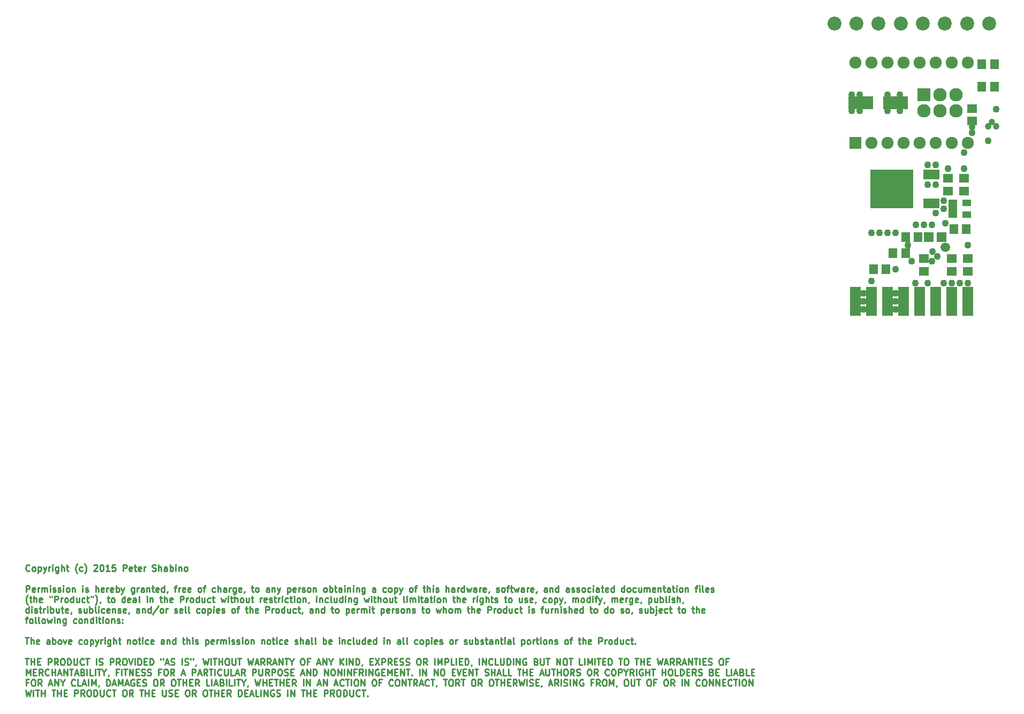
<source format=gts>
G04 #@! TF.FileFunction,Soldermask,Top*
%FSLAX46Y46*%
G04 Gerber Fmt 4.6, Leading zero omitted, Abs format (unit mm)*
G04 Created by KiCad (PCBNEW (2015-03-06 BZR 5484)-product) date 10/25/2015 10:49:35 PM*
%MOMM*%
G01*
G04 APERTURE LIST*
%ADD10C,0.100000*%
%ADD11C,0.250000*%
%ADD12R,1.670000X4.591000*%
%ADD13R,1.400000X1.650000*%
%ADD14R,1.650000X1.400000*%
%ADD15R,1.598880X1.598880*%
%ADD16C,1.035000*%
%ADD17R,1.460000X1.050000*%
%ADD18R,2.127200X2.127200*%
%ADD19O,2.127200X2.127200*%
%ADD20R,2.600000X1.600000*%
%ADD21R,6.800000X6.200000*%
%ADD22C,2.200000*%
%ADD23R,3.999180X2.000200*%
%ADD24R,1.924000X1.924000*%
%ADD25C,1.924000*%
%ADD26C,1.085800*%
%ADD27C,1.517600*%
G04 APERTURE END LIST*
D10*
D11*
X15414524Y-174672143D02*
X15366905Y-174719762D01*
X15224048Y-174767381D01*
X15128810Y-174767381D01*
X14985952Y-174719762D01*
X14890714Y-174624524D01*
X14843095Y-174529286D01*
X14795476Y-174338810D01*
X14795476Y-174195952D01*
X14843095Y-174005476D01*
X14890714Y-173910238D01*
X14985952Y-173815000D01*
X15128810Y-173767381D01*
X15224048Y-173767381D01*
X15366905Y-173815000D01*
X15414524Y-173862619D01*
X15985952Y-174767381D02*
X15890714Y-174719762D01*
X15843095Y-174672143D01*
X15795476Y-174576905D01*
X15795476Y-174291190D01*
X15843095Y-174195952D01*
X15890714Y-174148333D01*
X15985952Y-174100714D01*
X16128810Y-174100714D01*
X16224048Y-174148333D01*
X16271667Y-174195952D01*
X16319286Y-174291190D01*
X16319286Y-174576905D01*
X16271667Y-174672143D01*
X16224048Y-174719762D01*
X16128810Y-174767381D01*
X15985952Y-174767381D01*
X16747857Y-174100714D02*
X16747857Y-175100714D01*
X16747857Y-174148333D02*
X16843095Y-174100714D01*
X17033572Y-174100714D01*
X17128810Y-174148333D01*
X17176429Y-174195952D01*
X17224048Y-174291190D01*
X17224048Y-174576905D01*
X17176429Y-174672143D01*
X17128810Y-174719762D01*
X17033572Y-174767381D01*
X16843095Y-174767381D01*
X16747857Y-174719762D01*
X17557381Y-174100714D02*
X17795476Y-174767381D01*
X18033572Y-174100714D02*
X17795476Y-174767381D01*
X17700238Y-175005476D01*
X17652619Y-175053095D01*
X17557381Y-175100714D01*
X18414524Y-174767381D02*
X18414524Y-174100714D01*
X18414524Y-174291190D02*
X18462143Y-174195952D01*
X18509762Y-174148333D01*
X18605000Y-174100714D01*
X18700239Y-174100714D01*
X19033572Y-174767381D02*
X19033572Y-174100714D01*
X19033572Y-173767381D02*
X18985953Y-173815000D01*
X19033572Y-173862619D01*
X19081191Y-173815000D01*
X19033572Y-173767381D01*
X19033572Y-173862619D01*
X19938334Y-174100714D02*
X19938334Y-174910238D01*
X19890715Y-175005476D01*
X19843096Y-175053095D01*
X19747857Y-175100714D01*
X19605000Y-175100714D01*
X19509762Y-175053095D01*
X19938334Y-174719762D02*
X19843096Y-174767381D01*
X19652619Y-174767381D01*
X19557381Y-174719762D01*
X19509762Y-174672143D01*
X19462143Y-174576905D01*
X19462143Y-174291190D01*
X19509762Y-174195952D01*
X19557381Y-174148333D01*
X19652619Y-174100714D01*
X19843096Y-174100714D01*
X19938334Y-174148333D01*
X20414524Y-174767381D02*
X20414524Y-173767381D01*
X20843096Y-174767381D02*
X20843096Y-174243571D01*
X20795477Y-174148333D01*
X20700239Y-174100714D01*
X20557381Y-174100714D01*
X20462143Y-174148333D01*
X20414524Y-174195952D01*
X21176429Y-174100714D02*
X21557381Y-174100714D01*
X21319286Y-173767381D02*
X21319286Y-174624524D01*
X21366905Y-174719762D01*
X21462143Y-174767381D01*
X21557381Y-174767381D01*
X22938335Y-175148333D02*
X22890715Y-175100714D01*
X22795477Y-174957857D01*
X22747858Y-174862619D01*
X22700239Y-174719762D01*
X22652620Y-174481667D01*
X22652620Y-174291190D01*
X22700239Y-174053095D01*
X22747858Y-173910238D01*
X22795477Y-173815000D01*
X22890715Y-173672143D01*
X22938335Y-173624524D01*
X23747859Y-174719762D02*
X23652621Y-174767381D01*
X23462144Y-174767381D01*
X23366906Y-174719762D01*
X23319287Y-174672143D01*
X23271668Y-174576905D01*
X23271668Y-174291190D01*
X23319287Y-174195952D01*
X23366906Y-174148333D01*
X23462144Y-174100714D01*
X23652621Y-174100714D01*
X23747859Y-174148333D01*
X24081192Y-175148333D02*
X24128811Y-175100714D01*
X24224049Y-174957857D01*
X24271668Y-174862619D01*
X24319287Y-174719762D01*
X24366906Y-174481667D01*
X24366906Y-174291190D01*
X24319287Y-174053095D01*
X24271668Y-173910238D01*
X24224049Y-173815000D01*
X24128811Y-173672143D01*
X24081192Y-173624524D01*
X25557383Y-173862619D02*
X25605002Y-173815000D01*
X25700240Y-173767381D01*
X25938336Y-173767381D01*
X26033574Y-173815000D01*
X26081193Y-173862619D01*
X26128812Y-173957857D01*
X26128812Y-174053095D01*
X26081193Y-174195952D01*
X25509764Y-174767381D01*
X26128812Y-174767381D01*
X26747859Y-173767381D02*
X26843098Y-173767381D01*
X26938336Y-173815000D01*
X26985955Y-173862619D01*
X27033574Y-173957857D01*
X27081193Y-174148333D01*
X27081193Y-174386429D01*
X27033574Y-174576905D01*
X26985955Y-174672143D01*
X26938336Y-174719762D01*
X26843098Y-174767381D01*
X26747859Y-174767381D01*
X26652621Y-174719762D01*
X26605002Y-174672143D01*
X26557383Y-174576905D01*
X26509764Y-174386429D01*
X26509764Y-174148333D01*
X26557383Y-173957857D01*
X26605002Y-173862619D01*
X26652621Y-173815000D01*
X26747859Y-173767381D01*
X28033574Y-174767381D02*
X27462145Y-174767381D01*
X27747859Y-174767381D02*
X27747859Y-173767381D01*
X27652621Y-173910238D01*
X27557383Y-174005476D01*
X27462145Y-174053095D01*
X28938336Y-173767381D02*
X28462145Y-173767381D01*
X28414526Y-174243571D01*
X28462145Y-174195952D01*
X28557383Y-174148333D01*
X28795479Y-174148333D01*
X28890717Y-174195952D01*
X28938336Y-174243571D01*
X28985955Y-174338810D01*
X28985955Y-174576905D01*
X28938336Y-174672143D01*
X28890717Y-174719762D01*
X28795479Y-174767381D01*
X28557383Y-174767381D01*
X28462145Y-174719762D01*
X28414526Y-174672143D01*
X30176431Y-174767381D02*
X30176431Y-173767381D01*
X30557384Y-173767381D01*
X30652622Y-173815000D01*
X30700241Y-173862619D01*
X30747860Y-173957857D01*
X30747860Y-174100714D01*
X30700241Y-174195952D01*
X30652622Y-174243571D01*
X30557384Y-174291190D01*
X30176431Y-174291190D01*
X31557384Y-174719762D02*
X31462146Y-174767381D01*
X31271669Y-174767381D01*
X31176431Y-174719762D01*
X31128812Y-174624524D01*
X31128812Y-174243571D01*
X31176431Y-174148333D01*
X31271669Y-174100714D01*
X31462146Y-174100714D01*
X31557384Y-174148333D01*
X31605003Y-174243571D01*
X31605003Y-174338810D01*
X31128812Y-174434048D01*
X31890717Y-174100714D02*
X32271669Y-174100714D01*
X32033574Y-173767381D02*
X32033574Y-174624524D01*
X32081193Y-174719762D01*
X32176431Y-174767381D01*
X32271669Y-174767381D01*
X32985956Y-174719762D02*
X32890718Y-174767381D01*
X32700241Y-174767381D01*
X32605003Y-174719762D01*
X32557384Y-174624524D01*
X32557384Y-174243571D01*
X32605003Y-174148333D01*
X32700241Y-174100714D01*
X32890718Y-174100714D01*
X32985956Y-174148333D01*
X33033575Y-174243571D01*
X33033575Y-174338810D01*
X32557384Y-174434048D01*
X33462146Y-174767381D02*
X33462146Y-174100714D01*
X33462146Y-174291190D02*
X33509765Y-174195952D01*
X33557384Y-174148333D01*
X33652622Y-174100714D01*
X33747861Y-174100714D01*
X34795480Y-174719762D02*
X34938337Y-174767381D01*
X35176433Y-174767381D01*
X35271671Y-174719762D01*
X35319290Y-174672143D01*
X35366909Y-174576905D01*
X35366909Y-174481667D01*
X35319290Y-174386429D01*
X35271671Y-174338810D01*
X35176433Y-174291190D01*
X34985956Y-174243571D01*
X34890718Y-174195952D01*
X34843099Y-174148333D01*
X34795480Y-174053095D01*
X34795480Y-173957857D01*
X34843099Y-173862619D01*
X34890718Y-173815000D01*
X34985956Y-173767381D01*
X35224052Y-173767381D01*
X35366909Y-173815000D01*
X35795480Y-174767381D02*
X35795480Y-173767381D01*
X36224052Y-174767381D02*
X36224052Y-174243571D01*
X36176433Y-174148333D01*
X36081195Y-174100714D01*
X35938337Y-174100714D01*
X35843099Y-174148333D01*
X35795480Y-174195952D01*
X37128814Y-174767381D02*
X37128814Y-174243571D01*
X37081195Y-174148333D01*
X36985957Y-174100714D01*
X36795480Y-174100714D01*
X36700242Y-174148333D01*
X37128814Y-174719762D02*
X37033576Y-174767381D01*
X36795480Y-174767381D01*
X36700242Y-174719762D01*
X36652623Y-174624524D01*
X36652623Y-174529286D01*
X36700242Y-174434048D01*
X36795480Y-174386429D01*
X37033576Y-174386429D01*
X37128814Y-174338810D01*
X37605004Y-174767381D02*
X37605004Y-173767381D01*
X37605004Y-174148333D02*
X37700242Y-174100714D01*
X37890719Y-174100714D01*
X37985957Y-174148333D01*
X38033576Y-174195952D01*
X38081195Y-174291190D01*
X38081195Y-174576905D01*
X38033576Y-174672143D01*
X37985957Y-174719762D01*
X37890719Y-174767381D01*
X37700242Y-174767381D01*
X37605004Y-174719762D01*
X38509766Y-174767381D02*
X38509766Y-174100714D01*
X38509766Y-173767381D02*
X38462147Y-173815000D01*
X38509766Y-173862619D01*
X38557385Y-173815000D01*
X38509766Y-173767381D01*
X38509766Y-173862619D01*
X38985956Y-174100714D02*
X38985956Y-174767381D01*
X38985956Y-174195952D02*
X39033575Y-174148333D01*
X39128813Y-174100714D01*
X39271671Y-174100714D01*
X39366909Y-174148333D01*
X39414528Y-174243571D01*
X39414528Y-174767381D01*
X40033575Y-174767381D02*
X39938337Y-174719762D01*
X39890718Y-174672143D01*
X39843099Y-174576905D01*
X39843099Y-174291190D01*
X39890718Y-174195952D01*
X39938337Y-174148333D01*
X40033575Y-174100714D01*
X40176433Y-174100714D01*
X40271671Y-174148333D01*
X40319290Y-174195952D01*
X40366909Y-174291190D01*
X40366909Y-174576905D01*
X40319290Y-174672143D01*
X40271671Y-174719762D01*
X40176433Y-174767381D01*
X40033575Y-174767381D01*
X14843095Y-178067381D02*
X14843095Y-177067381D01*
X15224048Y-177067381D01*
X15319286Y-177115000D01*
X15366905Y-177162619D01*
X15414524Y-177257857D01*
X15414524Y-177400714D01*
X15366905Y-177495952D01*
X15319286Y-177543571D01*
X15224048Y-177591190D01*
X14843095Y-177591190D01*
X16224048Y-178019762D02*
X16128810Y-178067381D01*
X15938333Y-178067381D01*
X15843095Y-178019762D01*
X15795476Y-177924524D01*
X15795476Y-177543571D01*
X15843095Y-177448333D01*
X15938333Y-177400714D01*
X16128810Y-177400714D01*
X16224048Y-177448333D01*
X16271667Y-177543571D01*
X16271667Y-177638810D01*
X15795476Y-177734048D01*
X16700238Y-178067381D02*
X16700238Y-177400714D01*
X16700238Y-177591190D02*
X16747857Y-177495952D01*
X16795476Y-177448333D01*
X16890714Y-177400714D01*
X16985953Y-177400714D01*
X17319286Y-178067381D02*
X17319286Y-177400714D01*
X17319286Y-177495952D02*
X17366905Y-177448333D01*
X17462143Y-177400714D01*
X17605001Y-177400714D01*
X17700239Y-177448333D01*
X17747858Y-177543571D01*
X17747858Y-178067381D01*
X17747858Y-177543571D02*
X17795477Y-177448333D01*
X17890715Y-177400714D01*
X18033572Y-177400714D01*
X18128810Y-177448333D01*
X18176429Y-177543571D01*
X18176429Y-178067381D01*
X18652619Y-178067381D02*
X18652619Y-177400714D01*
X18652619Y-177067381D02*
X18605000Y-177115000D01*
X18652619Y-177162619D01*
X18700238Y-177115000D01*
X18652619Y-177067381D01*
X18652619Y-177162619D01*
X19081190Y-178019762D02*
X19176428Y-178067381D01*
X19366904Y-178067381D01*
X19462143Y-178019762D01*
X19509762Y-177924524D01*
X19509762Y-177876905D01*
X19462143Y-177781667D01*
X19366904Y-177734048D01*
X19224047Y-177734048D01*
X19128809Y-177686429D01*
X19081190Y-177591190D01*
X19081190Y-177543571D01*
X19128809Y-177448333D01*
X19224047Y-177400714D01*
X19366904Y-177400714D01*
X19462143Y-177448333D01*
X19890714Y-178019762D02*
X19985952Y-178067381D01*
X20176428Y-178067381D01*
X20271667Y-178019762D01*
X20319286Y-177924524D01*
X20319286Y-177876905D01*
X20271667Y-177781667D01*
X20176428Y-177734048D01*
X20033571Y-177734048D01*
X19938333Y-177686429D01*
X19890714Y-177591190D01*
X19890714Y-177543571D01*
X19938333Y-177448333D01*
X20033571Y-177400714D01*
X20176428Y-177400714D01*
X20271667Y-177448333D01*
X20747857Y-178067381D02*
X20747857Y-177400714D01*
X20747857Y-177067381D02*
X20700238Y-177115000D01*
X20747857Y-177162619D01*
X20795476Y-177115000D01*
X20747857Y-177067381D01*
X20747857Y-177162619D01*
X21366904Y-178067381D02*
X21271666Y-178019762D01*
X21224047Y-177972143D01*
X21176428Y-177876905D01*
X21176428Y-177591190D01*
X21224047Y-177495952D01*
X21271666Y-177448333D01*
X21366904Y-177400714D01*
X21509762Y-177400714D01*
X21605000Y-177448333D01*
X21652619Y-177495952D01*
X21700238Y-177591190D01*
X21700238Y-177876905D01*
X21652619Y-177972143D01*
X21605000Y-178019762D01*
X21509762Y-178067381D01*
X21366904Y-178067381D01*
X22128809Y-177400714D02*
X22128809Y-178067381D01*
X22128809Y-177495952D02*
X22176428Y-177448333D01*
X22271666Y-177400714D01*
X22414524Y-177400714D01*
X22509762Y-177448333D01*
X22557381Y-177543571D01*
X22557381Y-178067381D01*
X23795476Y-178067381D02*
X23795476Y-177400714D01*
X23795476Y-177067381D02*
X23747857Y-177115000D01*
X23795476Y-177162619D01*
X23843095Y-177115000D01*
X23795476Y-177067381D01*
X23795476Y-177162619D01*
X24224047Y-178019762D02*
X24319285Y-178067381D01*
X24509761Y-178067381D01*
X24605000Y-178019762D01*
X24652619Y-177924524D01*
X24652619Y-177876905D01*
X24605000Y-177781667D01*
X24509761Y-177734048D01*
X24366904Y-177734048D01*
X24271666Y-177686429D01*
X24224047Y-177591190D01*
X24224047Y-177543571D01*
X24271666Y-177448333D01*
X24366904Y-177400714D01*
X24509761Y-177400714D01*
X24605000Y-177448333D01*
X25843095Y-178067381D02*
X25843095Y-177067381D01*
X26271667Y-178067381D02*
X26271667Y-177543571D01*
X26224048Y-177448333D01*
X26128810Y-177400714D01*
X25985952Y-177400714D01*
X25890714Y-177448333D01*
X25843095Y-177495952D01*
X27128810Y-178019762D02*
X27033572Y-178067381D01*
X26843095Y-178067381D01*
X26747857Y-178019762D01*
X26700238Y-177924524D01*
X26700238Y-177543571D01*
X26747857Y-177448333D01*
X26843095Y-177400714D01*
X27033572Y-177400714D01*
X27128810Y-177448333D01*
X27176429Y-177543571D01*
X27176429Y-177638810D01*
X26700238Y-177734048D01*
X27605000Y-178067381D02*
X27605000Y-177400714D01*
X27605000Y-177591190D02*
X27652619Y-177495952D01*
X27700238Y-177448333D01*
X27795476Y-177400714D01*
X27890715Y-177400714D01*
X28605001Y-178019762D02*
X28509763Y-178067381D01*
X28319286Y-178067381D01*
X28224048Y-178019762D01*
X28176429Y-177924524D01*
X28176429Y-177543571D01*
X28224048Y-177448333D01*
X28319286Y-177400714D01*
X28509763Y-177400714D01*
X28605001Y-177448333D01*
X28652620Y-177543571D01*
X28652620Y-177638810D01*
X28176429Y-177734048D01*
X29081191Y-178067381D02*
X29081191Y-177067381D01*
X29081191Y-177448333D02*
X29176429Y-177400714D01*
X29366906Y-177400714D01*
X29462144Y-177448333D01*
X29509763Y-177495952D01*
X29557382Y-177591190D01*
X29557382Y-177876905D01*
X29509763Y-177972143D01*
X29462144Y-178019762D01*
X29366906Y-178067381D01*
X29176429Y-178067381D01*
X29081191Y-178019762D01*
X29890715Y-177400714D02*
X30128810Y-178067381D01*
X30366906Y-177400714D02*
X30128810Y-178067381D01*
X30033572Y-178305476D01*
X29985953Y-178353095D01*
X29890715Y-178400714D01*
X31938335Y-177400714D02*
X31938335Y-178210238D01*
X31890716Y-178305476D01*
X31843097Y-178353095D01*
X31747858Y-178400714D01*
X31605001Y-178400714D01*
X31509763Y-178353095D01*
X31938335Y-178019762D02*
X31843097Y-178067381D01*
X31652620Y-178067381D01*
X31557382Y-178019762D01*
X31509763Y-177972143D01*
X31462144Y-177876905D01*
X31462144Y-177591190D01*
X31509763Y-177495952D01*
X31557382Y-177448333D01*
X31652620Y-177400714D01*
X31843097Y-177400714D01*
X31938335Y-177448333D01*
X32414525Y-178067381D02*
X32414525Y-177400714D01*
X32414525Y-177591190D02*
X32462144Y-177495952D01*
X32509763Y-177448333D01*
X32605001Y-177400714D01*
X32700240Y-177400714D01*
X33462145Y-178067381D02*
X33462145Y-177543571D01*
X33414526Y-177448333D01*
X33319288Y-177400714D01*
X33128811Y-177400714D01*
X33033573Y-177448333D01*
X33462145Y-178019762D02*
X33366907Y-178067381D01*
X33128811Y-178067381D01*
X33033573Y-178019762D01*
X32985954Y-177924524D01*
X32985954Y-177829286D01*
X33033573Y-177734048D01*
X33128811Y-177686429D01*
X33366907Y-177686429D01*
X33462145Y-177638810D01*
X33938335Y-177400714D02*
X33938335Y-178067381D01*
X33938335Y-177495952D02*
X33985954Y-177448333D01*
X34081192Y-177400714D01*
X34224050Y-177400714D01*
X34319288Y-177448333D01*
X34366907Y-177543571D01*
X34366907Y-178067381D01*
X34700240Y-177400714D02*
X35081192Y-177400714D01*
X34843097Y-177067381D02*
X34843097Y-177924524D01*
X34890716Y-178019762D01*
X34985954Y-178067381D01*
X35081192Y-178067381D01*
X35795479Y-178019762D02*
X35700241Y-178067381D01*
X35509764Y-178067381D01*
X35414526Y-178019762D01*
X35366907Y-177924524D01*
X35366907Y-177543571D01*
X35414526Y-177448333D01*
X35509764Y-177400714D01*
X35700241Y-177400714D01*
X35795479Y-177448333D01*
X35843098Y-177543571D01*
X35843098Y-177638810D01*
X35366907Y-177734048D01*
X36700241Y-178067381D02*
X36700241Y-177067381D01*
X36700241Y-178019762D02*
X36605003Y-178067381D01*
X36414526Y-178067381D01*
X36319288Y-178019762D01*
X36271669Y-177972143D01*
X36224050Y-177876905D01*
X36224050Y-177591190D01*
X36271669Y-177495952D01*
X36319288Y-177448333D01*
X36414526Y-177400714D01*
X36605003Y-177400714D01*
X36700241Y-177448333D01*
X37224050Y-178019762D02*
X37224050Y-178067381D01*
X37176431Y-178162619D01*
X37128812Y-178210238D01*
X38271669Y-177400714D02*
X38652621Y-177400714D01*
X38414526Y-178067381D02*
X38414526Y-177210238D01*
X38462145Y-177115000D01*
X38557383Y-177067381D01*
X38652621Y-177067381D01*
X38985955Y-178067381D02*
X38985955Y-177400714D01*
X38985955Y-177591190D02*
X39033574Y-177495952D01*
X39081193Y-177448333D01*
X39176431Y-177400714D01*
X39271670Y-177400714D01*
X39985956Y-178019762D02*
X39890718Y-178067381D01*
X39700241Y-178067381D01*
X39605003Y-178019762D01*
X39557384Y-177924524D01*
X39557384Y-177543571D01*
X39605003Y-177448333D01*
X39700241Y-177400714D01*
X39890718Y-177400714D01*
X39985956Y-177448333D01*
X40033575Y-177543571D01*
X40033575Y-177638810D01*
X39557384Y-177734048D01*
X40843099Y-178019762D02*
X40747861Y-178067381D01*
X40557384Y-178067381D01*
X40462146Y-178019762D01*
X40414527Y-177924524D01*
X40414527Y-177543571D01*
X40462146Y-177448333D01*
X40557384Y-177400714D01*
X40747861Y-177400714D01*
X40843099Y-177448333D01*
X40890718Y-177543571D01*
X40890718Y-177638810D01*
X40414527Y-177734048D01*
X42224051Y-178067381D02*
X42128813Y-178019762D01*
X42081194Y-177972143D01*
X42033575Y-177876905D01*
X42033575Y-177591190D01*
X42081194Y-177495952D01*
X42128813Y-177448333D01*
X42224051Y-177400714D01*
X42366909Y-177400714D01*
X42462147Y-177448333D01*
X42509766Y-177495952D01*
X42557385Y-177591190D01*
X42557385Y-177876905D01*
X42509766Y-177972143D01*
X42462147Y-178019762D01*
X42366909Y-178067381D01*
X42224051Y-178067381D01*
X42843099Y-177400714D02*
X43224051Y-177400714D01*
X42985956Y-178067381D02*
X42985956Y-177210238D01*
X43033575Y-177115000D01*
X43128813Y-177067381D01*
X43224051Y-177067381D01*
X44747862Y-178019762D02*
X44652624Y-178067381D01*
X44462147Y-178067381D01*
X44366909Y-178019762D01*
X44319290Y-177972143D01*
X44271671Y-177876905D01*
X44271671Y-177591190D01*
X44319290Y-177495952D01*
X44366909Y-177448333D01*
X44462147Y-177400714D01*
X44652624Y-177400714D01*
X44747862Y-177448333D01*
X45176433Y-178067381D02*
X45176433Y-177067381D01*
X45605005Y-178067381D02*
X45605005Y-177543571D01*
X45557386Y-177448333D01*
X45462148Y-177400714D01*
X45319290Y-177400714D01*
X45224052Y-177448333D01*
X45176433Y-177495952D01*
X46509767Y-178067381D02*
X46509767Y-177543571D01*
X46462148Y-177448333D01*
X46366910Y-177400714D01*
X46176433Y-177400714D01*
X46081195Y-177448333D01*
X46509767Y-178019762D02*
X46414529Y-178067381D01*
X46176433Y-178067381D01*
X46081195Y-178019762D01*
X46033576Y-177924524D01*
X46033576Y-177829286D01*
X46081195Y-177734048D01*
X46176433Y-177686429D01*
X46414529Y-177686429D01*
X46509767Y-177638810D01*
X46985957Y-178067381D02*
X46985957Y-177400714D01*
X46985957Y-177591190D02*
X47033576Y-177495952D01*
X47081195Y-177448333D01*
X47176433Y-177400714D01*
X47271672Y-177400714D01*
X48033577Y-177400714D02*
X48033577Y-178210238D01*
X47985958Y-178305476D01*
X47938339Y-178353095D01*
X47843100Y-178400714D01*
X47700243Y-178400714D01*
X47605005Y-178353095D01*
X48033577Y-178019762D02*
X47938339Y-178067381D01*
X47747862Y-178067381D01*
X47652624Y-178019762D01*
X47605005Y-177972143D01*
X47557386Y-177876905D01*
X47557386Y-177591190D01*
X47605005Y-177495952D01*
X47652624Y-177448333D01*
X47747862Y-177400714D01*
X47938339Y-177400714D01*
X48033577Y-177448333D01*
X48890720Y-178019762D02*
X48795482Y-178067381D01*
X48605005Y-178067381D01*
X48509767Y-178019762D01*
X48462148Y-177924524D01*
X48462148Y-177543571D01*
X48509767Y-177448333D01*
X48605005Y-177400714D01*
X48795482Y-177400714D01*
X48890720Y-177448333D01*
X48938339Y-177543571D01*
X48938339Y-177638810D01*
X48462148Y-177734048D01*
X49414529Y-178019762D02*
X49414529Y-178067381D01*
X49366910Y-178162619D01*
X49319291Y-178210238D01*
X50462148Y-177400714D02*
X50843100Y-177400714D01*
X50605005Y-177067381D02*
X50605005Y-177924524D01*
X50652624Y-178019762D01*
X50747862Y-178067381D01*
X50843100Y-178067381D01*
X51319291Y-178067381D02*
X51224053Y-178019762D01*
X51176434Y-177972143D01*
X51128815Y-177876905D01*
X51128815Y-177591190D01*
X51176434Y-177495952D01*
X51224053Y-177448333D01*
X51319291Y-177400714D01*
X51462149Y-177400714D01*
X51557387Y-177448333D01*
X51605006Y-177495952D01*
X51652625Y-177591190D01*
X51652625Y-177876905D01*
X51605006Y-177972143D01*
X51557387Y-178019762D01*
X51462149Y-178067381D01*
X51319291Y-178067381D01*
X53271673Y-178067381D02*
X53271673Y-177543571D01*
X53224054Y-177448333D01*
X53128816Y-177400714D01*
X52938339Y-177400714D01*
X52843101Y-177448333D01*
X53271673Y-178019762D02*
X53176435Y-178067381D01*
X52938339Y-178067381D01*
X52843101Y-178019762D01*
X52795482Y-177924524D01*
X52795482Y-177829286D01*
X52843101Y-177734048D01*
X52938339Y-177686429D01*
X53176435Y-177686429D01*
X53271673Y-177638810D01*
X53747863Y-177400714D02*
X53747863Y-178067381D01*
X53747863Y-177495952D02*
X53795482Y-177448333D01*
X53890720Y-177400714D01*
X54033578Y-177400714D01*
X54128816Y-177448333D01*
X54176435Y-177543571D01*
X54176435Y-178067381D01*
X54557387Y-177400714D02*
X54795482Y-178067381D01*
X55033578Y-177400714D02*
X54795482Y-178067381D01*
X54700244Y-178305476D01*
X54652625Y-178353095D01*
X54557387Y-178400714D01*
X56176435Y-177400714D02*
X56176435Y-178400714D01*
X56176435Y-177448333D02*
X56271673Y-177400714D01*
X56462150Y-177400714D01*
X56557388Y-177448333D01*
X56605007Y-177495952D01*
X56652626Y-177591190D01*
X56652626Y-177876905D01*
X56605007Y-177972143D01*
X56557388Y-178019762D01*
X56462150Y-178067381D01*
X56271673Y-178067381D01*
X56176435Y-178019762D01*
X57462150Y-178019762D02*
X57366912Y-178067381D01*
X57176435Y-178067381D01*
X57081197Y-178019762D01*
X57033578Y-177924524D01*
X57033578Y-177543571D01*
X57081197Y-177448333D01*
X57176435Y-177400714D01*
X57366912Y-177400714D01*
X57462150Y-177448333D01*
X57509769Y-177543571D01*
X57509769Y-177638810D01*
X57033578Y-177734048D01*
X57938340Y-178067381D02*
X57938340Y-177400714D01*
X57938340Y-177591190D02*
X57985959Y-177495952D01*
X58033578Y-177448333D01*
X58128816Y-177400714D01*
X58224055Y-177400714D01*
X58509769Y-178019762D02*
X58605007Y-178067381D01*
X58795483Y-178067381D01*
X58890722Y-178019762D01*
X58938341Y-177924524D01*
X58938341Y-177876905D01*
X58890722Y-177781667D01*
X58795483Y-177734048D01*
X58652626Y-177734048D01*
X58557388Y-177686429D01*
X58509769Y-177591190D01*
X58509769Y-177543571D01*
X58557388Y-177448333D01*
X58652626Y-177400714D01*
X58795483Y-177400714D01*
X58890722Y-177448333D01*
X59509769Y-178067381D02*
X59414531Y-178019762D01*
X59366912Y-177972143D01*
X59319293Y-177876905D01*
X59319293Y-177591190D01*
X59366912Y-177495952D01*
X59414531Y-177448333D01*
X59509769Y-177400714D01*
X59652627Y-177400714D01*
X59747865Y-177448333D01*
X59795484Y-177495952D01*
X59843103Y-177591190D01*
X59843103Y-177876905D01*
X59795484Y-177972143D01*
X59747865Y-178019762D01*
X59652627Y-178067381D01*
X59509769Y-178067381D01*
X60271674Y-177400714D02*
X60271674Y-178067381D01*
X60271674Y-177495952D02*
X60319293Y-177448333D01*
X60414531Y-177400714D01*
X60557389Y-177400714D01*
X60652627Y-177448333D01*
X60700246Y-177543571D01*
X60700246Y-178067381D01*
X62081198Y-178067381D02*
X61985960Y-178019762D01*
X61938341Y-177972143D01*
X61890722Y-177876905D01*
X61890722Y-177591190D01*
X61938341Y-177495952D01*
X61985960Y-177448333D01*
X62081198Y-177400714D01*
X62224056Y-177400714D01*
X62319294Y-177448333D01*
X62366913Y-177495952D01*
X62414532Y-177591190D01*
X62414532Y-177876905D01*
X62366913Y-177972143D01*
X62319294Y-178019762D01*
X62224056Y-178067381D01*
X62081198Y-178067381D01*
X62843103Y-178067381D02*
X62843103Y-177067381D01*
X62843103Y-177448333D02*
X62938341Y-177400714D01*
X63128818Y-177400714D01*
X63224056Y-177448333D01*
X63271675Y-177495952D01*
X63319294Y-177591190D01*
X63319294Y-177876905D01*
X63271675Y-177972143D01*
X63224056Y-178019762D01*
X63128818Y-178067381D01*
X62938341Y-178067381D01*
X62843103Y-178019762D01*
X63605008Y-177400714D02*
X63985960Y-177400714D01*
X63747865Y-177067381D02*
X63747865Y-177924524D01*
X63795484Y-178019762D01*
X63890722Y-178067381D01*
X63985960Y-178067381D01*
X64747866Y-178067381D02*
X64747866Y-177543571D01*
X64700247Y-177448333D01*
X64605009Y-177400714D01*
X64414532Y-177400714D01*
X64319294Y-177448333D01*
X64747866Y-178019762D02*
X64652628Y-178067381D01*
X64414532Y-178067381D01*
X64319294Y-178019762D01*
X64271675Y-177924524D01*
X64271675Y-177829286D01*
X64319294Y-177734048D01*
X64414532Y-177686429D01*
X64652628Y-177686429D01*
X64747866Y-177638810D01*
X65224056Y-178067381D02*
X65224056Y-177400714D01*
X65224056Y-177067381D02*
X65176437Y-177115000D01*
X65224056Y-177162619D01*
X65271675Y-177115000D01*
X65224056Y-177067381D01*
X65224056Y-177162619D01*
X65700246Y-177400714D02*
X65700246Y-178067381D01*
X65700246Y-177495952D02*
X65747865Y-177448333D01*
X65843103Y-177400714D01*
X65985961Y-177400714D01*
X66081199Y-177448333D01*
X66128818Y-177543571D01*
X66128818Y-178067381D01*
X66605008Y-178067381D02*
X66605008Y-177400714D01*
X66605008Y-177067381D02*
X66557389Y-177115000D01*
X66605008Y-177162619D01*
X66652627Y-177115000D01*
X66605008Y-177067381D01*
X66605008Y-177162619D01*
X67081198Y-177400714D02*
X67081198Y-178067381D01*
X67081198Y-177495952D02*
X67128817Y-177448333D01*
X67224055Y-177400714D01*
X67366913Y-177400714D01*
X67462151Y-177448333D01*
X67509770Y-177543571D01*
X67509770Y-178067381D01*
X68414532Y-177400714D02*
X68414532Y-178210238D01*
X68366913Y-178305476D01*
X68319294Y-178353095D01*
X68224055Y-178400714D01*
X68081198Y-178400714D01*
X67985960Y-178353095D01*
X68414532Y-178019762D02*
X68319294Y-178067381D01*
X68128817Y-178067381D01*
X68033579Y-178019762D01*
X67985960Y-177972143D01*
X67938341Y-177876905D01*
X67938341Y-177591190D01*
X67985960Y-177495952D01*
X68033579Y-177448333D01*
X68128817Y-177400714D01*
X68319294Y-177400714D01*
X68414532Y-177448333D01*
X70081199Y-178067381D02*
X70081199Y-177543571D01*
X70033580Y-177448333D01*
X69938342Y-177400714D01*
X69747865Y-177400714D01*
X69652627Y-177448333D01*
X70081199Y-178019762D02*
X69985961Y-178067381D01*
X69747865Y-178067381D01*
X69652627Y-178019762D01*
X69605008Y-177924524D01*
X69605008Y-177829286D01*
X69652627Y-177734048D01*
X69747865Y-177686429D01*
X69985961Y-177686429D01*
X70081199Y-177638810D01*
X71747866Y-178019762D02*
X71652628Y-178067381D01*
X71462151Y-178067381D01*
X71366913Y-178019762D01*
X71319294Y-177972143D01*
X71271675Y-177876905D01*
X71271675Y-177591190D01*
X71319294Y-177495952D01*
X71366913Y-177448333D01*
X71462151Y-177400714D01*
X71652628Y-177400714D01*
X71747866Y-177448333D01*
X72319294Y-178067381D02*
X72224056Y-178019762D01*
X72176437Y-177972143D01*
X72128818Y-177876905D01*
X72128818Y-177591190D01*
X72176437Y-177495952D01*
X72224056Y-177448333D01*
X72319294Y-177400714D01*
X72462152Y-177400714D01*
X72557390Y-177448333D01*
X72605009Y-177495952D01*
X72652628Y-177591190D01*
X72652628Y-177876905D01*
X72605009Y-177972143D01*
X72557390Y-178019762D01*
X72462152Y-178067381D01*
X72319294Y-178067381D01*
X73081199Y-177400714D02*
X73081199Y-178400714D01*
X73081199Y-177448333D02*
X73176437Y-177400714D01*
X73366914Y-177400714D01*
X73462152Y-177448333D01*
X73509771Y-177495952D01*
X73557390Y-177591190D01*
X73557390Y-177876905D01*
X73509771Y-177972143D01*
X73462152Y-178019762D01*
X73366914Y-178067381D01*
X73176437Y-178067381D01*
X73081199Y-178019762D01*
X73890723Y-177400714D02*
X74128818Y-178067381D01*
X74366914Y-177400714D02*
X74128818Y-178067381D01*
X74033580Y-178305476D01*
X73985961Y-178353095D01*
X73890723Y-178400714D01*
X75652628Y-178067381D02*
X75557390Y-178019762D01*
X75509771Y-177972143D01*
X75462152Y-177876905D01*
X75462152Y-177591190D01*
X75509771Y-177495952D01*
X75557390Y-177448333D01*
X75652628Y-177400714D01*
X75795486Y-177400714D01*
X75890724Y-177448333D01*
X75938343Y-177495952D01*
X75985962Y-177591190D01*
X75985962Y-177876905D01*
X75938343Y-177972143D01*
X75890724Y-178019762D01*
X75795486Y-178067381D01*
X75652628Y-178067381D01*
X76271676Y-177400714D02*
X76652628Y-177400714D01*
X76414533Y-178067381D02*
X76414533Y-177210238D01*
X76462152Y-177115000D01*
X76557390Y-177067381D01*
X76652628Y-177067381D01*
X77605010Y-177400714D02*
X77985962Y-177400714D01*
X77747867Y-177067381D02*
X77747867Y-177924524D01*
X77795486Y-178019762D01*
X77890724Y-178067381D01*
X77985962Y-178067381D01*
X78319296Y-178067381D02*
X78319296Y-177067381D01*
X78747868Y-178067381D02*
X78747868Y-177543571D01*
X78700249Y-177448333D01*
X78605011Y-177400714D01*
X78462153Y-177400714D01*
X78366915Y-177448333D01*
X78319296Y-177495952D01*
X79224058Y-178067381D02*
X79224058Y-177400714D01*
X79224058Y-177067381D02*
X79176439Y-177115000D01*
X79224058Y-177162619D01*
X79271677Y-177115000D01*
X79224058Y-177067381D01*
X79224058Y-177162619D01*
X79652629Y-178019762D02*
X79747867Y-178067381D01*
X79938343Y-178067381D01*
X80033582Y-178019762D01*
X80081201Y-177924524D01*
X80081201Y-177876905D01*
X80033582Y-177781667D01*
X79938343Y-177734048D01*
X79795486Y-177734048D01*
X79700248Y-177686429D01*
X79652629Y-177591190D01*
X79652629Y-177543571D01*
X79700248Y-177448333D01*
X79795486Y-177400714D01*
X79938343Y-177400714D01*
X80033582Y-177448333D01*
X81271677Y-178067381D02*
X81271677Y-177067381D01*
X81700249Y-178067381D02*
X81700249Y-177543571D01*
X81652630Y-177448333D01*
X81557392Y-177400714D01*
X81414534Y-177400714D01*
X81319296Y-177448333D01*
X81271677Y-177495952D01*
X82605011Y-178067381D02*
X82605011Y-177543571D01*
X82557392Y-177448333D01*
X82462154Y-177400714D01*
X82271677Y-177400714D01*
X82176439Y-177448333D01*
X82605011Y-178019762D02*
X82509773Y-178067381D01*
X82271677Y-178067381D01*
X82176439Y-178019762D01*
X82128820Y-177924524D01*
X82128820Y-177829286D01*
X82176439Y-177734048D01*
X82271677Y-177686429D01*
X82509773Y-177686429D01*
X82605011Y-177638810D01*
X83081201Y-178067381D02*
X83081201Y-177400714D01*
X83081201Y-177591190D02*
X83128820Y-177495952D01*
X83176439Y-177448333D01*
X83271677Y-177400714D01*
X83366916Y-177400714D01*
X84128821Y-178067381D02*
X84128821Y-177067381D01*
X84128821Y-178019762D02*
X84033583Y-178067381D01*
X83843106Y-178067381D01*
X83747868Y-178019762D01*
X83700249Y-177972143D01*
X83652630Y-177876905D01*
X83652630Y-177591190D01*
X83700249Y-177495952D01*
X83747868Y-177448333D01*
X83843106Y-177400714D01*
X84033583Y-177400714D01*
X84128821Y-177448333D01*
X84509773Y-177400714D02*
X84700249Y-178067381D01*
X84890726Y-177591190D01*
X85081202Y-178067381D01*
X85271678Y-177400714D01*
X86081202Y-178067381D02*
X86081202Y-177543571D01*
X86033583Y-177448333D01*
X85938345Y-177400714D01*
X85747868Y-177400714D01*
X85652630Y-177448333D01*
X86081202Y-178019762D02*
X85985964Y-178067381D01*
X85747868Y-178067381D01*
X85652630Y-178019762D01*
X85605011Y-177924524D01*
X85605011Y-177829286D01*
X85652630Y-177734048D01*
X85747868Y-177686429D01*
X85985964Y-177686429D01*
X86081202Y-177638810D01*
X86557392Y-178067381D02*
X86557392Y-177400714D01*
X86557392Y-177591190D02*
X86605011Y-177495952D01*
X86652630Y-177448333D01*
X86747868Y-177400714D01*
X86843107Y-177400714D01*
X87557393Y-178019762D02*
X87462155Y-178067381D01*
X87271678Y-178067381D01*
X87176440Y-178019762D01*
X87128821Y-177924524D01*
X87128821Y-177543571D01*
X87176440Y-177448333D01*
X87271678Y-177400714D01*
X87462155Y-177400714D01*
X87557393Y-177448333D01*
X87605012Y-177543571D01*
X87605012Y-177638810D01*
X87128821Y-177734048D01*
X88081202Y-178019762D02*
X88081202Y-178067381D01*
X88033583Y-178162619D01*
X87985964Y-178210238D01*
X89224059Y-178019762D02*
X89319297Y-178067381D01*
X89509773Y-178067381D01*
X89605012Y-178019762D01*
X89652631Y-177924524D01*
X89652631Y-177876905D01*
X89605012Y-177781667D01*
X89509773Y-177734048D01*
X89366916Y-177734048D01*
X89271678Y-177686429D01*
X89224059Y-177591190D01*
X89224059Y-177543571D01*
X89271678Y-177448333D01*
X89366916Y-177400714D01*
X89509773Y-177400714D01*
X89605012Y-177448333D01*
X90224059Y-178067381D02*
X90128821Y-178019762D01*
X90081202Y-177972143D01*
X90033583Y-177876905D01*
X90033583Y-177591190D01*
X90081202Y-177495952D01*
X90128821Y-177448333D01*
X90224059Y-177400714D01*
X90366917Y-177400714D01*
X90462155Y-177448333D01*
X90509774Y-177495952D01*
X90557393Y-177591190D01*
X90557393Y-177876905D01*
X90509774Y-177972143D01*
X90462155Y-178019762D01*
X90366917Y-178067381D01*
X90224059Y-178067381D01*
X90843107Y-177400714D02*
X91224059Y-177400714D01*
X90985964Y-178067381D02*
X90985964Y-177210238D01*
X91033583Y-177115000D01*
X91128821Y-177067381D01*
X91224059Y-177067381D01*
X91414536Y-177400714D02*
X91795488Y-177400714D01*
X91557393Y-177067381D02*
X91557393Y-177924524D01*
X91605012Y-178019762D01*
X91700250Y-178067381D01*
X91795488Y-178067381D01*
X92033584Y-177400714D02*
X92224060Y-178067381D01*
X92414537Y-177591190D01*
X92605013Y-178067381D01*
X92795489Y-177400714D01*
X93605013Y-178067381D02*
X93605013Y-177543571D01*
X93557394Y-177448333D01*
X93462156Y-177400714D01*
X93271679Y-177400714D01*
X93176441Y-177448333D01*
X93605013Y-178019762D02*
X93509775Y-178067381D01*
X93271679Y-178067381D01*
X93176441Y-178019762D01*
X93128822Y-177924524D01*
X93128822Y-177829286D01*
X93176441Y-177734048D01*
X93271679Y-177686429D01*
X93509775Y-177686429D01*
X93605013Y-177638810D01*
X94081203Y-178067381D02*
X94081203Y-177400714D01*
X94081203Y-177591190D02*
X94128822Y-177495952D01*
X94176441Y-177448333D01*
X94271679Y-177400714D01*
X94366918Y-177400714D01*
X95081204Y-178019762D02*
X94985966Y-178067381D01*
X94795489Y-178067381D01*
X94700251Y-178019762D01*
X94652632Y-177924524D01*
X94652632Y-177543571D01*
X94700251Y-177448333D01*
X94795489Y-177400714D01*
X94985966Y-177400714D01*
X95081204Y-177448333D01*
X95128823Y-177543571D01*
X95128823Y-177638810D01*
X94652632Y-177734048D01*
X95605013Y-178019762D02*
X95605013Y-178067381D01*
X95557394Y-178162619D01*
X95509775Y-178210238D01*
X97224061Y-178067381D02*
X97224061Y-177543571D01*
X97176442Y-177448333D01*
X97081204Y-177400714D01*
X96890727Y-177400714D01*
X96795489Y-177448333D01*
X97224061Y-178019762D02*
X97128823Y-178067381D01*
X96890727Y-178067381D01*
X96795489Y-178019762D01*
X96747870Y-177924524D01*
X96747870Y-177829286D01*
X96795489Y-177734048D01*
X96890727Y-177686429D01*
X97128823Y-177686429D01*
X97224061Y-177638810D01*
X97700251Y-177400714D02*
X97700251Y-178067381D01*
X97700251Y-177495952D02*
X97747870Y-177448333D01*
X97843108Y-177400714D01*
X97985966Y-177400714D01*
X98081204Y-177448333D01*
X98128823Y-177543571D01*
X98128823Y-178067381D01*
X99033585Y-178067381D02*
X99033585Y-177067381D01*
X99033585Y-178019762D02*
X98938347Y-178067381D01*
X98747870Y-178067381D01*
X98652632Y-178019762D01*
X98605013Y-177972143D01*
X98557394Y-177876905D01*
X98557394Y-177591190D01*
X98605013Y-177495952D01*
X98652632Y-177448333D01*
X98747870Y-177400714D01*
X98938347Y-177400714D01*
X99033585Y-177448333D01*
X100700252Y-178067381D02*
X100700252Y-177543571D01*
X100652633Y-177448333D01*
X100557395Y-177400714D01*
X100366918Y-177400714D01*
X100271680Y-177448333D01*
X100700252Y-178019762D02*
X100605014Y-178067381D01*
X100366918Y-178067381D01*
X100271680Y-178019762D01*
X100224061Y-177924524D01*
X100224061Y-177829286D01*
X100271680Y-177734048D01*
X100366918Y-177686429D01*
X100605014Y-177686429D01*
X100700252Y-177638810D01*
X101128823Y-178019762D02*
X101224061Y-178067381D01*
X101414537Y-178067381D01*
X101509776Y-178019762D01*
X101557395Y-177924524D01*
X101557395Y-177876905D01*
X101509776Y-177781667D01*
X101414537Y-177734048D01*
X101271680Y-177734048D01*
X101176442Y-177686429D01*
X101128823Y-177591190D01*
X101128823Y-177543571D01*
X101176442Y-177448333D01*
X101271680Y-177400714D01*
X101414537Y-177400714D01*
X101509776Y-177448333D01*
X101938347Y-178019762D02*
X102033585Y-178067381D01*
X102224061Y-178067381D01*
X102319300Y-178019762D01*
X102366919Y-177924524D01*
X102366919Y-177876905D01*
X102319300Y-177781667D01*
X102224061Y-177734048D01*
X102081204Y-177734048D01*
X101985966Y-177686429D01*
X101938347Y-177591190D01*
X101938347Y-177543571D01*
X101985966Y-177448333D01*
X102081204Y-177400714D01*
X102224061Y-177400714D01*
X102319300Y-177448333D01*
X102938347Y-178067381D02*
X102843109Y-178019762D01*
X102795490Y-177972143D01*
X102747871Y-177876905D01*
X102747871Y-177591190D01*
X102795490Y-177495952D01*
X102843109Y-177448333D01*
X102938347Y-177400714D01*
X103081205Y-177400714D01*
X103176443Y-177448333D01*
X103224062Y-177495952D01*
X103271681Y-177591190D01*
X103271681Y-177876905D01*
X103224062Y-177972143D01*
X103176443Y-178019762D01*
X103081205Y-178067381D01*
X102938347Y-178067381D01*
X104128824Y-178019762D02*
X104033586Y-178067381D01*
X103843109Y-178067381D01*
X103747871Y-178019762D01*
X103700252Y-177972143D01*
X103652633Y-177876905D01*
X103652633Y-177591190D01*
X103700252Y-177495952D01*
X103747871Y-177448333D01*
X103843109Y-177400714D01*
X104033586Y-177400714D01*
X104128824Y-177448333D01*
X104557395Y-178067381D02*
X104557395Y-177400714D01*
X104557395Y-177067381D02*
X104509776Y-177115000D01*
X104557395Y-177162619D01*
X104605014Y-177115000D01*
X104557395Y-177067381D01*
X104557395Y-177162619D01*
X105462157Y-178067381D02*
X105462157Y-177543571D01*
X105414538Y-177448333D01*
X105319300Y-177400714D01*
X105128823Y-177400714D01*
X105033585Y-177448333D01*
X105462157Y-178019762D02*
X105366919Y-178067381D01*
X105128823Y-178067381D01*
X105033585Y-178019762D01*
X104985966Y-177924524D01*
X104985966Y-177829286D01*
X105033585Y-177734048D01*
X105128823Y-177686429D01*
X105366919Y-177686429D01*
X105462157Y-177638810D01*
X105795490Y-177400714D02*
X106176442Y-177400714D01*
X105938347Y-177067381D02*
X105938347Y-177924524D01*
X105985966Y-178019762D01*
X106081204Y-178067381D01*
X106176442Y-178067381D01*
X106890729Y-178019762D02*
X106795491Y-178067381D01*
X106605014Y-178067381D01*
X106509776Y-178019762D01*
X106462157Y-177924524D01*
X106462157Y-177543571D01*
X106509776Y-177448333D01*
X106605014Y-177400714D01*
X106795491Y-177400714D01*
X106890729Y-177448333D01*
X106938348Y-177543571D01*
X106938348Y-177638810D01*
X106462157Y-177734048D01*
X107795491Y-178067381D02*
X107795491Y-177067381D01*
X107795491Y-178019762D02*
X107700253Y-178067381D01*
X107509776Y-178067381D01*
X107414538Y-178019762D01*
X107366919Y-177972143D01*
X107319300Y-177876905D01*
X107319300Y-177591190D01*
X107366919Y-177495952D01*
X107414538Y-177448333D01*
X107509776Y-177400714D01*
X107700253Y-177400714D01*
X107795491Y-177448333D01*
X109462158Y-178067381D02*
X109462158Y-177067381D01*
X109462158Y-178019762D02*
X109366920Y-178067381D01*
X109176443Y-178067381D01*
X109081205Y-178019762D01*
X109033586Y-177972143D01*
X108985967Y-177876905D01*
X108985967Y-177591190D01*
X109033586Y-177495952D01*
X109081205Y-177448333D01*
X109176443Y-177400714D01*
X109366920Y-177400714D01*
X109462158Y-177448333D01*
X110081205Y-178067381D02*
X109985967Y-178019762D01*
X109938348Y-177972143D01*
X109890729Y-177876905D01*
X109890729Y-177591190D01*
X109938348Y-177495952D01*
X109985967Y-177448333D01*
X110081205Y-177400714D01*
X110224063Y-177400714D01*
X110319301Y-177448333D01*
X110366920Y-177495952D01*
X110414539Y-177591190D01*
X110414539Y-177876905D01*
X110366920Y-177972143D01*
X110319301Y-178019762D01*
X110224063Y-178067381D01*
X110081205Y-178067381D01*
X111271682Y-178019762D02*
X111176444Y-178067381D01*
X110985967Y-178067381D01*
X110890729Y-178019762D01*
X110843110Y-177972143D01*
X110795491Y-177876905D01*
X110795491Y-177591190D01*
X110843110Y-177495952D01*
X110890729Y-177448333D01*
X110985967Y-177400714D01*
X111176444Y-177400714D01*
X111271682Y-177448333D01*
X112128825Y-177400714D02*
X112128825Y-178067381D01*
X111700253Y-177400714D02*
X111700253Y-177924524D01*
X111747872Y-178019762D01*
X111843110Y-178067381D01*
X111985968Y-178067381D01*
X112081206Y-178019762D01*
X112128825Y-177972143D01*
X112605015Y-178067381D02*
X112605015Y-177400714D01*
X112605015Y-177495952D02*
X112652634Y-177448333D01*
X112747872Y-177400714D01*
X112890730Y-177400714D01*
X112985968Y-177448333D01*
X113033587Y-177543571D01*
X113033587Y-178067381D01*
X113033587Y-177543571D02*
X113081206Y-177448333D01*
X113176444Y-177400714D01*
X113319301Y-177400714D01*
X113414539Y-177448333D01*
X113462158Y-177543571D01*
X113462158Y-178067381D01*
X114319301Y-178019762D02*
X114224063Y-178067381D01*
X114033586Y-178067381D01*
X113938348Y-178019762D01*
X113890729Y-177924524D01*
X113890729Y-177543571D01*
X113938348Y-177448333D01*
X114033586Y-177400714D01*
X114224063Y-177400714D01*
X114319301Y-177448333D01*
X114366920Y-177543571D01*
X114366920Y-177638810D01*
X113890729Y-177734048D01*
X114795491Y-177400714D02*
X114795491Y-178067381D01*
X114795491Y-177495952D02*
X114843110Y-177448333D01*
X114938348Y-177400714D01*
X115081206Y-177400714D01*
X115176444Y-177448333D01*
X115224063Y-177543571D01*
X115224063Y-178067381D01*
X115557396Y-177400714D02*
X115938348Y-177400714D01*
X115700253Y-177067381D02*
X115700253Y-177924524D01*
X115747872Y-178019762D01*
X115843110Y-178067381D01*
X115938348Y-178067381D01*
X116700254Y-178067381D02*
X116700254Y-177543571D01*
X116652635Y-177448333D01*
X116557397Y-177400714D01*
X116366920Y-177400714D01*
X116271682Y-177448333D01*
X116700254Y-178019762D02*
X116605016Y-178067381D01*
X116366920Y-178067381D01*
X116271682Y-178019762D01*
X116224063Y-177924524D01*
X116224063Y-177829286D01*
X116271682Y-177734048D01*
X116366920Y-177686429D01*
X116605016Y-177686429D01*
X116700254Y-177638810D01*
X117033587Y-177400714D02*
X117414539Y-177400714D01*
X117176444Y-177067381D02*
X117176444Y-177924524D01*
X117224063Y-178019762D01*
X117319301Y-178067381D01*
X117414539Y-178067381D01*
X117747873Y-178067381D02*
X117747873Y-177400714D01*
X117747873Y-177067381D02*
X117700254Y-177115000D01*
X117747873Y-177162619D01*
X117795492Y-177115000D01*
X117747873Y-177067381D01*
X117747873Y-177162619D01*
X118366920Y-178067381D02*
X118271682Y-178019762D01*
X118224063Y-177972143D01*
X118176444Y-177876905D01*
X118176444Y-177591190D01*
X118224063Y-177495952D01*
X118271682Y-177448333D01*
X118366920Y-177400714D01*
X118509778Y-177400714D01*
X118605016Y-177448333D01*
X118652635Y-177495952D01*
X118700254Y-177591190D01*
X118700254Y-177876905D01*
X118652635Y-177972143D01*
X118605016Y-178019762D01*
X118509778Y-178067381D01*
X118366920Y-178067381D01*
X119128825Y-177400714D02*
X119128825Y-178067381D01*
X119128825Y-177495952D02*
X119176444Y-177448333D01*
X119271682Y-177400714D01*
X119414540Y-177400714D01*
X119509778Y-177448333D01*
X119557397Y-177543571D01*
X119557397Y-178067381D01*
X120652635Y-177400714D02*
X121033587Y-177400714D01*
X120795492Y-178067381D02*
X120795492Y-177210238D01*
X120843111Y-177115000D01*
X120938349Y-177067381D01*
X121033587Y-177067381D01*
X121366921Y-178067381D02*
X121366921Y-177400714D01*
X121366921Y-177067381D02*
X121319302Y-177115000D01*
X121366921Y-177162619D01*
X121414540Y-177115000D01*
X121366921Y-177067381D01*
X121366921Y-177162619D01*
X121985968Y-178067381D02*
X121890730Y-178019762D01*
X121843111Y-177924524D01*
X121843111Y-177067381D01*
X122747874Y-178019762D02*
X122652636Y-178067381D01*
X122462159Y-178067381D01*
X122366921Y-178019762D01*
X122319302Y-177924524D01*
X122319302Y-177543571D01*
X122366921Y-177448333D01*
X122462159Y-177400714D01*
X122652636Y-177400714D01*
X122747874Y-177448333D01*
X122795493Y-177543571D01*
X122795493Y-177638810D01*
X122319302Y-177734048D01*
X123176445Y-178019762D02*
X123271683Y-178067381D01*
X123462159Y-178067381D01*
X123557398Y-178019762D01*
X123605017Y-177924524D01*
X123605017Y-177876905D01*
X123557398Y-177781667D01*
X123462159Y-177734048D01*
X123319302Y-177734048D01*
X123224064Y-177686429D01*
X123176445Y-177591190D01*
X123176445Y-177543571D01*
X123224064Y-177448333D01*
X123319302Y-177400714D01*
X123462159Y-177400714D01*
X123557398Y-177448333D01*
X15128810Y-180098333D02*
X15081190Y-180050714D01*
X14985952Y-179907857D01*
X14938333Y-179812619D01*
X14890714Y-179669762D01*
X14843095Y-179431667D01*
X14843095Y-179241190D01*
X14890714Y-179003095D01*
X14938333Y-178860238D01*
X14985952Y-178765000D01*
X15081190Y-178622143D01*
X15128810Y-178574524D01*
X15366905Y-179050714D02*
X15747857Y-179050714D01*
X15509762Y-178717381D02*
X15509762Y-179574524D01*
X15557381Y-179669762D01*
X15652619Y-179717381D01*
X15747857Y-179717381D01*
X16081191Y-179717381D02*
X16081191Y-178717381D01*
X16509763Y-179717381D02*
X16509763Y-179193571D01*
X16462144Y-179098333D01*
X16366906Y-179050714D01*
X16224048Y-179050714D01*
X16128810Y-179098333D01*
X16081191Y-179145952D01*
X17366906Y-179669762D02*
X17271668Y-179717381D01*
X17081191Y-179717381D01*
X16985953Y-179669762D01*
X16938334Y-179574524D01*
X16938334Y-179193571D01*
X16985953Y-179098333D01*
X17081191Y-179050714D01*
X17271668Y-179050714D01*
X17366906Y-179098333D01*
X17414525Y-179193571D01*
X17414525Y-179288810D01*
X16938334Y-179384048D01*
X18557382Y-178717381D02*
X18557382Y-178907857D01*
X18938335Y-178717381D02*
X18938335Y-178907857D01*
X19366906Y-179717381D02*
X19366906Y-178717381D01*
X19747859Y-178717381D01*
X19843097Y-178765000D01*
X19890716Y-178812619D01*
X19938335Y-178907857D01*
X19938335Y-179050714D01*
X19890716Y-179145952D01*
X19843097Y-179193571D01*
X19747859Y-179241190D01*
X19366906Y-179241190D01*
X20366906Y-179717381D02*
X20366906Y-179050714D01*
X20366906Y-179241190D02*
X20414525Y-179145952D01*
X20462144Y-179098333D01*
X20557382Y-179050714D01*
X20652621Y-179050714D01*
X21128811Y-179717381D02*
X21033573Y-179669762D01*
X20985954Y-179622143D01*
X20938335Y-179526905D01*
X20938335Y-179241190D01*
X20985954Y-179145952D01*
X21033573Y-179098333D01*
X21128811Y-179050714D01*
X21271669Y-179050714D01*
X21366907Y-179098333D01*
X21414526Y-179145952D01*
X21462145Y-179241190D01*
X21462145Y-179526905D01*
X21414526Y-179622143D01*
X21366907Y-179669762D01*
X21271669Y-179717381D01*
X21128811Y-179717381D01*
X22319288Y-179717381D02*
X22319288Y-178717381D01*
X22319288Y-179669762D02*
X22224050Y-179717381D01*
X22033573Y-179717381D01*
X21938335Y-179669762D01*
X21890716Y-179622143D01*
X21843097Y-179526905D01*
X21843097Y-179241190D01*
X21890716Y-179145952D01*
X21938335Y-179098333D01*
X22033573Y-179050714D01*
X22224050Y-179050714D01*
X22319288Y-179098333D01*
X23224050Y-179050714D02*
X23224050Y-179717381D01*
X22795478Y-179050714D02*
X22795478Y-179574524D01*
X22843097Y-179669762D01*
X22938335Y-179717381D01*
X23081193Y-179717381D01*
X23176431Y-179669762D01*
X23224050Y-179622143D01*
X24128812Y-179669762D02*
X24033574Y-179717381D01*
X23843097Y-179717381D01*
X23747859Y-179669762D01*
X23700240Y-179622143D01*
X23652621Y-179526905D01*
X23652621Y-179241190D01*
X23700240Y-179145952D01*
X23747859Y-179098333D01*
X23843097Y-179050714D01*
X24033574Y-179050714D01*
X24128812Y-179098333D01*
X24414526Y-179050714D02*
X24795478Y-179050714D01*
X24557383Y-178717381D02*
X24557383Y-179574524D01*
X24605002Y-179669762D01*
X24700240Y-179717381D01*
X24795478Y-179717381D01*
X25081193Y-178717381D02*
X25081193Y-178907857D01*
X25462146Y-178717381D02*
X25462146Y-178907857D01*
X25795479Y-180098333D02*
X25843098Y-180050714D01*
X25938336Y-179907857D01*
X25985955Y-179812619D01*
X26033574Y-179669762D01*
X26081193Y-179431667D01*
X26081193Y-179241190D01*
X26033574Y-179003095D01*
X25985955Y-178860238D01*
X25938336Y-178765000D01*
X25843098Y-178622143D01*
X25795479Y-178574524D01*
X26605003Y-179669762D02*
X26605003Y-179717381D01*
X26557384Y-179812619D01*
X26509765Y-179860238D01*
X27652622Y-179050714D02*
X28033574Y-179050714D01*
X27795479Y-178717381D02*
X27795479Y-179574524D01*
X27843098Y-179669762D01*
X27938336Y-179717381D01*
X28033574Y-179717381D01*
X28509765Y-179717381D02*
X28414527Y-179669762D01*
X28366908Y-179622143D01*
X28319289Y-179526905D01*
X28319289Y-179241190D01*
X28366908Y-179145952D01*
X28414527Y-179098333D01*
X28509765Y-179050714D01*
X28652623Y-179050714D01*
X28747861Y-179098333D01*
X28795480Y-179145952D01*
X28843099Y-179241190D01*
X28843099Y-179526905D01*
X28795480Y-179622143D01*
X28747861Y-179669762D01*
X28652623Y-179717381D01*
X28509765Y-179717381D01*
X30462147Y-179717381D02*
X30462147Y-178717381D01*
X30462147Y-179669762D02*
X30366909Y-179717381D01*
X30176432Y-179717381D01*
X30081194Y-179669762D01*
X30033575Y-179622143D01*
X29985956Y-179526905D01*
X29985956Y-179241190D01*
X30033575Y-179145952D01*
X30081194Y-179098333D01*
X30176432Y-179050714D01*
X30366909Y-179050714D01*
X30462147Y-179098333D01*
X31319290Y-179669762D02*
X31224052Y-179717381D01*
X31033575Y-179717381D01*
X30938337Y-179669762D01*
X30890718Y-179574524D01*
X30890718Y-179193571D01*
X30938337Y-179098333D01*
X31033575Y-179050714D01*
X31224052Y-179050714D01*
X31319290Y-179098333D01*
X31366909Y-179193571D01*
X31366909Y-179288810D01*
X30890718Y-179384048D01*
X32224052Y-179717381D02*
X32224052Y-179193571D01*
X32176433Y-179098333D01*
X32081195Y-179050714D01*
X31890718Y-179050714D01*
X31795480Y-179098333D01*
X32224052Y-179669762D02*
X32128814Y-179717381D01*
X31890718Y-179717381D01*
X31795480Y-179669762D01*
X31747861Y-179574524D01*
X31747861Y-179479286D01*
X31795480Y-179384048D01*
X31890718Y-179336429D01*
X32128814Y-179336429D01*
X32224052Y-179288810D01*
X32843099Y-179717381D02*
X32747861Y-179669762D01*
X32700242Y-179574524D01*
X32700242Y-178717381D01*
X33985957Y-179717381D02*
X33985957Y-179050714D01*
X33985957Y-178717381D02*
X33938338Y-178765000D01*
X33985957Y-178812619D01*
X34033576Y-178765000D01*
X33985957Y-178717381D01*
X33985957Y-178812619D01*
X34462147Y-179050714D02*
X34462147Y-179717381D01*
X34462147Y-179145952D02*
X34509766Y-179098333D01*
X34605004Y-179050714D01*
X34747862Y-179050714D01*
X34843100Y-179098333D01*
X34890719Y-179193571D01*
X34890719Y-179717381D01*
X35985957Y-179050714D02*
X36366909Y-179050714D01*
X36128814Y-178717381D02*
X36128814Y-179574524D01*
X36176433Y-179669762D01*
X36271671Y-179717381D01*
X36366909Y-179717381D01*
X36700243Y-179717381D02*
X36700243Y-178717381D01*
X37128815Y-179717381D02*
X37128815Y-179193571D01*
X37081196Y-179098333D01*
X36985958Y-179050714D01*
X36843100Y-179050714D01*
X36747862Y-179098333D01*
X36700243Y-179145952D01*
X37985958Y-179669762D02*
X37890720Y-179717381D01*
X37700243Y-179717381D01*
X37605005Y-179669762D01*
X37557386Y-179574524D01*
X37557386Y-179193571D01*
X37605005Y-179098333D01*
X37700243Y-179050714D01*
X37890720Y-179050714D01*
X37985958Y-179098333D01*
X38033577Y-179193571D01*
X38033577Y-179288810D01*
X37557386Y-179384048D01*
X39224053Y-179717381D02*
X39224053Y-178717381D01*
X39605006Y-178717381D01*
X39700244Y-178765000D01*
X39747863Y-178812619D01*
X39795482Y-178907857D01*
X39795482Y-179050714D01*
X39747863Y-179145952D01*
X39700244Y-179193571D01*
X39605006Y-179241190D01*
X39224053Y-179241190D01*
X40224053Y-179717381D02*
X40224053Y-179050714D01*
X40224053Y-179241190D02*
X40271672Y-179145952D01*
X40319291Y-179098333D01*
X40414529Y-179050714D01*
X40509768Y-179050714D01*
X40985958Y-179717381D02*
X40890720Y-179669762D01*
X40843101Y-179622143D01*
X40795482Y-179526905D01*
X40795482Y-179241190D01*
X40843101Y-179145952D01*
X40890720Y-179098333D01*
X40985958Y-179050714D01*
X41128816Y-179050714D01*
X41224054Y-179098333D01*
X41271673Y-179145952D01*
X41319292Y-179241190D01*
X41319292Y-179526905D01*
X41271673Y-179622143D01*
X41224054Y-179669762D01*
X41128816Y-179717381D01*
X40985958Y-179717381D01*
X42176435Y-179717381D02*
X42176435Y-178717381D01*
X42176435Y-179669762D02*
X42081197Y-179717381D01*
X41890720Y-179717381D01*
X41795482Y-179669762D01*
X41747863Y-179622143D01*
X41700244Y-179526905D01*
X41700244Y-179241190D01*
X41747863Y-179145952D01*
X41795482Y-179098333D01*
X41890720Y-179050714D01*
X42081197Y-179050714D01*
X42176435Y-179098333D01*
X43081197Y-179050714D02*
X43081197Y-179717381D01*
X42652625Y-179050714D02*
X42652625Y-179574524D01*
X42700244Y-179669762D01*
X42795482Y-179717381D01*
X42938340Y-179717381D01*
X43033578Y-179669762D01*
X43081197Y-179622143D01*
X43985959Y-179669762D02*
X43890721Y-179717381D01*
X43700244Y-179717381D01*
X43605006Y-179669762D01*
X43557387Y-179622143D01*
X43509768Y-179526905D01*
X43509768Y-179241190D01*
X43557387Y-179145952D01*
X43605006Y-179098333D01*
X43700244Y-179050714D01*
X43890721Y-179050714D01*
X43985959Y-179098333D01*
X44271673Y-179050714D02*
X44652625Y-179050714D01*
X44414530Y-178717381D02*
X44414530Y-179574524D01*
X44462149Y-179669762D01*
X44557387Y-179717381D01*
X44652625Y-179717381D01*
X45652626Y-179050714D02*
X45843102Y-179717381D01*
X46033579Y-179241190D01*
X46224055Y-179717381D01*
X46414531Y-179050714D01*
X46795483Y-179717381D02*
X46795483Y-179050714D01*
X46795483Y-178717381D02*
X46747864Y-178765000D01*
X46795483Y-178812619D01*
X46843102Y-178765000D01*
X46795483Y-178717381D01*
X46795483Y-178812619D01*
X47128816Y-179050714D02*
X47509768Y-179050714D01*
X47271673Y-178717381D02*
X47271673Y-179574524D01*
X47319292Y-179669762D01*
X47414530Y-179717381D01*
X47509768Y-179717381D01*
X47843102Y-179717381D02*
X47843102Y-178717381D01*
X48271674Y-179717381D02*
X48271674Y-179193571D01*
X48224055Y-179098333D01*
X48128817Y-179050714D01*
X47985959Y-179050714D01*
X47890721Y-179098333D01*
X47843102Y-179145952D01*
X48890721Y-179717381D02*
X48795483Y-179669762D01*
X48747864Y-179622143D01*
X48700245Y-179526905D01*
X48700245Y-179241190D01*
X48747864Y-179145952D01*
X48795483Y-179098333D01*
X48890721Y-179050714D01*
X49033579Y-179050714D01*
X49128817Y-179098333D01*
X49176436Y-179145952D01*
X49224055Y-179241190D01*
X49224055Y-179526905D01*
X49176436Y-179622143D01*
X49128817Y-179669762D01*
X49033579Y-179717381D01*
X48890721Y-179717381D01*
X50081198Y-179050714D02*
X50081198Y-179717381D01*
X49652626Y-179050714D02*
X49652626Y-179574524D01*
X49700245Y-179669762D01*
X49795483Y-179717381D01*
X49938341Y-179717381D01*
X50033579Y-179669762D01*
X50081198Y-179622143D01*
X50414531Y-179050714D02*
X50795483Y-179050714D01*
X50557388Y-178717381D02*
X50557388Y-179574524D01*
X50605007Y-179669762D01*
X50700245Y-179717381D01*
X50795483Y-179717381D01*
X51890722Y-179717381D02*
X51890722Y-179050714D01*
X51890722Y-179241190D02*
X51938341Y-179145952D01*
X51985960Y-179098333D01*
X52081198Y-179050714D01*
X52176437Y-179050714D01*
X52890723Y-179669762D02*
X52795485Y-179717381D01*
X52605008Y-179717381D01*
X52509770Y-179669762D01*
X52462151Y-179574524D01*
X52462151Y-179193571D01*
X52509770Y-179098333D01*
X52605008Y-179050714D01*
X52795485Y-179050714D01*
X52890723Y-179098333D01*
X52938342Y-179193571D01*
X52938342Y-179288810D01*
X52462151Y-179384048D01*
X53319294Y-179669762D02*
X53414532Y-179717381D01*
X53605008Y-179717381D01*
X53700247Y-179669762D01*
X53747866Y-179574524D01*
X53747866Y-179526905D01*
X53700247Y-179431667D01*
X53605008Y-179384048D01*
X53462151Y-179384048D01*
X53366913Y-179336429D01*
X53319294Y-179241190D01*
X53319294Y-179193571D01*
X53366913Y-179098333D01*
X53462151Y-179050714D01*
X53605008Y-179050714D01*
X53700247Y-179098333D01*
X54033580Y-179050714D02*
X54414532Y-179050714D01*
X54176437Y-178717381D02*
X54176437Y-179574524D01*
X54224056Y-179669762D01*
X54319294Y-179717381D01*
X54414532Y-179717381D01*
X54747866Y-179717381D02*
X54747866Y-179050714D01*
X54747866Y-179241190D02*
X54795485Y-179145952D01*
X54843104Y-179098333D01*
X54938342Y-179050714D01*
X55033581Y-179050714D01*
X55366914Y-179717381D02*
X55366914Y-179050714D01*
X55366914Y-178717381D02*
X55319295Y-178765000D01*
X55366914Y-178812619D01*
X55414533Y-178765000D01*
X55366914Y-178717381D01*
X55366914Y-178812619D01*
X56271676Y-179669762D02*
X56176438Y-179717381D01*
X55985961Y-179717381D01*
X55890723Y-179669762D01*
X55843104Y-179622143D01*
X55795485Y-179526905D01*
X55795485Y-179241190D01*
X55843104Y-179145952D01*
X55890723Y-179098333D01*
X55985961Y-179050714D01*
X56176438Y-179050714D01*
X56271676Y-179098333D01*
X56557390Y-179050714D02*
X56938342Y-179050714D01*
X56700247Y-178717381D02*
X56700247Y-179574524D01*
X56747866Y-179669762D01*
X56843104Y-179717381D01*
X56938342Y-179717381D01*
X57271676Y-179717381D02*
X57271676Y-179050714D01*
X57271676Y-178717381D02*
X57224057Y-178765000D01*
X57271676Y-178812619D01*
X57319295Y-178765000D01*
X57271676Y-178717381D01*
X57271676Y-178812619D01*
X57890723Y-179717381D02*
X57795485Y-179669762D01*
X57747866Y-179622143D01*
X57700247Y-179526905D01*
X57700247Y-179241190D01*
X57747866Y-179145952D01*
X57795485Y-179098333D01*
X57890723Y-179050714D01*
X58033581Y-179050714D01*
X58128819Y-179098333D01*
X58176438Y-179145952D01*
X58224057Y-179241190D01*
X58224057Y-179526905D01*
X58176438Y-179622143D01*
X58128819Y-179669762D01*
X58033581Y-179717381D01*
X57890723Y-179717381D01*
X58652628Y-179050714D02*
X58652628Y-179717381D01*
X58652628Y-179145952D02*
X58700247Y-179098333D01*
X58795485Y-179050714D01*
X58938343Y-179050714D01*
X59033581Y-179098333D01*
X59081200Y-179193571D01*
X59081200Y-179717381D01*
X59605009Y-179669762D02*
X59605009Y-179717381D01*
X59557390Y-179812619D01*
X59509771Y-179860238D01*
X60795485Y-179717381D02*
X60795485Y-179050714D01*
X60795485Y-178717381D02*
X60747866Y-178765000D01*
X60795485Y-178812619D01*
X60843104Y-178765000D01*
X60795485Y-178717381D01*
X60795485Y-178812619D01*
X61271675Y-179050714D02*
X61271675Y-179717381D01*
X61271675Y-179145952D02*
X61319294Y-179098333D01*
X61414532Y-179050714D01*
X61557390Y-179050714D01*
X61652628Y-179098333D01*
X61700247Y-179193571D01*
X61700247Y-179717381D01*
X62605009Y-179669762D02*
X62509771Y-179717381D01*
X62319294Y-179717381D01*
X62224056Y-179669762D01*
X62176437Y-179622143D01*
X62128818Y-179526905D01*
X62128818Y-179241190D01*
X62176437Y-179145952D01*
X62224056Y-179098333D01*
X62319294Y-179050714D01*
X62509771Y-179050714D01*
X62605009Y-179098333D01*
X63176437Y-179717381D02*
X63081199Y-179669762D01*
X63033580Y-179574524D01*
X63033580Y-178717381D01*
X63985962Y-179050714D02*
X63985962Y-179717381D01*
X63557390Y-179050714D02*
X63557390Y-179574524D01*
X63605009Y-179669762D01*
X63700247Y-179717381D01*
X63843105Y-179717381D01*
X63938343Y-179669762D01*
X63985962Y-179622143D01*
X64890724Y-179717381D02*
X64890724Y-178717381D01*
X64890724Y-179669762D02*
X64795486Y-179717381D01*
X64605009Y-179717381D01*
X64509771Y-179669762D01*
X64462152Y-179622143D01*
X64414533Y-179526905D01*
X64414533Y-179241190D01*
X64462152Y-179145952D01*
X64509771Y-179098333D01*
X64605009Y-179050714D01*
X64795486Y-179050714D01*
X64890724Y-179098333D01*
X65366914Y-179717381D02*
X65366914Y-179050714D01*
X65366914Y-178717381D02*
X65319295Y-178765000D01*
X65366914Y-178812619D01*
X65414533Y-178765000D01*
X65366914Y-178717381D01*
X65366914Y-178812619D01*
X65843104Y-179050714D02*
X65843104Y-179717381D01*
X65843104Y-179145952D02*
X65890723Y-179098333D01*
X65985961Y-179050714D01*
X66128819Y-179050714D01*
X66224057Y-179098333D01*
X66271676Y-179193571D01*
X66271676Y-179717381D01*
X67176438Y-179050714D02*
X67176438Y-179860238D01*
X67128819Y-179955476D01*
X67081200Y-180003095D01*
X66985961Y-180050714D01*
X66843104Y-180050714D01*
X66747866Y-180003095D01*
X67176438Y-179669762D02*
X67081200Y-179717381D01*
X66890723Y-179717381D01*
X66795485Y-179669762D01*
X66747866Y-179622143D01*
X66700247Y-179526905D01*
X66700247Y-179241190D01*
X66747866Y-179145952D01*
X66795485Y-179098333D01*
X66890723Y-179050714D01*
X67081200Y-179050714D01*
X67176438Y-179098333D01*
X68319295Y-179050714D02*
X68509771Y-179717381D01*
X68700248Y-179241190D01*
X68890724Y-179717381D01*
X69081200Y-179050714D01*
X69462152Y-179717381D02*
X69462152Y-179050714D01*
X69462152Y-178717381D02*
X69414533Y-178765000D01*
X69462152Y-178812619D01*
X69509771Y-178765000D01*
X69462152Y-178717381D01*
X69462152Y-178812619D01*
X69795485Y-179050714D02*
X70176437Y-179050714D01*
X69938342Y-178717381D02*
X69938342Y-179574524D01*
X69985961Y-179669762D01*
X70081199Y-179717381D01*
X70176437Y-179717381D01*
X70509771Y-179717381D02*
X70509771Y-178717381D01*
X70938343Y-179717381D02*
X70938343Y-179193571D01*
X70890724Y-179098333D01*
X70795486Y-179050714D01*
X70652628Y-179050714D01*
X70557390Y-179098333D01*
X70509771Y-179145952D01*
X71557390Y-179717381D02*
X71462152Y-179669762D01*
X71414533Y-179622143D01*
X71366914Y-179526905D01*
X71366914Y-179241190D01*
X71414533Y-179145952D01*
X71462152Y-179098333D01*
X71557390Y-179050714D01*
X71700248Y-179050714D01*
X71795486Y-179098333D01*
X71843105Y-179145952D01*
X71890724Y-179241190D01*
X71890724Y-179526905D01*
X71843105Y-179622143D01*
X71795486Y-179669762D01*
X71700248Y-179717381D01*
X71557390Y-179717381D01*
X72747867Y-179050714D02*
X72747867Y-179717381D01*
X72319295Y-179050714D02*
X72319295Y-179574524D01*
X72366914Y-179669762D01*
X72462152Y-179717381D01*
X72605010Y-179717381D01*
X72700248Y-179669762D01*
X72747867Y-179622143D01*
X73081200Y-179050714D02*
X73462152Y-179050714D01*
X73224057Y-178717381D02*
X73224057Y-179574524D01*
X73271676Y-179669762D01*
X73366914Y-179717381D01*
X73462152Y-179717381D01*
X74700248Y-179717381D02*
X74605010Y-179669762D01*
X74557391Y-179574524D01*
X74557391Y-178717381D01*
X75081201Y-179717381D02*
X75081201Y-179050714D01*
X75081201Y-178717381D02*
X75033582Y-178765000D01*
X75081201Y-178812619D01*
X75128820Y-178765000D01*
X75081201Y-178717381D01*
X75081201Y-178812619D01*
X75557391Y-179717381D02*
X75557391Y-179050714D01*
X75557391Y-179145952D02*
X75605010Y-179098333D01*
X75700248Y-179050714D01*
X75843106Y-179050714D01*
X75938344Y-179098333D01*
X75985963Y-179193571D01*
X75985963Y-179717381D01*
X75985963Y-179193571D02*
X76033582Y-179098333D01*
X76128820Y-179050714D01*
X76271677Y-179050714D01*
X76366915Y-179098333D01*
X76414534Y-179193571D01*
X76414534Y-179717381D01*
X76890724Y-179717381D02*
X76890724Y-179050714D01*
X76890724Y-178717381D02*
X76843105Y-178765000D01*
X76890724Y-178812619D01*
X76938343Y-178765000D01*
X76890724Y-178717381D01*
X76890724Y-178812619D01*
X77224057Y-179050714D02*
X77605009Y-179050714D01*
X77366914Y-178717381D02*
X77366914Y-179574524D01*
X77414533Y-179669762D01*
X77509771Y-179717381D01*
X77605009Y-179717381D01*
X78366915Y-179717381D02*
X78366915Y-179193571D01*
X78319296Y-179098333D01*
X78224058Y-179050714D01*
X78033581Y-179050714D01*
X77938343Y-179098333D01*
X78366915Y-179669762D02*
X78271677Y-179717381D01*
X78033581Y-179717381D01*
X77938343Y-179669762D01*
X77890724Y-179574524D01*
X77890724Y-179479286D01*
X77938343Y-179384048D01*
X78033581Y-179336429D01*
X78271677Y-179336429D01*
X78366915Y-179288810D01*
X78700248Y-179050714D02*
X79081200Y-179050714D01*
X78843105Y-178717381D02*
X78843105Y-179574524D01*
X78890724Y-179669762D01*
X78985962Y-179717381D01*
X79081200Y-179717381D01*
X79414534Y-179717381D02*
X79414534Y-179050714D01*
X79414534Y-178717381D02*
X79366915Y-178765000D01*
X79414534Y-178812619D01*
X79462153Y-178765000D01*
X79414534Y-178717381D01*
X79414534Y-178812619D01*
X80033581Y-179717381D02*
X79938343Y-179669762D01*
X79890724Y-179622143D01*
X79843105Y-179526905D01*
X79843105Y-179241190D01*
X79890724Y-179145952D01*
X79938343Y-179098333D01*
X80033581Y-179050714D01*
X80176439Y-179050714D01*
X80271677Y-179098333D01*
X80319296Y-179145952D01*
X80366915Y-179241190D01*
X80366915Y-179526905D01*
X80319296Y-179622143D01*
X80271677Y-179669762D01*
X80176439Y-179717381D01*
X80033581Y-179717381D01*
X80795486Y-179050714D02*
X80795486Y-179717381D01*
X80795486Y-179145952D02*
X80843105Y-179098333D01*
X80938343Y-179050714D01*
X81081201Y-179050714D01*
X81176439Y-179098333D01*
X81224058Y-179193571D01*
X81224058Y-179717381D01*
X82319296Y-179050714D02*
X82700248Y-179050714D01*
X82462153Y-178717381D02*
X82462153Y-179574524D01*
X82509772Y-179669762D01*
X82605010Y-179717381D01*
X82700248Y-179717381D01*
X83033582Y-179717381D02*
X83033582Y-178717381D01*
X83462154Y-179717381D02*
X83462154Y-179193571D01*
X83414535Y-179098333D01*
X83319297Y-179050714D01*
X83176439Y-179050714D01*
X83081201Y-179098333D01*
X83033582Y-179145952D01*
X84319297Y-179669762D02*
X84224059Y-179717381D01*
X84033582Y-179717381D01*
X83938344Y-179669762D01*
X83890725Y-179574524D01*
X83890725Y-179193571D01*
X83938344Y-179098333D01*
X84033582Y-179050714D01*
X84224059Y-179050714D01*
X84319297Y-179098333D01*
X84366916Y-179193571D01*
X84366916Y-179288810D01*
X83890725Y-179384048D01*
X85557392Y-179717381D02*
X85557392Y-179050714D01*
X85557392Y-179241190D02*
X85605011Y-179145952D01*
X85652630Y-179098333D01*
X85747868Y-179050714D01*
X85843107Y-179050714D01*
X86176440Y-179717381D02*
X86176440Y-179050714D01*
X86176440Y-178717381D02*
X86128821Y-178765000D01*
X86176440Y-178812619D01*
X86224059Y-178765000D01*
X86176440Y-178717381D01*
X86176440Y-178812619D01*
X87081202Y-179050714D02*
X87081202Y-179860238D01*
X87033583Y-179955476D01*
X86985964Y-180003095D01*
X86890725Y-180050714D01*
X86747868Y-180050714D01*
X86652630Y-180003095D01*
X87081202Y-179669762D02*
X86985964Y-179717381D01*
X86795487Y-179717381D01*
X86700249Y-179669762D01*
X86652630Y-179622143D01*
X86605011Y-179526905D01*
X86605011Y-179241190D01*
X86652630Y-179145952D01*
X86700249Y-179098333D01*
X86795487Y-179050714D01*
X86985964Y-179050714D01*
X87081202Y-179098333D01*
X87557392Y-179717381D02*
X87557392Y-178717381D01*
X87985964Y-179717381D02*
X87985964Y-179193571D01*
X87938345Y-179098333D01*
X87843107Y-179050714D01*
X87700249Y-179050714D01*
X87605011Y-179098333D01*
X87557392Y-179145952D01*
X88319297Y-179050714D02*
X88700249Y-179050714D01*
X88462154Y-178717381D02*
X88462154Y-179574524D01*
X88509773Y-179669762D01*
X88605011Y-179717381D01*
X88700249Y-179717381D01*
X88985964Y-179669762D02*
X89081202Y-179717381D01*
X89271678Y-179717381D01*
X89366917Y-179669762D01*
X89414536Y-179574524D01*
X89414536Y-179526905D01*
X89366917Y-179431667D01*
X89271678Y-179384048D01*
X89128821Y-179384048D01*
X89033583Y-179336429D01*
X88985964Y-179241190D01*
X88985964Y-179193571D01*
X89033583Y-179098333D01*
X89128821Y-179050714D01*
X89271678Y-179050714D01*
X89366917Y-179098333D01*
X90462155Y-179050714D02*
X90843107Y-179050714D01*
X90605012Y-178717381D02*
X90605012Y-179574524D01*
X90652631Y-179669762D01*
X90747869Y-179717381D01*
X90843107Y-179717381D01*
X91319298Y-179717381D02*
X91224060Y-179669762D01*
X91176441Y-179622143D01*
X91128822Y-179526905D01*
X91128822Y-179241190D01*
X91176441Y-179145952D01*
X91224060Y-179098333D01*
X91319298Y-179050714D01*
X91462156Y-179050714D01*
X91557394Y-179098333D01*
X91605013Y-179145952D01*
X91652632Y-179241190D01*
X91652632Y-179526905D01*
X91605013Y-179622143D01*
X91557394Y-179669762D01*
X91462156Y-179717381D01*
X91319298Y-179717381D01*
X93271680Y-179050714D02*
X93271680Y-179717381D01*
X92843108Y-179050714D02*
X92843108Y-179574524D01*
X92890727Y-179669762D01*
X92985965Y-179717381D01*
X93128823Y-179717381D01*
X93224061Y-179669762D01*
X93271680Y-179622143D01*
X93700251Y-179669762D02*
X93795489Y-179717381D01*
X93985965Y-179717381D01*
X94081204Y-179669762D01*
X94128823Y-179574524D01*
X94128823Y-179526905D01*
X94081204Y-179431667D01*
X93985965Y-179384048D01*
X93843108Y-179384048D01*
X93747870Y-179336429D01*
X93700251Y-179241190D01*
X93700251Y-179193571D01*
X93747870Y-179098333D01*
X93843108Y-179050714D01*
X93985965Y-179050714D01*
X94081204Y-179098333D01*
X94938347Y-179669762D02*
X94843109Y-179717381D01*
X94652632Y-179717381D01*
X94557394Y-179669762D01*
X94509775Y-179574524D01*
X94509775Y-179193571D01*
X94557394Y-179098333D01*
X94652632Y-179050714D01*
X94843109Y-179050714D01*
X94938347Y-179098333D01*
X94985966Y-179193571D01*
X94985966Y-179288810D01*
X94509775Y-179384048D01*
X95462156Y-179669762D02*
X95462156Y-179717381D01*
X95414537Y-179812619D01*
X95366918Y-179860238D01*
X97081204Y-179669762D02*
X96985966Y-179717381D01*
X96795489Y-179717381D01*
X96700251Y-179669762D01*
X96652632Y-179622143D01*
X96605013Y-179526905D01*
X96605013Y-179241190D01*
X96652632Y-179145952D01*
X96700251Y-179098333D01*
X96795489Y-179050714D01*
X96985966Y-179050714D01*
X97081204Y-179098333D01*
X97652632Y-179717381D02*
X97557394Y-179669762D01*
X97509775Y-179622143D01*
X97462156Y-179526905D01*
X97462156Y-179241190D01*
X97509775Y-179145952D01*
X97557394Y-179098333D01*
X97652632Y-179050714D01*
X97795490Y-179050714D01*
X97890728Y-179098333D01*
X97938347Y-179145952D01*
X97985966Y-179241190D01*
X97985966Y-179526905D01*
X97938347Y-179622143D01*
X97890728Y-179669762D01*
X97795490Y-179717381D01*
X97652632Y-179717381D01*
X98414537Y-179050714D02*
X98414537Y-180050714D01*
X98414537Y-179098333D02*
X98509775Y-179050714D01*
X98700252Y-179050714D01*
X98795490Y-179098333D01*
X98843109Y-179145952D01*
X98890728Y-179241190D01*
X98890728Y-179526905D01*
X98843109Y-179622143D01*
X98795490Y-179669762D01*
X98700252Y-179717381D01*
X98509775Y-179717381D01*
X98414537Y-179669762D01*
X99224061Y-179050714D02*
X99462156Y-179717381D01*
X99700252Y-179050714D02*
X99462156Y-179717381D01*
X99366918Y-179955476D01*
X99319299Y-180003095D01*
X99224061Y-180050714D01*
X100128823Y-179669762D02*
X100128823Y-179717381D01*
X100081204Y-179812619D01*
X100033585Y-179860238D01*
X101319299Y-179717381D02*
X101319299Y-179050714D01*
X101319299Y-179145952D02*
X101366918Y-179098333D01*
X101462156Y-179050714D01*
X101605014Y-179050714D01*
X101700252Y-179098333D01*
X101747871Y-179193571D01*
X101747871Y-179717381D01*
X101747871Y-179193571D02*
X101795490Y-179098333D01*
X101890728Y-179050714D01*
X102033585Y-179050714D01*
X102128823Y-179098333D01*
X102176442Y-179193571D01*
X102176442Y-179717381D01*
X102795489Y-179717381D02*
X102700251Y-179669762D01*
X102652632Y-179622143D01*
X102605013Y-179526905D01*
X102605013Y-179241190D01*
X102652632Y-179145952D01*
X102700251Y-179098333D01*
X102795489Y-179050714D01*
X102938347Y-179050714D01*
X103033585Y-179098333D01*
X103081204Y-179145952D01*
X103128823Y-179241190D01*
X103128823Y-179526905D01*
X103081204Y-179622143D01*
X103033585Y-179669762D01*
X102938347Y-179717381D01*
X102795489Y-179717381D01*
X103985966Y-179717381D02*
X103985966Y-178717381D01*
X103985966Y-179669762D02*
X103890728Y-179717381D01*
X103700251Y-179717381D01*
X103605013Y-179669762D01*
X103557394Y-179622143D01*
X103509775Y-179526905D01*
X103509775Y-179241190D01*
X103557394Y-179145952D01*
X103605013Y-179098333D01*
X103700251Y-179050714D01*
X103890728Y-179050714D01*
X103985966Y-179098333D01*
X104462156Y-179717381D02*
X104462156Y-179050714D01*
X104462156Y-178717381D02*
X104414537Y-178765000D01*
X104462156Y-178812619D01*
X104509775Y-178765000D01*
X104462156Y-178717381D01*
X104462156Y-178812619D01*
X104795489Y-179050714D02*
X105176441Y-179050714D01*
X104938346Y-179717381D02*
X104938346Y-178860238D01*
X104985965Y-178765000D01*
X105081203Y-178717381D01*
X105176441Y-178717381D01*
X105414537Y-179050714D02*
X105652632Y-179717381D01*
X105890728Y-179050714D02*
X105652632Y-179717381D01*
X105557394Y-179955476D01*
X105509775Y-180003095D01*
X105414537Y-180050714D01*
X106319299Y-179669762D02*
X106319299Y-179717381D01*
X106271680Y-179812619D01*
X106224061Y-179860238D01*
X107509775Y-179717381D02*
X107509775Y-179050714D01*
X107509775Y-179145952D02*
X107557394Y-179098333D01*
X107652632Y-179050714D01*
X107795490Y-179050714D01*
X107890728Y-179098333D01*
X107938347Y-179193571D01*
X107938347Y-179717381D01*
X107938347Y-179193571D02*
X107985966Y-179098333D01*
X108081204Y-179050714D01*
X108224061Y-179050714D01*
X108319299Y-179098333D01*
X108366918Y-179193571D01*
X108366918Y-179717381D01*
X109224061Y-179669762D02*
X109128823Y-179717381D01*
X108938346Y-179717381D01*
X108843108Y-179669762D01*
X108795489Y-179574524D01*
X108795489Y-179193571D01*
X108843108Y-179098333D01*
X108938346Y-179050714D01*
X109128823Y-179050714D01*
X109224061Y-179098333D01*
X109271680Y-179193571D01*
X109271680Y-179288810D01*
X108795489Y-179384048D01*
X109700251Y-179717381D02*
X109700251Y-179050714D01*
X109700251Y-179241190D02*
X109747870Y-179145952D01*
X109795489Y-179098333D01*
X109890727Y-179050714D01*
X109985966Y-179050714D01*
X110747871Y-179050714D02*
X110747871Y-179860238D01*
X110700252Y-179955476D01*
X110652633Y-180003095D01*
X110557394Y-180050714D01*
X110414537Y-180050714D01*
X110319299Y-180003095D01*
X110747871Y-179669762D02*
X110652633Y-179717381D01*
X110462156Y-179717381D01*
X110366918Y-179669762D01*
X110319299Y-179622143D01*
X110271680Y-179526905D01*
X110271680Y-179241190D01*
X110319299Y-179145952D01*
X110366918Y-179098333D01*
X110462156Y-179050714D01*
X110652633Y-179050714D01*
X110747871Y-179098333D01*
X111605014Y-179669762D02*
X111509776Y-179717381D01*
X111319299Y-179717381D01*
X111224061Y-179669762D01*
X111176442Y-179574524D01*
X111176442Y-179193571D01*
X111224061Y-179098333D01*
X111319299Y-179050714D01*
X111509776Y-179050714D01*
X111605014Y-179098333D01*
X111652633Y-179193571D01*
X111652633Y-179288810D01*
X111176442Y-179384048D01*
X112128823Y-179669762D02*
X112128823Y-179717381D01*
X112081204Y-179812619D01*
X112033585Y-179860238D01*
X113319299Y-179050714D02*
X113319299Y-180050714D01*
X113319299Y-179098333D02*
X113414537Y-179050714D01*
X113605014Y-179050714D01*
X113700252Y-179098333D01*
X113747871Y-179145952D01*
X113795490Y-179241190D01*
X113795490Y-179526905D01*
X113747871Y-179622143D01*
X113700252Y-179669762D01*
X113605014Y-179717381D01*
X113414537Y-179717381D01*
X113319299Y-179669762D01*
X114652633Y-179050714D02*
X114652633Y-179717381D01*
X114224061Y-179050714D02*
X114224061Y-179574524D01*
X114271680Y-179669762D01*
X114366918Y-179717381D01*
X114509776Y-179717381D01*
X114605014Y-179669762D01*
X114652633Y-179622143D01*
X115128823Y-179717381D02*
X115128823Y-178717381D01*
X115128823Y-179098333D02*
X115224061Y-179050714D01*
X115414538Y-179050714D01*
X115509776Y-179098333D01*
X115557395Y-179145952D01*
X115605014Y-179241190D01*
X115605014Y-179526905D01*
X115557395Y-179622143D01*
X115509776Y-179669762D01*
X115414538Y-179717381D01*
X115224061Y-179717381D01*
X115128823Y-179669762D01*
X116176442Y-179717381D02*
X116081204Y-179669762D01*
X116033585Y-179574524D01*
X116033585Y-178717381D01*
X116557395Y-179717381D02*
X116557395Y-179050714D01*
X116557395Y-178717381D02*
X116509776Y-178765000D01*
X116557395Y-178812619D01*
X116605014Y-178765000D01*
X116557395Y-178717381D01*
X116557395Y-178812619D01*
X116985966Y-179669762D02*
X117081204Y-179717381D01*
X117271680Y-179717381D01*
X117366919Y-179669762D01*
X117414538Y-179574524D01*
X117414538Y-179526905D01*
X117366919Y-179431667D01*
X117271680Y-179384048D01*
X117128823Y-179384048D01*
X117033585Y-179336429D01*
X116985966Y-179241190D01*
X116985966Y-179193571D01*
X117033585Y-179098333D01*
X117128823Y-179050714D01*
X117271680Y-179050714D01*
X117366919Y-179098333D01*
X117843109Y-179717381D02*
X117843109Y-178717381D01*
X118271681Y-179717381D02*
X118271681Y-179193571D01*
X118224062Y-179098333D01*
X118128824Y-179050714D01*
X117985966Y-179050714D01*
X117890728Y-179098333D01*
X117843109Y-179145952D01*
X118795490Y-179669762D02*
X118795490Y-179717381D01*
X118747871Y-179812619D01*
X118700252Y-179860238D01*
X15271667Y-181367381D02*
X15271667Y-180367381D01*
X15271667Y-181319762D02*
X15176429Y-181367381D01*
X14985952Y-181367381D01*
X14890714Y-181319762D01*
X14843095Y-181272143D01*
X14795476Y-181176905D01*
X14795476Y-180891190D01*
X14843095Y-180795952D01*
X14890714Y-180748333D01*
X14985952Y-180700714D01*
X15176429Y-180700714D01*
X15271667Y-180748333D01*
X15747857Y-181367381D02*
X15747857Y-180700714D01*
X15747857Y-180367381D02*
X15700238Y-180415000D01*
X15747857Y-180462619D01*
X15795476Y-180415000D01*
X15747857Y-180367381D01*
X15747857Y-180462619D01*
X16176428Y-181319762D02*
X16271666Y-181367381D01*
X16462142Y-181367381D01*
X16557381Y-181319762D01*
X16605000Y-181224524D01*
X16605000Y-181176905D01*
X16557381Y-181081667D01*
X16462142Y-181034048D01*
X16319285Y-181034048D01*
X16224047Y-180986429D01*
X16176428Y-180891190D01*
X16176428Y-180843571D01*
X16224047Y-180748333D01*
X16319285Y-180700714D01*
X16462142Y-180700714D01*
X16557381Y-180748333D01*
X16890714Y-180700714D02*
X17271666Y-180700714D01*
X17033571Y-180367381D02*
X17033571Y-181224524D01*
X17081190Y-181319762D01*
X17176428Y-181367381D01*
X17271666Y-181367381D01*
X17605000Y-181367381D02*
X17605000Y-180700714D01*
X17605000Y-180891190D02*
X17652619Y-180795952D01*
X17700238Y-180748333D01*
X17795476Y-180700714D01*
X17890715Y-180700714D01*
X18224048Y-181367381D02*
X18224048Y-180700714D01*
X18224048Y-180367381D02*
X18176429Y-180415000D01*
X18224048Y-180462619D01*
X18271667Y-180415000D01*
X18224048Y-180367381D01*
X18224048Y-180462619D01*
X18700238Y-181367381D02*
X18700238Y-180367381D01*
X18700238Y-180748333D02*
X18795476Y-180700714D01*
X18985953Y-180700714D01*
X19081191Y-180748333D01*
X19128810Y-180795952D01*
X19176429Y-180891190D01*
X19176429Y-181176905D01*
X19128810Y-181272143D01*
X19081191Y-181319762D01*
X18985953Y-181367381D01*
X18795476Y-181367381D01*
X18700238Y-181319762D01*
X20033572Y-180700714D02*
X20033572Y-181367381D01*
X19605000Y-180700714D02*
X19605000Y-181224524D01*
X19652619Y-181319762D01*
X19747857Y-181367381D01*
X19890715Y-181367381D01*
X19985953Y-181319762D01*
X20033572Y-181272143D01*
X20366905Y-180700714D02*
X20747857Y-180700714D01*
X20509762Y-180367381D02*
X20509762Y-181224524D01*
X20557381Y-181319762D01*
X20652619Y-181367381D01*
X20747857Y-181367381D01*
X21462144Y-181319762D02*
X21366906Y-181367381D01*
X21176429Y-181367381D01*
X21081191Y-181319762D01*
X21033572Y-181224524D01*
X21033572Y-180843571D01*
X21081191Y-180748333D01*
X21176429Y-180700714D01*
X21366906Y-180700714D01*
X21462144Y-180748333D01*
X21509763Y-180843571D01*
X21509763Y-180938810D01*
X21033572Y-181034048D01*
X21985953Y-181319762D02*
X21985953Y-181367381D01*
X21938334Y-181462619D01*
X21890715Y-181510238D01*
X23128810Y-181319762D02*
X23224048Y-181367381D01*
X23414524Y-181367381D01*
X23509763Y-181319762D01*
X23557382Y-181224524D01*
X23557382Y-181176905D01*
X23509763Y-181081667D01*
X23414524Y-181034048D01*
X23271667Y-181034048D01*
X23176429Y-180986429D01*
X23128810Y-180891190D01*
X23128810Y-180843571D01*
X23176429Y-180748333D01*
X23271667Y-180700714D01*
X23414524Y-180700714D01*
X23509763Y-180748333D01*
X24414525Y-180700714D02*
X24414525Y-181367381D01*
X23985953Y-180700714D02*
X23985953Y-181224524D01*
X24033572Y-181319762D01*
X24128810Y-181367381D01*
X24271668Y-181367381D01*
X24366906Y-181319762D01*
X24414525Y-181272143D01*
X24890715Y-181367381D02*
X24890715Y-180367381D01*
X24890715Y-180748333D02*
X24985953Y-180700714D01*
X25176430Y-180700714D01*
X25271668Y-180748333D01*
X25319287Y-180795952D01*
X25366906Y-180891190D01*
X25366906Y-181176905D01*
X25319287Y-181272143D01*
X25271668Y-181319762D01*
X25176430Y-181367381D01*
X24985953Y-181367381D01*
X24890715Y-181319762D01*
X25938334Y-181367381D02*
X25843096Y-181319762D01*
X25795477Y-181224524D01*
X25795477Y-180367381D01*
X26319287Y-181367381D02*
X26319287Y-180700714D01*
X26319287Y-180367381D02*
X26271668Y-180415000D01*
X26319287Y-180462619D01*
X26366906Y-180415000D01*
X26319287Y-180367381D01*
X26319287Y-180462619D01*
X27224049Y-181319762D02*
X27128811Y-181367381D01*
X26938334Y-181367381D01*
X26843096Y-181319762D01*
X26795477Y-181272143D01*
X26747858Y-181176905D01*
X26747858Y-180891190D01*
X26795477Y-180795952D01*
X26843096Y-180748333D01*
X26938334Y-180700714D01*
X27128811Y-180700714D01*
X27224049Y-180748333D01*
X28033573Y-181319762D02*
X27938335Y-181367381D01*
X27747858Y-181367381D01*
X27652620Y-181319762D01*
X27605001Y-181224524D01*
X27605001Y-180843571D01*
X27652620Y-180748333D01*
X27747858Y-180700714D01*
X27938335Y-180700714D01*
X28033573Y-180748333D01*
X28081192Y-180843571D01*
X28081192Y-180938810D01*
X27605001Y-181034048D01*
X28509763Y-180700714D02*
X28509763Y-181367381D01*
X28509763Y-180795952D02*
X28557382Y-180748333D01*
X28652620Y-180700714D01*
X28795478Y-180700714D01*
X28890716Y-180748333D01*
X28938335Y-180843571D01*
X28938335Y-181367381D01*
X29366906Y-181319762D02*
X29462144Y-181367381D01*
X29652620Y-181367381D01*
X29747859Y-181319762D01*
X29795478Y-181224524D01*
X29795478Y-181176905D01*
X29747859Y-181081667D01*
X29652620Y-181034048D01*
X29509763Y-181034048D01*
X29414525Y-180986429D01*
X29366906Y-180891190D01*
X29366906Y-180843571D01*
X29414525Y-180748333D01*
X29509763Y-180700714D01*
X29652620Y-180700714D01*
X29747859Y-180748333D01*
X30605002Y-181319762D02*
X30509764Y-181367381D01*
X30319287Y-181367381D01*
X30224049Y-181319762D01*
X30176430Y-181224524D01*
X30176430Y-180843571D01*
X30224049Y-180748333D01*
X30319287Y-180700714D01*
X30509764Y-180700714D01*
X30605002Y-180748333D01*
X30652621Y-180843571D01*
X30652621Y-180938810D01*
X30176430Y-181034048D01*
X31128811Y-181319762D02*
X31128811Y-181367381D01*
X31081192Y-181462619D01*
X31033573Y-181510238D01*
X32747859Y-181367381D02*
X32747859Y-180843571D01*
X32700240Y-180748333D01*
X32605002Y-180700714D01*
X32414525Y-180700714D01*
X32319287Y-180748333D01*
X32747859Y-181319762D02*
X32652621Y-181367381D01*
X32414525Y-181367381D01*
X32319287Y-181319762D01*
X32271668Y-181224524D01*
X32271668Y-181129286D01*
X32319287Y-181034048D01*
X32414525Y-180986429D01*
X32652621Y-180986429D01*
X32747859Y-180938810D01*
X33224049Y-180700714D02*
X33224049Y-181367381D01*
X33224049Y-180795952D02*
X33271668Y-180748333D01*
X33366906Y-180700714D01*
X33509764Y-180700714D01*
X33605002Y-180748333D01*
X33652621Y-180843571D01*
X33652621Y-181367381D01*
X34557383Y-181367381D02*
X34557383Y-180367381D01*
X34557383Y-181319762D02*
X34462145Y-181367381D01*
X34271668Y-181367381D01*
X34176430Y-181319762D01*
X34128811Y-181272143D01*
X34081192Y-181176905D01*
X34081192Y-180891190D01*
X34128811Y-180795952D01*
X34176430Y-180748333D01*
X34271668Y-180700714D01*
X34462145Y-180700714D01*
X34557383Y-180748333D01*
X35747859Y-180319762D02*
X34890716Y-181605476D01*
X36224049Y-181367381D02*
X36128811Y-181319762D01*
X36081192Y-181272143D01*
X36033573Y-181176905D01*
X36033573Y-180891190D01*
X36081192Y-180795952D01*
X36128811Y-180748333D01*
X36224049Y-180700714D01*
X36366907Y-180700714D01*
X36462145Y-180748333D01*
X36509764Y-180795952D01*
X36557383Y-180891190D01*
X36557383Y-181176905D01*
X36509764Y-181272143D01*
X36462145Y-181319762D01*
X36366907Y-181367381D01*
X36224049Y-181367381D01*
X36985954Y-181367381D02*
X36985954Y-180700714D01*
X36985954Y-180891190D02*
X37033573Y-180795952D01*
X37081192Y-180748333D01*
X37176430Y-180700714D01*
X37271669Y-180700714D01*
X38319288Y-181319762D02*
X38414526Y-181367381D01*
X38605002Y-181367381D01*
X38700241Y-181319762D01*
X38747860Y-181224524D01*
X38747860Y-181176905D01*
X38700241Y-181081667D01*
X38605002Y-181034048D01*
X38462145Y-181034048D01*
X38366907Y-180986429D01*
X38319288Y-180891190D01*
X38319288Y-180843571D01*
X38366907Y-180748333D01*
X38462145Y-180700714D01*
X38605002Y-180700714D01*
X38700241Y-180748333D01*
X39557384Y-181319762D02*
X39462146Y-181367381D01*
X39271669Y-181367381D01*
X39176431Y-181319762D01*
X39128812Y-181224524D01*
X39128812Y-180843571D01*
X39176431Y-180748333D01*
X39271669Y-180700714D01*
X39462146Y-180700714D01*
X39557384Y-180748333D01*
X39605003Y-180843571D01*
X39605003Y-180938810D01*
X39128812Y-181034048D01*
X40176431Y-181367381D02*
X40081193Y-181319762D01*
X40033574Y-181224524D01*
X40033574Y-180367381D01*
X40700241Y-181367381D02*
X40605003Y-181319762D01*
X40557384Y-181224524D01*
X40557384Y-180367381D01*
X42271671Y-181319762D02*
X42176433Y-181367381D01*
X41985956Y-181367381D01*
X41890718Y-181319762D01*
X41843099Y-181272143D01*
X41795480Y-181176905D01*
X41795480Y-180891190D01*
X41843099Y-180795952D01*
X41890718Y-180748333D01*
X41985956Y-180700714D01*
X42176433Y-180700714D01*
X42271671Y-180748333D01*
X42843099Y-181367381D02*
X42747861Y-181319762D01*
X42700242Y-181272143D01*
X42652623Y-181176905D01*
X42652623Y-180891190D01*
X42700242Y-180795952D01*
X42747861Y-180748333D01*
X42843099Y-180700714D01*
X42985957Y-180700714D01*
X43081195Y-180748333D01*
X43128814Y-180795952D01*
X43176433Y-180891190D01*
X43176433Y-181176905D01*
X43128814Y-181272143D01*
X43081195Y-181319762D01*
X42985957Y-181367381D01*
X42843099Y-181367381D01*
X43605004Y-180700714D02*
X43605004Y-181700714D01*
X43605004Y-180748333D02*
X43700242Y-180700714D01*
X43890719Y-180700714D01*
X43985957Y-180748333D01*
X44033576Y-180795952D01*
X44081195Y-180891190D01*
X44081195Y-181176905D01*
X44033576Y-181272143D01*
X43985957Y-181319762D01*
X43890719Y-181367381D01*
X43700242Y-181367381D01*
X43605004Y-181319762D01*
X44509766Y-181367381D02*
X44509766Y-180700714D01*
X44509766Y-180367381D02*
X44462147Y-180415000D01*
X44509766Y-180462619D01*
X44557385Y-180415000D01*
X44509766Y-180367381D01*
X44509766Y-180462619D01*
X45366909Y-181319762D02*
X45271671Y-181367381D01*
X45081194Y-181367381D01*
X44985956Y-181319762D01*
X44938337Y-181224524D01*
X44938337Y-180843571D01*
X44985956Y-180748333D01*
X45081194Y-180700714D01*
X45271671Y-180700714D01*
X45366909Y-180748333D01*
X45414528Y-180843571D01*
X45414528Y-180938810D01*
X44938337Y-181034048D01*
X45795480Y-181319762D02*
X45890718Y-181367381D01*
X46081194Y-181367381D01*
X46176433Y-181319762D01*
X46224052Y-181224524D01*
X46224052Y-181176905D01*
X46176433Y-181081667D01*
X46081194Y-181034048D01*
X45938337Y-181034048D01*
X45843099Y-180986429D01*
X45795480Y-180891190D01*
X45795480Y-180843571D01*
X45843099Y-180748333D01*
X45938337Y-180700714D01*
X46081194Y-180700714D01*
X46176433Y-180748333D01*
X47557385Y-181367381D02*
X47462147Y-181319762D01*
X47414528Y-181272143D01*
X47366909Y-181176905D01*
X47366909Y-180891190D01*
X47414528Y-180795952D01*
X47462147Y-180748333D01*
X47557385Y-180700714D01*
X47700243Y-180700714D01*
X47795481Y-180748333D01*
X47843100Y-180795952D01*
X47890719Y-180891190D01*
X47890719Y-181176905D01*
X47843100Y-181272143D01*
X47795481Y-181319762D01*
X47700243Y-181367381D01*
X47557385Y-181367381D01*
X48176433Y-180700714D02*
X48557385Y-180700714D01*
X48319290Y-181367381D02*
X48319290Y-180510238D01*
X48366909Y-180415000D01*
X48462147Y-180367381D01*
X48557385Y-180367381D01*
X49509767Y-180700714D02*
X49890719Y-180700714D01*
X49652624Y-180367381D02*
X49652624Y-181224524D01*
X49700243Y-181319762D01*
X49795481Y-181367381D01*
X49890719Y-181367381D01*
X50224053Y-181367381D02*
X50224053Y-180367381D01*
X50652625Y-181367381D02*
X50652625Y-180843571D01*
X50605006Y-180748333D01*
X50509768Y-180700714D01*
X50366910Y-180700714D01*
X50271672Y-180748333D01*
X50224053Y-180795952D01*
X51509768Y-181319762D02*
X51414530Y-181367381D01*
X51224053Y-181367381D01*
X51128815Y-181319762D01*
X51081196Y-181224524D01*
X51081196Y-180843571D01*
X51128815Y-180748333D01*
X51224053Y-180700714D01*
X51414530Y-180700714D01*
X51509768Y-180748333D01*
X51557387Y-180843571D01*
X51557387Y-180938810D01*
X51081196Y-181034048D01*
X52747863Y-181367381D02*
X52747863Y-180367381D01*
X53128816Y-180367381D01*
X53224054Y-180415000D01*
X53271673Y-180462619D01*
X53319292Y-180557857D01*
X53319292Y-180700714D01*
X53271673Y-180795952D01*
X53224054Y-180843571D01*
X53128816Y-180891190D01*
X52747863Y-180891190D01*
X53747863Y-181367381D02*
X53747863Y-180700714D01*
X53747863Y-180891190D02*
X53795482Y-180795952D01*
X53843101Y-180748333D01*
X53938339Y-180700714D01*
X54033578Y-180700714D01*
X54509768Y-181367381D02*
X54414530Y-181319762D01*
X54366911Y-181272143D01*
X54319292Y-181176905D01*
X54319292Y-180891190D01*
X54366911Y-180795952D01*
X54414530Y-180748333D01*
X54509768Y-180700714D01*
X54652626Y-180700714D01*
X54747864Y-180748333D01*
X54795483Y-180795952D01*
X54843102Y-180891190D01*
X54843102Y-181176905D01*
X54795483Y-181272143D01*
X54747864Y-181319762D01*
X54652626Y-181367381D01*
X54509768Y-181367381D01*
X55700245Y-181367381D02*
X55700245Y-180367381D01*
X55700245Y-181319762D02*
X55605007Y-181367381D01*
X55414530Y-181367381D01*
X55319292Y-181319762D01*
X55271673Y-181272143D01*
X55224054Y-181176905D01*
X55224054Y-180891190D01*
X55271673Y-180795952D01*
X55319292Y-180748333D01*
X55414530Y-180700714D01*
X55605007Y-180700714D01*
X55700245Y-180748333D01*
X56605007Y-180700714D02*
X56605007Y-181367381D01*
X56176435Y-180700714D02*
X56176435Y-181224524D01*
X56224054Y-181319762D01*
X56319292Y-181367381D01*
X56462150Y-181367381D01*
X56557388Y-181319762D01*
X56605007Y-181272143D01*
X57509769Y-181319762D02*
X57414531Y-181367381D01*
X57224054Y-181367381D01*
X57128816Y-181319762D01*
X57081197Y-181272143D01*
X57033578Y-181176905D01*
X57033578Y-180891190D01*
X57081197Y-180795952D01*
X57128816Y-180748333D01*
X57224054Y-180700714D01*
X57414531Y-180700714D01*
X57509769Y-180748333D01*
X57795483Y-180700714D02*
X58176435Y-180700714D01*
X57938340Y-180367381D02*
X57938340Y-181224524D01*
X57985959Y-181319762D01*
X58081197Y-181367381D01*
X58176435Y-181367381D01*
X58557388Y-181319762D02*
X58557388Y-181367381D01*
X58509769Y-181462619D01*
X58462150Y-181510238D01*
X60176436Y-181367381D02*
X60176436Y-180843571D01*
X60128817Y-180748333D01*
X60033579Y-180700714D01*
X59843102Y-180700714D01*
X59747864Y-180748333D01*
X60176436Y-181319762D02*
X60081198Y-181367381D01*
X59843102Y-181367381D01*
X59747864Y-181319762D01*
X59700245Y-181224524D01*
X59700245Y-181129286D01*
X59747864Y-181034048D01*
X59843102Y-180986429D01*
X60081198Y-180986429D01*
X60176436Y-180938810D01*
X60652626Y-180700714D02*
X60652626Y-181367381D01*
X60652626Y-180795952D02*
X60700245Y-180748333D01*
X60795483Y-180700714D01*
X60938341Y-180700714D01*
X61033579Y-180748333D01*
X61081198Y-180843571D01*
X61081198Y-181367381D01*
X61985960Y-181367381D02*
X61985960Y-180367381D01*
X61985960Y-181319762D02*
X61890722Y-181367381D01*
X61700245Y-181367381D01*
X61605007Y-181319762D01*
X61557388Y-181272143D01*
X61509769Y-181176905D01*
X61509769Y-180891190D01*
X61557388Y-180795952D01*
X61605007Y-180748333D01*
X61700245Y-180700714D01*
X61890722Y-180700714D01*
X61985960Y-180748333D01*
X63081198Y-180700714D02*
X63462150Y-180700714D01*
X63224055Y-180367381D02*
X63224055Y-181224524D01*
X63271674Y-181319762D01*
X63366912Y-181367381D01*
X63462150Y-181367381D01*
X63938341Y-181367381D02*
X63843103Y-181319762D01*
X63795484Y-181272143D01*
X63747865Y-181176905D01*
X63747865Y-180891190D01*
X63795484Y-180795952D01*
X63843103Y-180748333D01*
X63938341Y-180700714D01*
X64081199Y-180700714D01*
X64176437Y-180748333D01*
X64224056Y-180795952D01*
X64271675Y-180891190D01*
X64271675Y-181176905D01*
X64224056Y-181272143D01*
X64176437Y-181319762D01*
X64081199Y-181367381D01*
X63938341Y-181367381D01*
X65462151Y-180700714D02*
X65462151Y-181700714D01*
X65462151Y-180748333D02*
X65557389Y-180700714D01*
X65747866Y-180700714D01*
X65843104Y-180748333D01*
X65890723Y-180795952D01*
X65938342Y-180891190D01*
X65938342Y-181176905D01*
X65890723Y-181272143D01*
X65843104Y-181319762D01*
X65747866Y-181367381D01*
X65557389Y-181367381D01*
X65462151Y-181319762D01*
X66747866Y-181319762D02*
X66652628Y-181367381D01*
X66462151Y-181367381D01*
X66366913Y-181319762D01*
X66319294Y-181224524D01*
X66319294Y-180843571D01*
X66366913Y-180748333D01*
X66462151Y-180700714D01*
X66652628Y-180700714D01*
X66747866Y-180748333D01*
X66795485Y-180843571D01*
X66795485Y-180938810D01*
X66319294Y-181034048D01*
X67224056Y-181367381D02*
X67224056Y-180700714D01*
X67224056Y-180891190D02*
X67271675Y-180795952D01*
X67319294Y-180748333D01*
X67414532Y-180700714D01*
X67509771Y-180700714D01*
X67843104Y-181367381D02*
X67843104Y-180700714D01*
X67843104Y-180795952D02*
X67890723Y-180748333D01*
X67985961Y-180700714D01*
X68128819Y-180700714D01*
X68224057Y-180748333D01*
X68271676Y-180843571D01*
X68271676Y-181367381D01*
X68271676Y-180843571D02*
X68319295Y-180748333D01*
X68414533Y-180700714D01*
X68557390Y-180700714D01*
X68652628Y-180748333D01*
X68700247Y-180843571D01*
X68700247Y-181367381D01*
X69176437Y-181367381D02*
X69176437Y-180700714D01*
X69176437Y-180367381D02*
X69128818Y-180415000D01*
X69176437Y-180462619D01*
X69224056Y-180415000D01*
X69176437Y-180367381D01*
X69176437Y-180462619D01*
X69509770Y-180700714D02*
X69890722Y-180700714D01*
X69652627Y-180367381D02*
X69652627Y-181224524D01*
X69700246Y-181319762D01*
X69795484Y-181367381D01*
X69890722Y-181367381D01*
X70985961Y-180700714D02*
X70985961Y-181700714D01*
X70985961Y-180748333D02*
X71081199Y-180700714D01*
X71271676Y-180700714D01*
X71366914Y-180748333D01*
X71414533Y-180795952D01*
X71462152Y-180891190D01*
X71462152Y-181176905D01*
X71414533Y-181272143D01*
X71366914Y-181319762D01*
X71271676Y-181367381D01*
X71081199Y-181367381D01*
X70985961Y-181319762D01*
X72271676Y-181319762D02*
X72176438Y-181367381D01*
X71985961Y-181367381D01*
X71890723Y-181319762D01*
X71843104Y-181224524D01*
X71843104Y-180843571D01*
X71890723Y-180748333D01*
X71985961Y-180700714D01*
X72176438Y-180700714D01*
X72271676Y-180748333D01*
X72319295Y-180843571D01*
X72319295Y-180938810D01*
X71843104Y-181034048D01*
X72747866Y-181367381D02*
X72747866Y-180700714D01*
X72747866Y-180891190D02*
X72795485Y-180795952D01*
X72843104Y-180748333D01*
X72938342Y-180700714D01*
X73033581Y-180700714D01*
X73319295Y-181319762D02*
X73414533Y-181367381D01*
X73605009Y-181367381D01*
X73700248Y-181319762D01*
X73747867Y-181224524D01*
X73747867Y-181176905D01*
X73700248Y-181081667D01*
X73605009Y-181034048D01*
X73462152Y-181034048D01*
X73366914Y-180986429D01*
X73319295Y-180891190D01*
X73319295Y-180843571D01*
X73366914Y-180748333D01*
X73462152Y-180700714D01*
X73605009Y-180700714D01*
X73700248Y-180748333D01*
X74319295Y-181367381D02*
X74224057Y-181319762D01*
X74176438Y-181272143D01*
X74128819Y-181176905D01*
X74128819Y-180891190D01*
X74176438Y-180795952D01*
X74224057Y-180748333D01*
X74319295Y-180700714D01*
X74462153Y-180700714D01*
X74557391Y-180748333D01*
X74605010Y-180795952D01*
X74652629Y-180891190D01*
X74652629Y-181176905D01*
X74605010Y-181272143D01*
X74557391Y-181319762D01*
X74462153Y-181367381D01*
X74319295Y-181367381D01*
X75081200Y-180700714D02*
X75081200Y-181367381D01*
X75081200Y-180795952D02*
X75128819Y-180748333D01*
X75224057Y-180700714D01*
X75366915Y-180700714D01*
X75462153Y-180748333D01*
X75509772Y-180843571D01*
X75509772Y-181367381D01*
X75938343Y-181319762D02*
X76033581Y-181367381D01*
X76224057Y-181367381D01*
X76319296Y-181319762D01*
X76366915Y-181224524D01*
X76366915Y-181176905D01*
X76319296Y-181081667D01*
X76224057Y-181034048D01*
X76081200Y-181034048D01*
X75985962Y-180986429D01*
X75938343Y-180891190D01*
X75938343Y-180843571D01*
X75985962Y-180748333D01*
X76081200Y-180700714D01*
X76224057Y-180700714D01*
X76319296Y-180748333D01*
X77414534Y-180700714D02*
X77795486Y-180700714D01*
X77557391Y-180367381D02*
X77557391Y-181224524D01*
X77605010Y-181319762D01*
X77700248Y-181367381D01*
X77795486Y-181367381D01*
X78271677Y-181367381D02*
X78176439Y-181319762D01*
X78128820Y-181272143D01*
X78081201Y-181176905D01*
X78081201Y-180891190D01*
X78128820Y-180795952D01*
X78176439Y-180748333D01*
X78271677Y-180700714D01*
X78414535Y-180700714D01*
X78509773Y-180748333D01*
X78557392Y-180795952D01*
X78605011Y-180891190D01*
X78605011Y-181176905D01*
X78557392Y-181272143D01*
X78509773Y-181319762D01*
X78414535Y-181367381D01*
X78271677Y-181367381D01*
X79700249Y-180700714D02*
X79890725Y-181367381D01*
X80081202Y-180891190D01*
X80271678Y-181367381D01*
X80462154Y-180700714D01*
X80843106Y-181367381D02*
X80843106Y-180367381D01*
X81271678Y-181367381D02*
X81271678Y-180843571D01*
X81224059Y-180748333D01*
X81128821Y-180700714D01*
X80985963Y-180700714D01*
X80890725Y-180748333D01*
X80843106Y-180795952D01*
X81890725Y-181367381D02*
X81795487Y-181319762D01*
X81747868Y-181272143D01*
X81700249Y-181176905D01*
X81700249Y-180891190D01*
X81747868Y-180795952D01*
X81795487Y-180748333D01*
X81890725Y-180700714D01*
X82033583Y-180700714D01*
X82128821Y-180748333D01*
X82176440Y-180795952D01*
X82224059Y-180891190D01*
X82224059Y-181176905D01*
X82176440Y-181272143D01*
X82128821Y-181319762D01*
X82033583Y-181367381D01*
X81890725Y-181367381D01*
X82652630Y-181367381D02*
X82652630Y-180700714D01*
X82652630Y-180795952D02*
X82700249Y-180748333D01*
X82795487Y-180700714D01*
X82938345Y-180700714D01*
X83033583Y-180748333D01*
X83081202Y-180843571D01*
X83081202Y-181367381D01*
X83081202Y-180843571D02*
X83128821Y-180748333D01*
X83224059Y-180700714D01*
X83366916Y-180700714D01*
X83462154Y-180748333D01*
X83509773Y-180843571D01*
X83509773Y-181367381D01*
X84605011Y-180700714D02*
X84985963Y-180700714D01*
X84747868Y-180367381D02*
X84747868Y-181224524D01*
X84795487Y-181319762D01*
X84890725Y-181367381D01*
X84985963Y-181367381D01*
X85319297Y-181367381D02*
X85319297Y-180367381D01*
X85747869Y-181367381D02*
X85747869Y-180843571D01*
X85700250Y-180748333D01*
X85605012Y-180700714D01*
X85462154Y-180700714D01*
X85366916Y-180748333D01*
X85319297Y-180795952D01*
X86605012Y-181319762D02*
X86509774Y-181367381D01*
X86319297Y-181367381D01*
X86224059Y-181319762D01*
X86176440Y-181224524D01*
X86176440Y-180843571D01*
X86224059Y-180748333D01*
X86319297Y-180700714D01*
X86509774Y-180700714D01*
X86605012Y-180748333D01*
X86652631Y-180843571D01*
X86652631Y-180938810D01*
X86176440Y-181034048D01*
X87843107Y-181367381D02*
X87843107Y-180367381D01*
X88224060Y-180367381D01*
X88319298Y-180415000D01*
X88366917Y-180462619D01*
X88414536Y-180557857D01*
X88414536Y-180700714D01*
X88366917Y-180795952D01*
X88319298Y-180843571D01*
X88224060Y-180891190D01*
X87843107Y-180891190D01*
X88843107Y-181367381D02*
X88843107Y-180700714D01*
X88843107Y-180891190D02*
X88890726Y-180795952D01*
X88938345Y-180748333D01*
X89033583Y-180700714D01*
X89128822Y-180700714D01*
X89605012Y-181367381D02*
X89509774Y-181319762D01*
X89462155Y-181272143D01*
X89414536Y-181176905D01*
X89414536Y-180891190D01*
X89462155Y-180795952D01*
X89509774Y-180748333D01*
X89605012Y-180700714D01*
X89747870Y-180700714D01*
X89843108Y-180748333D01*
X89890727Y-180795952D01*
X89938346Y-180891190D01*
X89938346Y-181176905D01*
X89890727Y-181272143D01*
X89843108Y-181319762D01*
X89747870Y-181367381D01*
X89605012Y-181367381D01*
X90795489Y-181367381D02*
X90795489Y-180367381D01*
X90795489Y-181319762D02*
X90700251Y-181367381D01*
X90509774Y-181367381D01*
X90414536Y-181319762D01*
X90366917Y-181272143D01*
X90319298Y-181176905D01*
X90319298Y-180891190D01*
X90366917Y-180795952D01*
X90414536Y-180748333D01*
X90509774Y-180700714D01*
X90700251Y-180700714D01*
X90795489Y-180748333D01*
X91700251Y-180700714D02*
X91700251Y-181367381D01*
X91271679Y-180700714D02*
X91271679Y-181224524D01*
X91319298Y-181319762D01*
X91414536Y-181367381D01*
X91557394Y-181367381D01*
X91652632Y-181319762D01*
X91700251Y-181272143D01*
X92605013Y-181319762D02*
X92509775Y-181367381D01*
X92319298Y-181367381D01*
X92224060Y-181319762D01*
X92176441Y-181272143D01*
X92128822Y-181176905D01*
X92128822Y-180891190D01*
X92176441Y-180795952D01*
X92224060Y-180748333D01*
X92319298Y-180700714D01*
X92509775Y-180700714D01*
X92605013Y-180748333D01*
X92890727Y-180700714D02*
X93271679Y-180700714D01*
X93033584Y-180367381D02*
X93033584Y-181224524D01*
X93081203Y-181319762D01*
X93176441Y-181367381D01*
X93271679Y-181367381D01*
X94366918Y-181367381D02*
X94366918Y-180700714D01*
X94366918Y-180367381D02*
X94319299Y-180415000D01*
X94366918Y-180462619D01*
X94414537Y-180415000D01*
X94366918Y-180367381D01*
X94366918Y-180462619D01*
X94795489Y-181319762D02*
X94890727Y-181367381D01*
X95081203Y-181367381D01*
X95176442Y-181319762D01*
X95224061Y-181224524D01*
X95224061Y-181176905D01*
X95176442Y-181081667D01*
X95081203Y-181034048D01*
X94938346Y-181034048D01*
X94843108Y-180986429D01*
X94795489Y-180891190D01*
X94795489Y-180843571D01*
X94843108Y-180748333D01*
X94938346Y-180700714D01*
X95081203Y-180700714D01*
X95176442Y-180748333D01*
X96271680Y-180700714D02*
X96652632Y-180700714D01*
X96414537Y-181367381D02*
X96414537Y-180510238D01*
X96462156Y-180415000D01*
X96557394Y-180367381D01*
X96652632Y-180367381D01*
X97414538Y-180700714D02*
X97414538Y-181367381D01*
X96985966Y-180700714D02*
X96985966Y-181224524D01*
X97033585Y-181319762D01*
X97128823Y-181367381D01*
X97271681Y-181367381D01*
X97366919Y-181319762D01*
X97414538Y-181272143D01*
X97890728Y-181367381D02*
X97890728Y-180700714D01*
X97890728Y-180891190D02*
X97938347Y-180795952D01*
X97985966Y-180748333D01*
X98081204Y-180700714D01*
X98176443Y-180700714D01*
X98509776Y-180700714D02*
X98509776Y-181367381D01*
X98509776Y-180795952D02*
X98557395Y-180748333D01*
X98652633Y-180700714D01*
X98795491Y-180700714D01*
X98890729Y-180748333D01*
X98938348Y-180843571D01*
X98938348Y-181367381D01*
X99414538Y-181367381D02*
X99414538Y-180700714D01*
X99414538Y-180367381D02*
X99366919Y-180415000D01*
X99414538Y-180462619D01*
X99462157Y-180415000D01*
X99414538Y-180367381D01*
X99414538Y-180462619D01*
X99843109Y-181319762D02*
X99938347Y-181367381D01*
X100128823Y-181367381D01*
X100224062Y-181319762D01*
X100271681Y-181224524D01*
X100271681Y-181176905D01*
X100224062Y-181081667D01*
X100128823Y-181034048D01*
X99985966Y-181034048D01*
X99890728Y-180986429D01*
X99843109Y-180891190D01*
X99843109Y-180843571D01*
X99890728Y-180748333D01*
X99985966Y-180700714D01*
X100128823Y-180700714D01*
X100224062Y-180748333D01*
X100700252Y-181367381D02*
X100700252Y-180367381D01*
X101128824Y-181367381D02*
X101128824Y-180843571D01*
X101081205Y-180748333D01*
X100985967Y-180700714D01*
X100843109Y-180700714D01*
X100747871Y-180748333D01*
X100700252Y-180795952D01*
X101985967Y-181319762D02*
X101890729Y-181367381D01*
X101700252Y-181367381D01*
X101605014Y-181319762D01*
X101557395Y-181224524D01*
X101557395Y-180843571D01*
X101605014Y-180748333D01*
X101700252Y-180700714D01*
X101890729Y-180700714D01*
X101985967Y-180748333D01*
X102033586Y-180843571D01*
X102033586Y-180938810D01*
X101557395Y-181034048D01*
X102890729Y-181367381D02*
X102890729Y-180367381D01*
X102890729Y-181319762D02*
X102795491Y-181367381D01*
X102605014Y-181367381D01*
X102509776Y-181319762D01*
X102462157Y-181272143D01*
X102414538Y-181176905D01*
X102414538Y-180891190D01*
X102462157Y-180795952D01*
X102509776Y-180748333D01*
X102605014Y-180700714D01*
X102795491Y-180700714D01*
X102890729Y-180748333D01*
X103985967Y-180700714D02*
X104366919Y-180700714D01*
X104128824Y-180367381D02*
X104128824Y-181224524D01*
X104176443Y-181319762D01*
X104271681Y-181367381D01*
X104366919Y-181367381D01*
X104843110Y-181367381D02*
X104747872Y-181319762D01*
X104700253Y-181272143D01*
X104652634Y-181176905D01*
X104652634Y-180891190D01*
X104700253Y-180795952D01*
X104747872Y-180748333D01*
X104843110Y-180700714D01*
X104985968Y-180700714D01*
X105081206Y-180748333D01*
X105128825Y-180795952D01*
X105176444Y-180891190D01*
X105176444Y-181176905D01*
X105128825Y-181272143D01*
X105081206Y-181319762D01*
X104985968Y-181367381D01*
X104843110Y-181367381D01*
X106795492Y-181367381D02*
X106795492Y-180367381D01*
X106795492Y-181319762D02*
X106700254Y-181367381D01*
X106509777Y-181367381D01*
X106414539Y-181319762D01*
X106366920Y-181272143D01*
X106319301Y-181176905D01*
X106319301Y-180891190D01*
X106366920Y-180795952D01*
X106414539Y-180748333D01*
X106509777Y-180700714D01*
X106700254Y-180700714D01*
X106795492Y-180748333D01*
X107414539Y-181367381D02*
X107319301Y-181319762D01*
X107271682Y-181272143D01*
X107224063Y-181176905D01*
X107224063Y-180891190D01*
X107271682Y-180795952D01*
X107319301Y-180748333D01*
X107414539Y-180700714D01*
X107557397Y-180700714D01*
X107652635Y-180748333D01*
X107700254Y-180795952D01*
X107747873Y-180891190D01*
X107747873Y-181176905D01*
X107700254Y-181272143D01*
X107652635Y-181319762D01*
X107557397Y-181367381D01*
X107414539Y-181367381D01*
X108890730Y-181319762D02*
X108985968Y-181367381D01*
X109176444Y-181367381D01*
X109271683Y-181319762D01*
X109319302Y-181224524D01*
X109319302Y-181176905D01*
X109271683Y-181081667D01*
X109176444Y-181034048D01*
X109033587Y-181034048D01*
X108938349Y-180986429D01*
X108890730Y-180891190D01*
X108890730Y-180843571D01*
X108938349Y-180748333D01*
X109033587Y-180700714D01*
X109176444Y-180700714D01*
X109271683Y-180748333D01*
X109890730Y-181367381D02*
X109795492Y-181319762D01*
X109747873Y-181272143D01*
X109700254Y-181176905D01*
X109700254Y-180891190D01*
X109747873Y-180795952D01*
X109795492Y-180748333D01*
X109890730Y-180700714D01*
X110033588Y-180700714D01*
X110128826Y-180748333D01*
X110176445Y-180795952D01*
X110224064Y-180891190D01*
X110224064Y-181176905D01*
X110176445Y-181272143D01*
X110128826Y-181319762D01*
X110033588Y-181367381D01*
X109890730Y-181367381D01*
X110700254Y-181319762D02*
X110700254Y-181367381D01*
X110652635Y-181462619D01*
X110605016Y-181510238D01*
X111843111Y-181319762D02*
X111938349Y-181367381D01*
X112128825Y-181367381D01*
X112224064Y-181319762D01*
X112271683Y-181224524D01*
X112271683Y-181176905D01*
X112224064Y-181081667D01*
X112128825Y-181034048D01*
X111985968Y-181034048D01*
X111890730Y-180986429D01*
X111843111Y-180891190D01*
X111843111Y-180843571D01*
X111890730Y-180748333D01*
X111985968Y-180700714D01*
X112128825Y-180700714D01*
X112224064Y-180748333D01*
X113128826Y-180700714D02*
X113128826Y-181367381D01*
X112700254Y-180700714D02*
X112700254Y-181224524D01*
X112747873Y-181319762D01*
X112843111Y-181367381D01*
X112985969Y-181367381D01*
X113081207Y-181319762D01*
X113128826Y-181272143D01*
X113605016Y-181367381D02*
X113605016Y-180367381D01*
X113605016Y-180748333D02*
X113700254Y-180700714D01*
X113890731Y-180700714D01*
X113985969Y-180748333D01*
X114033588Y-180795952D01*
X114081207Y-180891190D01*
X114081207Y-181176905D01*
X114033588Y-181272143D01*
X113985969Y-181319762D01*
X113890731Y-181367381D01*
X113700254Y-181367381D01*
X113605016Y-181319762D01*
X114509778Y-180700714D02*
X114509778Y-181557857D01*
X114462159Y-181653095D01*
X114366921Y-181700714D01*
X114319302Y-181700714D01*
X114509778Y-180367381D02*
X114462159Y-180415000D01*
X114509778Y-180462619D01*
X114557397Y-180415000D01*
X114509778Y-180367381D01*
X114509778Y-180462619D01*
X115366921Y-181319762D02*
X115271683Y-181367381D01*
X115081206Y-181367381D01*
X114985968Y-181319762D01*
X114938349Y-181224524D01*
X114938349Y-180843571D01*
X114985968Y-180748333D01*
X115081206Y-180700714D01*
X115271683Y-180700714D01*
X115366921Y-180748333D01*
X115414540Y-180843571D01*
X115414540Y-180938810D01*
X114938349Y-181034048D01*
X116271683Y-181319762D02*
X116176445Y-181367381D01*
X115985968Y-181367381D01*
X115890730Y-181319762D01*
X115843111Y-181272143D01*
X115795492Y-181176905D01*
X115795492Y-180891190D01*
X115843111Y-180795952D01*
X115890730Y-180748333D01*
X115985968Y-180700714D01*
X116176445Y-180700714D01*
X116271683Y-180748333D01*
X116557397Y-180700714D02*
X116938349Y-180700714D01*
X116700254Y-180367381D02*
X116700254Y-181224524D01*
X116747873Y-181319762D01*
X116843111Y-181367381D01*
X116938349Y-181367381D01*
X117890731Y-180700714D02*
X118271683Y-180700714D01*
X118033588Y-180367381D02*
X118033588Y-181224524D01*
X118081207Y-181319762D01*
X118176445Y-181367381D01*
X118271683Y-181367381D01*
X118747874Y-181367381D02*
X118652636Y-181319762D01*
X118605017Y-181272143D01*
X118557398Y-181176905D01*
X118557398Y-180891190D01*
X118605017Y-180795952D01*
X118652636Y-180748333D01*
X118747874Y-180700714D01*
X118890732Y-180700714D01*
X118985970Y-180748333D01*
X119033589Y-180795952D01*
X119081208Y-180891190D01*
X119081208Y-181176905D01*
X119033589Y-181272143D01*
X118985970Y-181319762D01*
X118890732Y-181367381D01*
X118747874Y-181367381D01*
X120128827Y-180700714D02*
X120509779Y-180700714D01*
X120271684Y-180367381D02*
X120271684Y-181224524D01*
X120319303Y-181319762D01*
X120414541Y-181367381D01*
X120509779Y-181367381D01*
X120843113Y-181367381D02*
X120843113Y-180367381D01*
X121271685Y-181367381D02*
X121271685Y-180843571D01*
X121224066Y-180748333D01*
X121128828Y-180700714D01*
X120985970Y-180700714D01*
X120890732Y-180748333D01*
X120843113Y-180795952D01*
X122128828Y-181319762D02*
X122033590Y-181367381D01*
X121843113Y-181367381D01*
X121747875Y-181319762D01*
X121700256Y-181224524D01*
X121700256Y-180843571D01*
X121747875Y-180748333D01*
X121843113Y-180700714D01*
X122033590Y-180700714D01*
X122128828Y-180748333D01*
X122176447Y-180843571D01*
X122176447Y-180938810D01*
X121700256Y-181034048D01*
X14700238Y-182350714D02*
X15081190Y-182350714D01*
X14843095Y-183017381D02*
X14843095Y-182160238D01*
X14890714Y-182065000D01*
X14985952Y-182017381D01*
X15081190Y-182017381D01*
X15557381Y-183017381D02*
X15462143Y-182969762D01*
X15414524Y-182922143D01*
X15366905Y-182826905D01*
X15366905Y-182541190D01*
X15414524Y-182445952D01*
X15462143Y-182398333D01*
X15557381Y-182350714D01*
X15700239Y-182350714D01*
X15795477Y-182398333D01*
X15843096Y-182445952D01*
X15890715Y-182541190D01*
X15890715Y-182826905D01*
X15843096Y-182922143D01*
X15795477Y-182969762D01*
X15700239Y-183017381D01*
X15557381Y-183017381D01*
X16462143Y-183017381D02*
X16366905Y-182969762D01*
X16319286Y-182874524D01*
X16319286Y-182017381D01*
X16985953Y-183017381D02*
X16890715Y-182969762D01*
X16843096Y-182874524D01*
X16843096Y-182017381D01*
X17509763Y-183017381D02*
X17414525Y-182969762D01*
X17366906Y-182922143D01*
X17319287Y-182826905D01*
X17319287Y-182541190D01*
X17366906Y-182445952D01*
X17414525Y-182398333D01*
X17509763Y-182350714D01*
X17652621Y-182350714D01*
X17747859Y-182398333D01*
X17795478Y-182445952D01*
X17843097Y-182541190D01*
X17843097Y-182826905D01*
X17795478Y-182922143D01*
X17747859Y-182969762D01*
X17652621Y-183017381D01*
X17509763Y-183017381D01*
X18176430Y-182350714D02*
X18366906Y-183017381D01*
X18557383Y-182541190D01*
X18747859Y-183017381D01*
X18938335Y-182350714D01*
X19319287Y-183017381D02*
X19319287Y-182350714D01*
X19319287Y-182017381D02*
X19271668Y-182065000D01*
X19319287Y-182112619D01*
X19366906Y-182065000D01*
X19319287Y-182017381D01*
X19319287Y-182112619D01*
X19795477Y-182350714D02*
X19795477Y-183017381D01*
X19795477Y-182445952D02*
X19843096Y-182398333D01*
X19938334Y-182350714D01*
X20081192Y-182350714D01*
X20176430Y-182398333D01*
X20224049Y-182493571D01*
X20224049Y-183017381D01*
X21128811Y-182350714D02*
X21128811Y-183160238D01*
X21081192Y-183255476D01*
X21033573Y-183303095D01*
X20938334Y-183350714D01*
X20795477Y-183350714D01*
X20700239Y-183303095D01*
X21128811Y-182969762D02*
X21033573Y-183017381D01*
X20843096Y-183017381D01*
X20747858Y-182969762D01*
X20700239Y-182922143D01*
X20652620Y-182826905D01*
X20652620Y-182541190D01*
X20700239Y-182445952D01*
X20747858Y-182398333D01*
X20843096Y-182350714D01*
X21033573Y-182350714D01*
X21128811Y-182398333D01*
X22795478Y-182969762D02*
X22700240Y-183017381D01*
X22509763Y-183017381D01*
X22414525Y-182969762D01*
X22366906Y-182922143D01*
X22319287Y-182826905D01*
X22319287Y-182541190D01*
X22366906Y-182445952D01*
X22414525Y-182398333D01*
X22509763Y-182350714D01*
X22700240Y-182350714D01*
X22795478Y-182398333D01*
X23366906Y-183017381D02*
X23271668Y-182969762D01*
X23224049Y-182922143D01*
X23176430Y-182826905D01*
X23176430Y-182541190D01*
X23224049Y-182445952D01*
X23271668Y-182398333D01*
X23366906Y-182350714D01*
X23509764Y-182350714D01*
X23605002Y-182398333D01*
X23652621Y-182445952D01*
X23700240Y-182541190D01*
X23700240Y-182826905D01*
X23652621Y-182922143D01*
X23605002Y-182969762D01*
X23509764Y-183017381D01*
X23366906Y-183017381D01*
X24128811Y-182350714D02*
X24128811Y-183017381D01*
X24128811Y-182445952D02*
X24176430Y-182398333D01*
X24271668Y-182350714D01*
X24414526Y-182350714D01*
X24509764Y-182398333D01*
X24557383Y-182493571D01*
X24557383Y-183017381D01*
X25462145Y-183017381D02*
X25462145Y-182017381D01*
X25462145Y-182969762D02*
X25366907Y-183017381D01*
X25176430Y-183017381D01*
X25081192Y-182969762D01*
X25033573Y-182922143D01*
X24985954Y-182826905D01*
X24985954Y-182541190D01*
X25033573Y-182445952D01*
X25081192Y-182398333D01*
X25176430Y-182350714D01*
X25366907Y-182350714D01*
X25462145Y-182398333D01*
X25938335Y-183017381D02*
X25938335Y-182350714D01*
X25938335Y-182017381D02*
X25890716Y-182065000D01*
X25938335Y-182112619D01*
X25985954Y-182065000D01*
X25938335Y-182017381D01*
X25938335Y-182112619D01*
X26271668Y-182350714D02*
X26652620Y-182350714D01*
X26414525Y-182017381D02*
X26414525Y-182874524D01*
X26462144Y-182969762D01*
X26557382Y-183017381D01*
X26652620Y-183017381D01*
X26985954Y-183017381D02*
X26985954Y-182350714D01*
X26985954Y-182017381D02*
X26938335Y-182065000D01*
X26985954Y-182112619D01*
X27033573Y-182065000D01*
X26985954Y-182017381D01*
X26985954Y-182112619D01*
X27605001Y-183017381D02*
X27509763Y-182969762D01*
X27462144Y-182922143D01*
X27414525Y-182826905D01*
X27414525Y-182541190D01*
X27462144Y-182445952D01*
X27509763Y-182398333D01*
X27605001Y-182350714D01*
X27747859Y-182350714D01*
X27843097Y-182398333D01*
X27890716Y-182445952D01*
X27938335Y-182541190D01*
X27938335Y-182826905D01*
X27890716Y-182922143D01*
X27843097Y-182969762D01*
X27747859Y-183017381D01*
X27605001Y-183017381D01*
X28366906Y-182350714D02*
X28366906Y-183017381D01*
X28366906Y-182445952D02*
X28414525Y-182398333D01*
X28509763Y-182350714D01*
X28652621Y-182350714D01*
X28747859Y-182398333D01*
X28795478Y-182493571D01*
X28795478Y-183017381D01*
X29224049Y-182969762D02*
X29319287Y-183017381D01*
X29509763Y-183017381D01*
X29605002Y-182969762D01*
X29652621Y-182874524D01*
X29652621Y-182826905D01*
X29605002Y-182731667D01*
X29509763Y-182684048D01*
X29366906Y-182684048D01*
X29271668Y-182636429D01*
X29224049Y-182541190D01*
X29224049Y-182493571D01*
X29271668Y-182398333D01*
X29366906Y-182350714D01*
X29509763Y-182350714D01*
X29605002Y-182398333D01*
X30081192Y-182922143D02*
X30128811Y-182969762D01*
X30081192Y-183017381D01*
X30033573Y-182969762D01*
X30081192Y-182922143D01*
X30081192Y-183017381D01*
X30081192Y-182398333D02*
X30128811Y-182445952D01*
X30081192Y-182493571D01*
X30033573Y-182445952D01*
X30081192Y-182398333D01*
X30081192Y-182493571D01*
X14700238Y-185317381D02*
X15271667Y-185317381D01*
X14985952Y-186317381D02*
X14985952Y-185317381D01*
X15605000Y-186317381D02*
X15605000Y-185317381D01*
X16033572Y-186317381D02*
X16033572Y-185793571D01*
X15985953Y-185698333D01*
X15890715Y-185650714D01*
X15747857Y-185650714D01*
X15652619Y-185698333D01*
X15605000Y-185745952D01*
X16890715Y-186269762D02*
X16795477Y-186317381D01*
X16605000Y-186317381D01*
X16509762Y-186269762D01*
X16462143Y-186174524D01*
X16462143Y-185793571D01*
X16509762Y-185698333D01*
X16605000Y-185650714D01*
X16795477Y-185650714D01*
X16890715Y-185698333D01*
X16938334Y-185793571D01*
X16938334Y-185888810D01*
X16462143Y-185984048D01*
X18557382Y-186317381D02*
X18557382Y-185793571D01*
X18509763Y-185698333D01*
X18414525Y-185650714D01*
X18224048Y-185650714D01*
X18128810Y-185698333D01*
X18557382Y-186269762D02*
X18462144Y-186317381D01*
X18224048Y-186317381D01*
X18128810Y-186269762D01*
X18081191Y-186174524D01*
X18081191Y-186079286D01*
X18128810Y-185984048D01*
X18224048Y-185936429D01*
X18462144Y-185936429D01*
X18557382Y-185888810D01*
X19033572Y-186317381D02*
X19033572Y-185317381D01*
X19033572Y-185698333D02*
X19128810Y-185650714D01*
X19319287Y-185650714D01*
X19414525Y-185698333D01*
X19462144Y-185745952D01*
X19509763Y-185841190D01*
X19509763Y-186126905D01*
X19462144Y-186222143D01*
X19414525Y-186269762D01*
X19319287Y-186317381D01*
X19128810Y-186317381D01*
X19033572Y-186269762D01*
X20081191Y-186317381D02*
X19985953Y-186269762D01*
X19938334Y-186222143D01*
X19890715Y-186126905D01*
X19890715Y-185841190D01*
X19938334Y-185745952D01*
X19985953Y-185698333D01*
X20081191Y-185650714D01*
X20224049Y-185650714D01*
X20319287Y-185698333D01*
X20366906Y-185745952D01*
X20414525Y-185841190D01*
X20414525Y-186126905D01*
X20366906Y-186222143D01*
X20319287Y-186269762D01*
X20224049Y-186317381D01*
X20081191Y-186317381D01*
X20747858Y-185650714D02*
X20985953Y-186317381D01*
X21224049Y-185650714D01*
X21985954Y-186269762D02*
X21890716Y-186317381D01*
X21700239Y-186317381D01*
X21605001Y-186269762D01*
X21557382Y-186174524D01*
X21557382Y-185793571D01*
X21605001Y-185698333D01*
X21700239Y-185650714D01*
X21890716Y-185650714D01*
X21985954Y-185698333D01*
X22033573Y-185793571D01*
X22033573Y-185888810D01*
X21557382Y-185984048D01*
X23652621Y-186269762D02*
X23557383Y-186317381D01*
X23366906Y-186317381D01*
X23271668Y-186269762D01*
X23224049Y-186222143D01*
X23176430Y-186126905D01*
X23176430Y-185841190D01*
X23224049Y-185745952D01*
X23271668Y-185698333D01*
X23366906Y-185650714D01*
X23557383Y-185650714D01*
X23652621Y-185698333D01*
X24224049Y-186317381D02*
X24128811Y-186269762D01*
X24081192Y-186222143D01*
X24033573Y-186126905D01*
X24033573Y-185841190D01*
X24081192Y-185745952D01*
X24128811Y-185698333D01*
X24224049Y-185650714D01*
X24366907Y-185650714D01*
X24462145Y-185698333D01*
X24509764Y-185745952D01*
X24557383Y-185841190D01*
X24557383Y-186126905D01*
X24509764Y-186222143D01*
X24462145Y-186269762D01*
X24366907Y-186317381D01*
X24224049Y-186317381D01*
X24985954Y-185650714D02*
X24985954Y-186650714D01*
X24985954Y-185698333D02*
X25081192Y-185650714D01*
X25271669Y-185650714D01*
X25366907Y-185698333D01*
X25414526Y-185745952D01*
X25462145Y-185841190D01*
X25462145Y-186126905D01*
X25414526Y-186222143D01*
X25366907Y-186269762D01*
X25271669Y-186317381D01*
X25081192Y-186317381D01*
X24985954Y-186269762D01*
X25795478Y-185650714D02*
X26033573Y-186317381D01*
X26271669Y-185650714D02*
X26033573Y-186317381D01*
X25938335Y-186555476D01*
X25890716Y-186603095D01*
X25795478Y-186650714D01*
X26652621Y-186317381D02*
X26652621Y-185650714D01*
X26652621Y-185841190D02*
X26700240Y-185745952D01*
X26747859Y-185698333D01*
X26843097Y-185650714D01*
X26938336Y-185650714D01*
X27271669Y-186317381D02*
X27271669Y-185650714D01*
X27271669Y-185317381D02*
X27224050Y-185365000D01*
X27271669Y-185412619D01*
X27319288Y-185365000D01*
X27271669Y-185317381D01*
X27271669Y-185412619D01*
X28176431Y-185650714D02*
X28176431Y-186460238D01*
X28128812Y-186555476D01*
X28081193Y-186603095D01*
X27985954Y-186650714D01*
X27843097Y-186650714D01*
X27747859Y-186603095D01*
X28176431Y-186269762D02*
X28081193Y-186317381D01*
X27890716Y-186317381D01*
X27795478Y-186269762D01*
X27747859Y-186222143D01*
X27700240Y-186126905D01*
X27700240Y-185841190D01*
X27747859Y-185745952D01*
X27795478Y-185698333D01*
X27890716Y-185650714D01*
X28081193Y-185650714D01*
X28176431Y-185698333D01*
X28652621Y-186317381D02*
X28652621Y-185317381D01*
X29081193Y-186317381D02*
X29081193Y-185793571D01*
X29033574Y-185698333D01*
X28938336Y-185650714D01*
X28795478Y-185650714D01*
X28700240Y-185698333D01*
X28652621Y-185745952D01*
X29414526Y-185650714D02*
X29795478Y-185650714D01*
X29557383Y-185317381D02*
X29557383Y-186174524D01*
X29605002Y-186269762D01*
X29700240Y-186317381D01*
X29795478Y-186317381D01*
X30890717Y-185650714D02*
X30890717Y-186317381D01*
X30890717Y-185745952D02*
X30938336Y-185698333D01*
X31033574Y-185650714D01*
X31176432Y-185650714D01*
X31271670Y-185698333D01*
X31319289Y-185793571D01*
X31319289Y-186317381D01*
X31938336Y-186317381D02*
X31843098Y-186269762D01*
X31795479Y-186222143D01*
X31747860Y-186126905D01*
X31747860Y-185841190D01*
X31795479Y-185745952D01*
X31843098Y-185698333D01*
X31938336Y-185650714D01*
X32081194Y-185650714D01*
X32176432Y-185698333D01*
X32224051Y-185745952D01*
X32271670Y-185841190D01*
X32271670Y-186126905D01*
X32224051Y-186222143D01*
X32176432Y-186269762D01*
X32081194Y-186317381D01*
X31938336Y-186317381D01*
X32557384Y-185650714D02*
X32938336Y-185650714D01*
X32700241Y-185317381D02*
X32700241Y-186174524D01*
X32747860Y-186269762D01*
X32843098Y-186317381D01*
X32938336Y-186317381D01*
X33271670Y-186317381D02*
X33271670Y-185650714D01*
X33271670Y-185317381D02*
X33224051Y-185365000D01*
X33271670Y-185412619D01*
X33319289Y-185365000D01*
X33271670Y-185317381D01*
X33271670Y-185412619D01*
X34176432Y-186269762D02*
X34081194Y-186317381D01*
X33890717Y-186317381D01*
X33795479Y-186269762D01*
X33747860Y-186222143D01*
X33700241Y-186126905D01*
X33700241Y-185841190D01*
X33747860Y-185745952D01*
X33795479Y-185698333D01*
X33890717Y-185650714D01*
X34081194Y-185650714D01*
X34176432Y-185698333D01*
X34985956Y-186269762D02*
X34890718Y-186317381D01*
X34700241Y-186317381D01*
X34605003Y-186269762D01*
X34557384Y-186174524D01*
X34557384Y-185793571D01*
X34605003Y-185698333D01*
X34700241Y-185650714D01*
X34890718Y-185650714D01*
X34985956Y-185698333D01*
X35033575Y-185793571D01*
X35033575Y-185888810D01*
X34557384Y-185984048D01*
X36652623Y-186317381D02*
X36652623Y-185793571D01*
X36605004Y-185698333D01*
X36509766Y-185650714D01*
X36319289Y-185650714D01*
X36224051Y-185698333D01*
X36652623Y-186269762D02*
X36557385Y-186317381D01*
X36319289Y-186317381D01*
X36224051Y-186269762D01*
X36176432Y-186174524D01*
X36176432Y-186079286D01*
X36224051Y-185984048D01*
X36319289Y-185936429D01*
X36557385Y-185936429D01*
X36652623Y-185888810D01*
X37128813Y-185650714D02*
X37128813Y-186317381D01*
X37128813Y-185745952D02*
X37176432Y-185698333D01*
X37271670Y-185650714D01*
X37414528Y-185650714D01*
X37509766Y-185698333D01*
X37557385Y-185793571D01*
X37557385Y-186317381D01*
X38462147Y-186317381D02*
X38462147Y-185317381D01*
X38462147Y-186269762D02*
X38366909Y-186317381D01*
X38176432Y-186317381D01*
X38081194Y-186269762D01*
X38033575Y-186222143D01*
X37985956Y-186126905D01*
X37985956Y-185841190D01*
X38033575Y-185745952D01*
X38081194Y-185698333D01*
X38176432Y-185650714D01*
X38366909Y-185650714D01*
X38462147Y-185698333D01*
X39557385Y-185650714D02*
X39938337Y-185650714D01*
X39700242Y-185317381D02*
X39700242Y-186174524D01*
X39747861Y-186269762D01*
X39843099Y-186317381D01*
X39938337Y-186317381D01*
X40271671Y-186317381D02*
X40271671Y-185317381D01*
X40700243Y-186317381D02*
X40700243Y-185793571D01*
X40652624Y-185698333D01*
X40557386Y-185650714D01*
X40414528Y-185650714D01*
X40319290Y-185698333D01*
X40271671Y-185745952D01*
X41176433Y-186317381D02*
X41176433Y-185650714D01*
X41176433Y-185317381D02*
X41128814Y-185365000D01*
X41176433Y-185412619D01*
X41224052Y-185365000D01*
X41176433Y-185317381D01*
X41176433Y-185412619D01*
X41605004Y-186269762D02*
X41700242Y-186317381D01*
X41890718Y-186317381D01*
X41985957Y-186269762D01*
X42033576Y-186174524D01*
X42033576Y-186126905D01*
X41985957Y-186031667D01*
X41890718Y-185984048D01*
X41747861Y-185984048D01*
X41652623Y-185936429D01*
X41605004Y-185841190D01*
X41605004Y-185793571D01*
X41652623Y-185698333D01*
X41747861Y-185650714D01*
X41890718Y-185650714D01*
X41985957Y-185698333D01*
X43224052Y-185650714D02*
X43224052Y-186650714D01*
X43224052Y-185698333D02*
X43319290Y-185650714D01*
X43509767Y-185650714D01*
X43605005Y-185698333D01*
X43652624Y-185745952D01*
X43700243Y-185841190D01*
X43700243Y-186126905D01*
X43652624Y-186222143D01*
X43605005Y-186269762D01*
X43509767Y-186317381D01*
X43319290Y-186317381D01*
X43224052Y-186269762D01*
X44509767Y-186269762D02*
X44414529Y-186317381D01*
X44224052Y-186317381D01*
X44128814Y-186269762D01*
X44081195Y-186174524D01*
X44081195Y-185793571D01*
X44128814Y-185698333D01*
X44224052Y-185650714D01*
X44414529Y-185650714D01*
X44509767Y-185698333D01*
X44557386Y-185793571D01*
X44557386Y-185888810D01*
X44081195Y-185984048D01*
X44985957Y-186317381D02*
X44985957Y-185650714D01*
X44985957Y-185841190D02*
X45033576Y-185745952D01*
X45081195Y-185698333D01*
X45176433Y-185650714D01*
X45271672Y-185650714D01*
X45605005Y-186317381D02*
X45605005Y-185650714D01*
X45605005Y-185745952D02*
X45652624Y-185698333D01*
X45747862Y-185650714D01*
X45890720Y-185650714D01*
X45985958Y-185698333D01*
X46033577Y-185793571D01*
X46033577Y-186317381D01*
X46033577Y-185793571D02*
X46081196Y-185698333D01*
X46176434Y-185650714D01*
X46319291Y-185650714D01*
X46414529Y-185698333D01*
X46462148Y-185793571D01*
X46462148Y-186317381D01*
X46938338Y-186317381D02*
X46938338Y-185650714D01*
X46938338Y-185317381D02*
X46890719Y-185365000D01*
X46938338Y-185412619D01*
X46985957Y-185365000D01*
X46938338Y-185317381D01*
X46938338Y-185412619D01*
X47366909Y-186269762D02*
X47462147Y-186317381D01*
X47652623Y-186317381D01*
X47747862Y-186269762D01*
X47795481Y-186174524D01*
X47795481Y-186126905D01*
X47747862Y-186031667D01*
X47652623Y-185984048D01*
X47509766Y-185984048D01*
X47414528Y-185936429D01*
X47366909Y-185841190D01*
X47366909Y-185793571D01*
X47414528Y-185698333D01*
X47509766Y-185650714D01*
X47652623Y-185650714D01*
X47747862Y-185698333D01*
X48176433Y-186269762D02*
X48271671Y-186317381D01*
X48462147Y-186317381D01*
X48557386Y-186269762D01*
X48605005Y-186174524D01*
X48605005Y-186126905D01*
X48557386Y-186031667D01*
X48462147Y-185984048D01*
X48319290Y-185984048D01*
X48224052Y-185936429D01*
X48176433Y-185841190D01*
X48176433Y-185793571D01*
X48224052Y-185698333D01*
X48319290Y-185650714D01*
X48462147Y-185650714D01*
X48557386Y-185698333D01*
X49033576Y-186317381D02*
X49033576Y-185650714D01*
X49033576Y-185317381D02*
X48985957Y-185365000D01*
X49033576Y-185412619D01*
X49081195Y-185365000D01*
X49033576Y-185317381D01*
X49033576Y-185412619D01*
X49652623Y-186317381D02*
X49557385Y-186269762D01*
X49509766Y-186222143D01*
X49462147Y-186126905D01*
X49462147Y-185841190D01*
X49509766Y-185745952D01*
X49557385Y-185698333D01*
X49652623Y-185650714D01*
X49795481Y-185650714D01*
X49890719Y-185698333D01*
X49938338Y-185745952D01*
X49985957Y-185841190D01*
X49985957Y-186126905D01*
X49938338Y-186222143D01*
X49890719Y-186269762D01*
X49795481Y-186317381D01*
X49652623Y-186317381D01*
X50414528Y-185650714D02*
X50414528Y-186317381D01*
X50414528Y-185745952D02*
X50462147Y-185698333D01*
X50557385Y-185650714D01*
X50700243Y-185650714D01*
X50795481Y-185698333D01*
X50843100Y-185793571D01*
X50843100Y-186317381D01*
X52081195Y-185650714D02*
X52081195Y-186317381D01*
X52081195Y-185745952D02*
X52128814Y-185698333D01*
X52224052Y-185650714D01*
X52366910Y-185650714D01*
X52462148Y-185698333D01*
X52509767Y-185793571D01*
X52509767Y-186317381D01*
X53128814Y-186317381D02*
X53033576Y-186269762D01*
X52985957Y-186222143D01*
X52938338Y-186126905D01*
X52938338Y-185841190D01*
X52985957Y-185745952D01*
X53033576Y-185698333D01*
X53128814Y-185650714D01*
X53271672Y-185650714D01*
X53366910Y-185698333D01*
X53414529Y-185745952D01*
X53462148Y-185841190D01*
X53462148Y-186126905D01*
X53414529Y-186222143D01*
X53366910Y-186269762D01*
X53271672Y-186317381D01*
X53128814Y-186317381D01*
X53747862Y-185650714D02*
X54128814Y-185650714D01*
X53890719Y-185317381D02*
X53890719Y-186174524D01*
X53938338Y-186269762D01*
X54033576Y-186317381D01*
X54128814Y-186317381D01*
X54462148Y-186317381D02*
X54462148Y-185650714D01*
X54462148Y-185317381D02*
X54414529Y-185365000D01*
X54462148Y-185412619D01*
X54509767Y-185365000D01*
X54462148Y-185317381D01*
X54462148Y-185412619D01*
X55366910Y-186269762D02*
X55271672Y-186317381D01*
X55081195Y-186317381D01*
X54985957Y-186269762D01*
X54938338Y-186222143D01*
X54890719Y-186126905D01*
X54890719Y-185841190D01*
X54938338Y-185745952D01*
X54985957Y-185698333D01*
X55081195Y-185650714D01*
X55271672Y-185650714D01*
X55366910Y-185698333D01*
X56176434Y-186269762D02*
X56081196Y-186317381D01*
X55890719Y-186317381D01*
X55795481Y-186269762D01*
X55747862Y-186174524D01*
X55747862Y-185793571D01*
X55795481Y-185698333D01*
X55890719Y-185650714D01*
X56081196Y-185650714D01*
X56176434Y-185698333D01*
X56224053Y-185793571D01*
X56224053Y-185888810D01*
X55747862Y-185984048D01*
X57366910Y-186269762D02*
X57462148Y-186317381D01*
X57652624Y-186317381D01*
X57747863Y-186269762D01*
X57795482Y-186174524D01*
X57795482Y-186126905D01*
X57747863Y-186031667D01*
X57652624Y-185984048D01*
X57509767Y-185984048D01*
X57414529Y-185936429D01*
X57366910Y-185841190D01*
X57366910Y-185793571D01*
X57414529Y-185698333D01*
X57509767Y-185650714D01*
X57652624Y-185650714D01*
X57747863Y-185698333D01*
X58224053Y-186317381D02*
X58224053Y-185317381D01*
X58652625Y-186317381D02*
X58652625Y-185793571D01*
X58605006Y-185698333D01*
X58509768Y-185650714D01*
X58366910Y-185650714D01*
X58271672Y-185698333D01*
X58224053Y-185745952D01*
X59557387Y-186317381D02*
X59557387Y-185793571D01*
X59509768Y-185698333D01*
X59414530Y-185650714D01*
X59224053Y-185650714D01*
X59128815Y-185698333D01*
X59557387Y-186269762D02*
X59462149Y-186317381D01*
X59224053Y-186317381D01*
X59128815Y-186269762D01*
X59081196Y-186174524D01*
X59081196Y-186079286D01*
X59128815Y-185984048D01*
X59224053Y-185936429D01*
X59462149Y-185936429D01*
X59557387Y-185888810D01*
X60176434Y-186317381D02*
X60081196Y-186269762D01*
X60033577Y-186174524D01*
X60033577Y-185317381D01*
X60700244Y-186317381D02*
X60605006Y-186269762D01*
X60557387Y-186174524D01*
X60557387Y-185317381D01*
X61843102Y-186317381D02*
X61843102Y-185317381D01*
X61843102Y-185698333D02*
X61938340Y-185650714D01*
X62128817Y-185650714D01*
X62224055Y-185698333D01*
X62271674Y-185745952D01*
X62319293Y-185841190D01*
X62319293Y-186126905D01*
X62271674Y-186222143D01*
X62224055Y-186269762D01*
X62128817Y-186317381D01*
X61938340Y-186317381D01*
X61843102Y-186269762D01*
X63128817Y-186269762D02*
X63033579Y-186317381D01*
X62843102Y-186317381D01*
X62747864Y-186269762D01*
X62700245Y-186174524D01*
X62700245Y-185793571D01*
X62747864Y-185698333D01*
X62843102Y-185650714D01*
X63033579Y-185650714D01*
X63128817Y-185698333D01*
X63176436Y-185793571D01*
X63176436Y-185888810D01*
X62700245Y-185984048D01*
X64366912Y-186317381D02*
X64366912Y-185650714D01*
X64366912Y-185317381D02*
X64319293Y-185365000D01*
X64366912Y-185412619D01*
X64414531Y-185365000D01*
X64366912Y-185317381D01*
X64366912Y-185412619D01*
X64843102Y-185650714D02*
X64843102Y-186317381D01*
X64843102Y-185745952D02*
X64890721Y-185698333D01*
X64985959Y-185650714D01*
X65128817Y-185650714D01*
X65224055Y-185698333D01*
X65271674Y-185793571D01*
X65271674Y-186317381D01*
X66176436Y-186269762D02*
X66081198Y-186317381D01*
X65890721Y-186317381D01*
X65795483Y-186269762D01*
X65747864Y-186222143D01*
X65700245Y-186126905D01*
X65700245Y-185841190D01*
X65747864Y-185745952D01*
X65795483Y-185698333D01*
X65890721Y-185650714D01*
X66081198Y-185650714D01*
X66176436Y-185698333D01*
X66747864Y-186317381D02*
X66652626Y-186269762D01*
X66605007Y-186174524D01*
X66605007Y-185317381D01*
X67557389Y-185650714D02*
X67557389Y-186317381D01*
X67128817Y-185650714D02*
X67128817Y-186174524D01*
X67176436Y-186269762D01*
X67271674Y-186317381D01*
X67414532Y-186317381D01*
X67509770Y-186269762D01*
X67557389Y-186222143D01*
X68462151Y-186317381D02*
X68462151Y-185317381D01*
X68462151Y-186269762D02*
X68366913Y-186317381D01*
X68176436Y-186317381D01*
X68081198Y-186269762D01*
X68033579Y-186222143D01*
X67985960Y-186126905D01*
X67985960Y-185841190D01*
X68033579Y-185745952D01*
X68081198Y-185698333D01*
X68176436Y-185650714D01*
X68366913Y-185650714D01*
X68462151Y-185698333D01*
X69319294Y-186269762D02*
X69224056Y-186317381D01*
X69033579Y-186317381D01*
X68938341Y-186269762D01*
X68890722Y-186174524D01*
X68890722Y-185793571D01*
X68938341Y-185698333D01*
X69033579Y-185650714D01*
X69224056Y-185650714D01*
X69319294Y-185698333D01*
X69366913Y-185793571D01*
X69366913Y-185888810D01*
X68890722Y-185984048D01*
X70224056Y-186317381D02*
X70224056Y-185317381D01*
X70224056Y-186269762D02*
X70128818Y-186317381D01*
X69938341Y-186317381D01*
X69843103Y-186269762D01*
X69795484Y-186222143D01*
X69747865Y-186126905D01*
X69747865Y-185841190D01*
X69795484Y-185745952D01*
X69843103Y-185698333D01*
X69938341Y-185650714D01*
X70128818Y-185650714D01*
X70224056Y-185698333D01*
X71462151Y-186317381D02*
X71462151Y-185650714D01*
X71462151Y-185317381D02*
X71414532Y-185365000D01*
X71462151Y-185412619D01*
X71509770Y-185365000D01*
X71462151Y-185317381D01*
X71462151Y-185412619D01*
X71938341Y-185650714D02*
X71938341Y-186317381D01*
X71938341Y-185745952D02*
X71985960Y-185698333D01*
X72081198Y-185650714D01*
X72224056Y-185650714D01*
X72319294Y-185698333D01*
X72366913Y-185793571D01*
X72366913Y-186317381D01*
X74033580Y-186317381D02*
X74033580Y-185793571D01*
X73985961Y-185698333D01*
X73890723Y-185650714D01*
X73700246Y-185650714D01*
X73605008Y-185698333D01*
X74033580Y-186269762D02*
X73938342Y-186317381D01*
X73700246Y-186317381D01*
X73605008Y-186269762D01*
X73557389Y-186174524D01*
X73557389Y-186079286D01*
X73605008Y-185984048D01*
X73700246Y-185936429D01*
X73938342Y-185936429D01*
X74033580Y-185888810D01*
X74652627Y-186317381D02*
X74557389Y-186269762D01*
X74509770Y-186174524D01*
X74509770Y-185317381D01*
X75176437Y-186317381D02*
X75081199Y-186269762D01*
X75033580Y-186174524D01*
X75033580Y-185317381D01*
X76747867Y-186269762D02*
X76652629Y-186317381D01*
X76462152Y-186317381D01*
X76366914Y-186269762D01*
X76319295Y-186222143D01*
X76271676Y-186126905D01*
X76271676Y-185841190D01*
X76319295Y-185745952D01*
X76366914Y-185698333D01*
X76462152Y-185650714D01*
X76652629Y-185650714D01*
X76747867Y-185698333D01*
X77319295Y-186317381D02*
X77224057Y-186269762D01*
X77176438Y-186222143D01*
X77128819Y-186126905D01*
X77128819Y-185841190D01*
X77176438Y-185745952D01*
X77224057Y-185698333D01*
X77319295Y-185650714D01*
X77462153Y-185650714D01*
X77557391Y-185698333D01*
X77605010Y-185745952D01*
X77652629Y-185841190D01*
X77652629Y-186126905D01*
X77605010Y-186222143D01*
X77557391Y-186269762D01*
X77462153Y-186317381D01*
X77319295Y-186317381D01*
X78081200Y-185650714D02*
X78081200Y-186650714D01*
X78081200Y-185698333D02*
X78176438Y-185650714D01*
X78366915Y-185650714D01*
X78462153Y-185698333D01*
X78509772Y-185745952D01*
X78557391Y-185841190D01*
X78557391Y-186126905D01*
X78509772Y-186222143D01*
X78462153Y-186269762D01*
X78366915Y-186317381D01*
X78176438Y-186317381D01*
X78081200Y-186269762D01*
X78985962Y-186317381D02*
X78985962Y-185650714D01*
X78985962Y-185317381D02*
X78938343Y-185365000D01*
X78985962Y-185412619D01*
X79033581Y-185365000D01*
X78985962Y-185317381D01*
X78985962Y-185412619D01*
X79843105Y-186269762D02*
X79747867Y-186317381D01*
X79557390Y-186317381D01*
X79462152Y-186269762D01*
X79414533Y-186174524D01*
X79414533Y-185793571D01*
X79462152Y-185698333D01*
X79557390Y-185650714D01*
X79747867Y-185650714D01*
X79843105Y-185698333D01*
X79890724Y-185793571D01*
X79890724Y-185888810D01*
X79414533Y-185984048D01*
X80271676Y-186269762D02*
X80366914Y-186317381D01*
X80557390Y-186317381D01*
X80652629Y-186269762D01*
X80700248Y-186174524D01*
X80700248Y-186126905D01*
X80652629Y-186031667D01*
X80557390Y-185984048D01*
X80414533Y-185984048D01*
X80319295Y-185936429D01*
X80271676Y-185841190D01*
X80271676Y-185793571D01*
X80319295Y-185698333D01*
X80414533Y-185650714D01*
X80557390Y-185650714D01*
X80652629Y-185698333D01*
X82033581Y-186317381D02*
X81938343Y-186269762D01*
X81890724Y-186222143D01*
X81843105Y-186126905D01*
X81843105Y-185841190D01*
X81890724Y-185745952D01*
X81938343Y-185698333D01*
X82033581Y-185650714D01*
X82176439Y-185650714D01*
X82271677Y-185698333D01*
X82319296Y-185745952D01*
X82366915Y-185841190D01*
X82366915Y-186126905D01*
X82319296Y-186222143D01*
X82271677Y-186269762D01*
X82176439Y-186317381D01*
X82033581Y-186317381D01*
X82795486Y-186317381D02*
X82795486Y-185650714D01*
X82795486Y-185841190D02*
X82843105Y-185745952D01*
X82890724Y-185698333D01*
X82985962Y-185650714D01*
X83081201Y-185650714D01*
X84128820Y-186269762D02*
X84224058Y-186317381D01*
X84414534Y-186317381D01*
X84509773Y-186269762D01*
X84557392Y-186174524D01*
X84557392Y-186126905D01*
X84509773Y-186031667D01*
X84414534Y-185984048D01*
X84271677Y-185984048D01*
X84176439Y-185936429D01*
X84128820Y-185841190D01*
X84128820Y-185793571D01*
X84176439Y-185698333D01*
X84271677Y-185650714D01*
X84414534Y-185650714D01*
X84509773Y-185698333D01*
X85414535Y-185650714D02*
X85414535Y-186317381D01*
X84985963Y-185650714D02*
X84985963Y-186174524D01*
X85033582Y-186269762D01*
X85128820Y-186317381D01*
X85271678Y-186317381D01*
X85366916Y-186269762D01*
X85414535Y-186222143D01*
X85890725Y-186317381D02*
X85890725Y-185317381D01*
X85890725Y-185698333D02*
X85985963Y-185650714D01*
X86176440Y-185650714D01*
X86271678Y-185698333D01*
X86319297Y-185745952D01*
X86366916Y-185841190D01*
X86366916Y-186126905D01*
X86319297Y-186222143D01*
X86271678Y-186269762D01*
X86176440Y-186317381D01*
X85985963Y-186317381D01*
X85890725Y-186269762D01*
X86747868Y-186269762D02*
X86843106Y-186317381D01*
X87033582Y-186317381D01*
X87128821Y-186269762D01*
X87176440Y-186174524D01*
X87176440Y-186126905D01*
X87128821Y-186031667D01*
X87033582Y-185984048D01*
X86890725Y-185984048D01*
X86795487Y-185936429D01*
X86747868Y-185841190D01*
X86747868Y-185793571D01*
X86795487Y-185698333D01*
X86890725Y-185650714D01*
X87033582Y-185650714D01*
X87128821Y-185698333D01*
X87462154Y-185650714D02*
X87843106Y-185650714D01*
X87605011Y-185317381D02*
X87605011Y-186174524D01*
X87652630Y-186269762D01*
X87747868Y-186317381D01*
X87843106Y-186317381D01*
X88605012Y-186317381D02*
X88605012Y-185793571D01*
X88557393Y-185698333D01*
X88462155Y-185650714D01*
X88271678Y-185650714D01*
X88176440Y-185698333D01*
X88605012Y-186269762D02*
X88509774Y-186317381D01*
X88271678Y-186317381D01*
X88176440Y-186269762D01*
X88128821Y-186174524D01*
X88128821Y-186079286D01*
X88176440Y-185984048D01*
X88271678Y-185936429D01*
X88509774Y-185936429D01*
X88605012Y-185888810D01*
X89081202Y-185650714D02*
X89081202Y-186317381D01*
X89081202Y-185745952D02*
X89128821Y-185698333D01*
X89224059Y-185650714D01*
X89366917Y-185650714D01*
X89462155Y-185698333D01*
X89509774Y-185793571D01*
X89509774Y-186317381D01*
X89843107Y-185650714D02*
X90224059Y-185650714D01*
X89985964Y-185317381D02*
X89985964Y-186174524D01*
X90033583Y-186269762D01*
X90128821Y-186317381D01*
X90224059Y-186317381D01*
X90557393Y-186317381D02*
X90557393Y-185650714D01*
X90557393Y-185317381D02*
X90509774Y-185365000D01*
X90557393Y-185412619D01*
X90605012Y-185365000D01*
X90557393Y-185317381D01*
X90557393Y-185412619D01*
X91462155Y-186317381D02*
X91462155Y-185793571D01*
X91414536Y-185698333D01*
X91319298Y-185650714D01*
X91128821Y-185650714D01*
X91033583Y-185698333D01*
X91462155Y-186269762D02*
X91366917Y-186317381D01*
X91128821Y-186317381D01*
X91033583Y-186269762D01*
X90985964Y-186174524D01*
X90985964Y-186079286D01*
X91033583Y-185984048D01*
X91128821Y-185936429D01*
X91366917Y-185936429D01*
X91462155Y-185888810D01*
X92081202Y-186317381D02*
X91985964Y-186269762D01*
X91938345Y-186174524D01*
X91938345Y-185317381D01*
X93224060Y-185650714D02*
X93224060Y-186650714D01*
X93224060Y-185698333D02*
X93319298Y-185650714D01*
X93509775Y-185650714D01*
X93605013Y-185698333D01*
X93652632Y-185745952D01*
X93700251Y-185841190D01*
X93700251Y-186126905D01*
X93652632Y-186222143D01*
X93605013Y-186269762D01*
X93509775Y-186317381D01*
X93319298Y-186317381D01*
X93224060Y-186269762D01*
X94271679Y-186317381D02*
X94176441Y-186269762D01*
X94128822Y-186222143D01*
X94081203Y-186126905D01*
X94081203Y-185841190D01*
X94128822Y-185745952D01*
X94176441Y-185698333D01*
X94271679Y-185650714D01*
X94414537Y-185650714D01*
X94509775Y-185698333D01*
X94557394Y-185745952D01*
X94605013Y-185841190D01*
X94605013Y-186126905D01*
X94557394Y-186222143D01*
X94509775Y-186269762D01*
X94414537Y-186317381D01*
X94271679Y-186317381D01*
X95033584Y-186317381D02*
X95033584Y-185650714D01*
X95033584Y-185841190D02*
X95081203Y-185745952D01*
X95128822Y-185698333D01*
X95224060Y-185650714D01*
X95319299Y-185650714D01*
X95509775Y-185650714D02*
X95890727Y-185650714D01*
X95652632Y-185317381D02*
X95652632Y-186174524D01*
X95700251Y-186269762D01*
X95795489Y-186317381D01*
X95890727Y-186317381D01*
X96224061Y-186317381D02*
X96224061Y-185650714D01*
X96224061Y-185317381D02*
X96176442Y-185365000D01*
X96224061Y-185412619D01*
X96271680Y-185365000D01*
X96224061Y-185317381D01*
X96224061Y-185412619D01*
X96843108Y-186317381D02*
X96747870Y-186269762D01*
X96700251Y-186222143D01*
X96652632Y-186126905D01*
X96652632Y-185841190D01*
X96700251Y-185745952D01*
X96747870Y-185698333D01*
X96843108Y-185650714D01*
X96985966Y-185650714D01*
X97081204Y-185698333D01*
X97128823Y-185745952D01*
X97176442Y-185841190D01*
X97176442Y-186126905D01*
X97128823Y-186222143D01*
X97081204Y-186269762D01*
X96985966Y-186317381D01*
X96843108Y-186317381D01*
X97605013Y-185650714D02*
X97605013Y-186317381D01*
X97605013Y-185745952D02*
X97652632Y-185698333D01*
X97747870Y-185650714D01*
X97890728Y-185650714D01*
X97985966Y-185698333D01*
X98033585Y-185793571D01*
X98033585Y-186317381D01*
X98462156Y-186269762D02*
X98557394Y-186317381D01*
X98747870Y-186317381D01*
X98843109Y-186269762D01*
X98890728Y-186174524D01*
X98890728Y-186126905D01*
X98843109Y-186031667D01*
X98747870Y-185984048D01*
X98605013Y-185984048D01*
X98509775Y-185936429D01*
X98462156Y-185841190D01*
X98462156Y-185793571D01*
X98509775Y-185698333D01*
X98605013Y-185650714D01*
X98747870Y-185650714D01*
X98843109Y-185698333D01*
X100224061Y-186317381D02*
X100128823Y-186269762D01*
X100081204Y-186222143D01*
X100033585Y-186126905D01*
X100033585Y-185841190D01*
X100081204Y-185745952D01*
X100128823Y-185698333D01*
X100224061Y-185650714D01*
X100366919Y-185650714D01*
X100462157Y-185698333D01*
X100509776Y-185745952D01*
X100557395Y-185841190D01*
X100557395Y-186126905D01*
X100509776Y-186222143D01*
X100462157Y-186269762D01*
X100366919Y-186317381D01*
X100224061Y-186317381D01*
X100843109Y-185650714D02*
X101224061Y-185650714D01*
X100985966Y-186317381D02*
X100985966Y-185460238D01*
X101033585Y-185365000D01*
X101128823Y-185317381D01*
X101224061Y-185317381D01*
X102176443Y-185650714D02*
X102557395Y-185650714D01*
X102319300Y-185317381D02*
X102319300Y-186174524D01*
X102366919Y-186269762D01*
X102462157Y-186317381D01*
X102557395Y-186317381D01*
X102890729Y-186317381D02*
X102890729Y-185317381D01*
X103319301Y-186317381D02*
X103319301Y-185793571D01*
X103271682Y-185698333D01*
X103176444Y-185650714D01*
X103033586Y-185650714D01*
X102938348Y-185698333D01*
X102890729Y-185745952D01*
X104176444Y-186269762D02*
X104081206Y-186317381D01*
X103890729Y-186317381D01*
X103795491Y-186269762D01*
X103747872Y-186174524D01*
X103747872Y-185793571D01*
X103795491Y-185698333D01*
X103890729Y-185650714D01*
X104081206Y-185650714D01*
X104176444Y-185698333D01*
X104224063Y-185793571D01*
X104224063Y-185888810D01*
X103747872Y-185984048D01*
X105414539Y-186317381D02*
X105414539Y-185317381D01*
X105795492Y-185317381D01*
X105890730Y-185365000D01*
X105938349Y-185412619D01*
X105985968Y-185507857D01*
X105985968Y-185650714D01*
X105938349Y-185745952D01*
X105890730Y-185793571D01*
X105795492Y-185841190D01*
X105414539Y-185841190D01*
X106414539Y-186317381D02*
X106414539Y-185650714D01*
X106414539Y-185841190D02*
X106462158Y-185745952D01*
X106509777Y-185698333D01*
X106605015Y-185650714D01*
X106700254Y-185650714D01*
X107176444Y-186317381D02*
X107081206Y-186269762D01*
X107033587Y-186222143D01*
X106985968Y-186126905D01*
X106985968Y-185841190D01*
X107033587Y-185745952D01*
X107081206Y-185698333D01*
X107176444Y-185650714D01*
X107319302Y-185650714D01*
X107414540Y-185698333D01*
X107462159Y-185745952D01*
X107509778Y-185841190D01*
X107509778Y-186126905D01*
X107462159Y-186222143D01*
X107414540Y-186269762D01*
X107319302Y-186317381D01*
X107176444Y-186317381D01*
X108366921Y-186317381D02*
X108366921Y-185317381D01*
X108366921Y-186269762D02*
X108271683Y-186317381D01*
X108081206Y-186317381D01*
X107985968Y-186269762D01*
X107938349Y-186222143D01*
X107890730Y-186126905D01*
X107890730Y-185841190D01*
X107938349Y-185745952D01*
X107985968Y-185698333D01*
X108081206Y-185650714D01*
X108271683Y-185650714D01*
X108366921Y-185698333D01*
X109271683Y-185650714D02*
X109271683Y-186317381D01*
X108843111Y-185650714D02*
X108843111Y-186174524D01*
X108890730Y-186269762D01*
X108985968Y-186317381D01*
X109128826Y-186317381D01*
X109224064Y-186269762D01*
X109271683Y-186222143D01*
X110176445Y-186269762D02*
X110081207Y-186317381D01*
X109890730Y-186317381D01*
X109795492Y-186269762D01*
X109747873Y-186222143D01*
X109700254Y-186126905D01*
X109700254Y-185841190D01*
X109747873Y-185745952D01*
X109795492Y-185698333D01*
X109890730Y-185650714D01*
X110081207Y-185650714D01*
X110176445Y-185698333D01*
X110462159Y-185650714D02*
X110843111Y-185650714D01*
X110605016Y-185317381D02*
X110605016Y-186174524D01*
X110652635Y-186269762D01*
X110747873Y-186317381D01*
X110843111Y-186317381D01*
X111176445Y-186222143D02*
X111224064Y-186269762D01*
X111176445Y-186317381D01*
X111128826Y-186269762D01*
X111176445Y-186222143D01*
X111176445Y-186317381D01*
X14700238Y-188617381D02*
X15271667Y-188617381D01*
X14985952Y-189617381D02*
X14985952Y-188617381D01*
X15605000Y-189617381D02*
X15605000Y-188617381D01*
X15605000Y-189093571D02*
X16176429Y-189093571D01*
X16176429Y-189617381D02*
X16176429Y-188617381D01*
X16652619Y-189093571D02*
X16985953Y-189093571D01*
X17128810Y-189617381D02*
X16652619Y-189617381D01*
X16652619Y-188617381D01*
X17128810Y-188617381D01*
X18319286Y-189617381D02*
X18319286Y-188617381D01*
X18700239Y-188617381D01*
X18795477Y-188665000D01*
X18843096Y-188712619D01*
X18890715Y-188807857D01*
X18890715Y-188950714D01*
X18843096Y-189045952D01*
X18795477Y-189093571D01*
X18700239Y-189141190D01*
X18319286Y-189141190D01*
X19890715Y-189617381D02*
X19557381Y-189141190D01*
X19319286Y-189617381D02*
X19319286Y-188617381D01*
X19700239Y-188617381D01*
X19795477Y-188665000D01*
X19843096Y-188712619D01*
X19890715Y-188807857D01*
X19890715Y-188950714D01*
X19843096Y-189045952D01*
X19795477Y-189093571D01*
X19700239Y-189141190D01*
X19319286Y-189141190D01*
X20509762Y-188617381D02*
X20700239Y-188617381D01*
X20795477Y-188665000D01*
X20890715Y-188760238D01*
X20938334Y-188950714D01*
X20938334Y-189284048D01*
X20890715Y-189474524D01*
X20795477Y-189569762D01*
X20700239Y-189617381D01*
X20509762Y-189617381D01*
X20414524Y-189569762D01*
X20319286Y-189474524D01*
X20271667Y-189284048D01*
X20271667Y-188950714D01*
X20319286Y-188760238D01*
X20414524Y-188665000D01*
X20509762Y-188617381D01*
X21366905Y-189617381D02*
X21366905Y-188617381D01*
X21605000Y-188617381D01*
X21747858Y-188665000D01*
X21843096Y-188760238D01*
X21890715Y-188855476D01*
X21938334Y-189045952D01*
X21938334Y-189188810D01*
X21890715Y-189379286D01*
X21843096Y-189474524D01*
X21747858Y-189569762D01*
X21605000Y-189617381D01*
X21366905Y-189617381D01*
X22366905Y-188617381D02*
X22366905Y-189426905D01*
X22414524Y-189522143D01*
X22462143Y-189569762D01*
X22557381Y-189617381D01*
X22747858Y-189617381D01*
X22843096Y-189569762D01*
X22890715Y-189522143D01*
X22938334Y-189426905D01*
X22938334Y-188617381D01*
X23985953Y-189522143D02*
X23938334Y-189569762D01*
X23795477Y-189617381D01*
X23700239Y-189617381D01*
X23557381Y-189569762D01*
X23462143Y-189474524D01*
X23414524Y-189379286D01*
X23366905Y-189188810D01*
X23366905Y-189045952D01*
X23414524Y-188855476D01*
X23462143Y-188760238D01*
X23557381Y-188665000D01*
X23700239Y-188617381D01*
X23795477Y-188617381D01*
X23938334Y-188665000D01*
X23985953Y-188712619D01*
X24271667Y-188617381D02*
X24843096Y-188617381D01*
X24557381Y-189617381D02*
X24557381Y-188617381D01*
X25938334Y-189617381D02*
X25938334Y-188617381D01*
X26366905Y-189569762D02*
X26509762Y-189617381D01*
X26747858Y-189617381D01*
X26843096Y-189569762D01*
X26890715Y-189522143D01*
X26938334Y-189426905D01*
X26938334Y-189331667D01*
X26890715Y-189236429D01*
X26843096Y-189188810D01*
X26747858Y-189141190D01*
X26557381Y-189093571D01*
X26462143Y-189045952D01*
X26414524Y-188998333D01*
X26366905Y-188903095D01*
X26366905Y-188807857D01*
X26414524Y-188712619D01*
X26462143Y-188665000D01*
X26557381Y-188617381D01*
X26795477Y-188617381D01*
X26938334Y-188665000D01*
X28128810Y-189617381D02*
X28128810Y-188617381D01*
X28509763Y-188617381D01*
X28605001Y-188665000D01*
X28652620Y-188712619D01*
X28700239Y-188807857D01*
X28700239Y-188950714D01*
X28652620Y-189045952D01*
X28605001Y-189093571D01*
X28509763Y-189141190D01*
X28128810Y-189141190D01*
X29700239Y-189617381D02*
X29366905Y-189141190D01*
X29128810Y-189617381D02*
X29128810Y-188617381D01*
X29509763Y-188617381D01*
X29605001Y-188665000D01*
X29652620Y-188712619D01*
X29700239Y-188807857D01*
X29700239Y-188950714D01*
X29652620Y-189045952D01*
X29605001Y-189093571D01*
X29509763Y-189141190D01*
X29128810Y-189141190D01*
X30319286Y-188617381D02*
X30509763Y-188617381D01*
X30605001Y-188665000D01*
X30700239Y-188760238D01*
X30747858Y-188950714D01*
X30747858Y-189284048D01*
X30700239Y-189474524D01*
X30605001Y-189569762D01*
X30509763Y-189617381D01*
X30319286Y-189617381D01*
X30224048Y-189569762D01*
X30128810Y-189474524D01*
X30081191Y-189284048D01*
X30081191Y-188950714D01*
X30128810Y-188760238D01*
X30224048Y-188665000D01*
X30319286Y-188617381D01*
X31033572Y-188617381D02*
X31366905Y-189617381D01*
X31700239Y-188617381D01*
X32033572Y-189617381D02*
X32033572Y-188617381D01*
X32509762Y-189617381D02*
X32509762Y-188617381D01*
X32747857Y-188617381D01*
X32890715Y-188665000D01*
X32985953Y-188760238D01*
X33033572Y-188855476D01*
X33081191Y-189045952D01*
X33081191Y-189188810D01*
X33033572Y-189379286D01*
X32985953Y-189474524D01*
X32890715Y-189569762D01*
X32747857Y-189617381D01*
X32509762Y-189617381D01*
X33509762Y-189093571D02*
X33843096Y-189093571D01*
X33985953Y-189617381D02*
X33509762Y-189617381D01*
X33509762Y-188617381D01*
X33985953Y-188617381D01*
X34414524Y-189617381D02*
X34414524Y-188617381D01*
X34652619Y-188617381D01*
X34795477Y-188665000D01*
X34890715Y-188760238D01*
X34938334Y-188855476D01*
X34985953Y-189045952D01*
X34985953Y-189188810D01*
X34938334Y-189379286D01*
X34890715Y-189474524D01*
X34795477Y-189569762D01*
X34652619Y-189617381D01*
X34414524Y-189617381D01*
X36128810Y-188617381D02*
X36128810Y-188807857D01*
X36509763Y-188617381D02*
X36509763Y-188807857D01*
X36890715Y-189331667D02*
X37366906Y-189331667D01*
X36795477Y-189617381D02*
X37128810Y-188617381D01*
X37462144Y-189617381D01*
X37747858Y-189569762D02*
X37890715Y-189617381D01*
X38128811Y-189617381D01*
X38224049Y-189569762D01*
X38271668Y-189522143D01*
X38319287Y-189426905D01*
X38319287Y-189331667D01*
X38271668Y-189236429D01*
X38224049Y-189188810D01*
X38128811Y-189141190D01*
X37938334Y-189093571D01*
X37843096Y-189045952D01*
X37795477Y-188998333D01*
X37747858Y-188903095D01*
X37747858Y-188807857D01*
X37795477Y-188712619D01*
X37843096Y-188665000D01*
X37938334Y-188617381D01*
X38176430Y-188617381D01*
X38319287Y-188665000D01*
X39509763Y-189617381D02*
X39509763Y-188617381D01*
X39938334Y-189569762D02*
X40081191Y-189617381D01*
X40319287Y-189617381D01*
X40414525Y-189569762D01*
X40462144Y-189522143D01*
X40509763Y-189426905D01*
X40509763Y-189331667D01*
X40462144Y-189236429D01*
X40414525Y-189188810D01*
X40319287Y-189141190D01*
X40128810Y-189093571D01*
X40033572Y-189045952D01*
X39985953Y-188998333D01*
X39938334Y-188903095D01*
X39938334Y-188807857D01*
X39985953Y-188712619D01*
X40033572Y-188665000D01*
X40128810Y-188617381D01*
X40366906Y-188617381D01*
X40509763Y-188665000D01*
X40890715Y-188617381D02*
X40890715Y-188807857D01*
X41271668Y-188617381D02*
X41271668Y-188807857D01*
X41747858Y-189569762D02*
X41747858Y-189617381D01*
X41700239Y-189712619D01*
X41652620Y-189760238D01*
X42843096Y-188617381D02*
X43081191Y-189617381D01*
X43271668Y-188903095D01*
X43462144Y-189617381D01*
X43700239Y-188617381D01*
X44081191Y-189617381D02*
X44081191Y-188617381D01*
X44414524Y-188617381D02*
X44985953Y-188617381D01*
X44700238Y-189617381D02*
X44700238Y-188617381D01*
X45319286Y-189617381D02*
X45319286Y-188617381D01*
X45319286Y-189093571D02*
X45890715Y-189093571D01*
X45890715Y-189617381D02*
X45890715Y-188617381D01*
X46557381Y-188617381D02*
X46747858Y-188617381D01*
X46843096Y-188665000D01*
X46938334Y-188760238D01*
X46985953Y-188950714D01*
X46985953Y-189284048D01*
X46938334Y-189474524D01*
X46843096Y-189569762D01*
X46747858Y-189617381D01*
X46557381Y-189617381D01*
X46462143Y-189569762D01*
X46366905Y-189474524D01*
X46319286Y-189284048D01*
X46319286Y-188950714D01*
X46366905Y-188760238D01*
X46462143Y-188665000D01*
X46557381Y-188617381D01*
X47414524Y-188617381D02*
X47414524Y-189426905D01*
X47462143Y-189522143D01*
X47509762Y-189569762D01*
X47605000Y-189617381D01*
X47795477Y-189617381D01*
X47890715Y-189569762D01*
X47938334Y-189522143D01*
X47985953Y-189426905D01*
X47985953Y-188617381D01*
X48319286Y-188617381D02*
X48890715Y-188617381D01*
X48605000Y-189617381D02*
X48605000Y-188617381D01*
X49890715Y-188617381D02*
X50128810Y-189617381D01*
X50319287Y-188903095D01*
X50509763Y-189617381D01*
X50747858Y-188617381D01*
X51081191Y-189331667D02*
X51557382Y-189331667D01*
X50985953Y-189617381D02*
X51319286Y-188617381D01*
X51652620Y-189617381D01*
X52557382Y-189617381D02*
X52224048Y-189141190D01*
X51985953Y-189617381D02*
X51985953Y-188617381D01*
X52366906Y-188617381D01*
X52462144Y-188665000D01*
X52509763Y-188712619D01*
X52557382Y-188807857D01*
X52557382Y-188950714D01*
X52509763Y-189045952D01*
X52462144Y-189093571D01*
X52366906Y-189141190D01*
X51985953Y-189141190D01*
X53557382Y-189617381D02*
X53224048Y-189141190D01*
X52985953Y-189617381D02*
X52985953Y-188617381D01*
X53366906Y-188617381D01*
X53462144Y-188665000D01*
X53509763Y-188712619D01*
X53557382Y-188807857D01*
X53557382Y-188950714D01*
X53509763Y-189045952D01*
X53462144Y-189093571D01*
X53366906Y-189141190D01*
X52985953Y-189141190D01*
X53938334Y-189331667D02*
X54414525Y-189331667D01*
X53843096Y-189617381D02*
X54176429Y-188617381D01*
X54509763Y-189617381D01*
X54843096Y-189617381D02*
X54843096Y-188617381D01*
X55414525Y-189617381D01*
X55414525Y-188617381D01*
X55747858Y-188617381D02*
X56319287Y-188617381D01*
X56033572Y-189617381D02*
X56033572Y-188617381D01*
X56843096Y-189141190D02*
X56843096Y-189617381D01*
X56509763Y-188617381D02*
X56843096Y-189141190D01*
X57176430Y-188617381D01*
X58462144Y-188617381D02*
X58652621Y-188617381D01*
X58747859Y-188665000D01*
X58843097Y-188760238D01*
X58890716Y-188950714D01*
X58890716Y-189284048D01*
X58843097Y-189474524D01*
X58747859Y-189569762D01*
X58652621Y-189617381D01*
X58462144Y-189617381D01*
X58366906Y-189569762D01*
X58271668Y-189474524D01*
X58224049Y-189284048D01*
X58224049Y-188950714D01*
X58271668Y-188760238D01*
X58366906Y-188665000D01*
X58462144Y-188617381D01*
X59652621Y-189093571D02*
X59319287Y-189093571D01*
X59319287Y-189617381D02*
X59319287Y-188617381D01*
X59795478Y-188617381D01*
X60890716Y-189331667D02*
X61366907Y-189331667D01*
X60795478Y-189617381D02*
X61128811Y-188617381D01*
X61462145Y-189617381D01*
X61795478Y-189617381D02*
X61795478Y-188617381D01*
X62366907Y-189617381D01*
X62366907Y-188617381D01*
X63033573Y-189141190D02*
X63033573Y-189617381D01*
X62700240Y-188617381D02*
X63033573Y-189141190D01*
X63366907Y-188617381D01*
X64462145Y-189617381D02*
X64462145Y-188617381D01*
X65033574Y-189617381D02*
X64605002Y-189045952D01*
X65033574Y-188617381D02*
X64462145Y-189188810D01*
X65462145Y-189617381D02*
X65462145Y-188617381D01*
X65938335Y-189617381D02*
X65938335Y-188617381D01*
X66509764Y-189617381D01*
X66509764Y-188617381D01*
X66985954Y-189617381D02*
X66985954Y-188617381D01*
X67224049Y-188617381D01*
X67366907Y-188665000D01*
X67462145Y-188760238D01*
X67509764Y-188855476D01*
X67557383Y-189045952D01*
X67557383Y-189188810D01*
X67509764Y-189379286D01*
X67462145Y-189474524D01*
X67366907Y-189569762D01*
X67224049Y-189617381D01*
X66985954Y-189617381D01*
X68033573Y-189569762D02*
X68033573Y-189617381D01*
X67985954Y-189712619D01*
X67938335Y-189760238D01*
X69224049Y-189093571D02*
X69557383Y-189093571D01*
X69700240Y-189617381D02*
X69224049Y-189617381D01*
X69224049Y-188617381D01*
X69700240Y-188617381D01*
X70033573Y-188617381D02*
X70700240Y-189617381D01*
X70700240Y-188617381D02*
X70033573Y-189617381D01*
X71081192Y-189617381D02*
X71081192Y-188617381D01*
X71462145Y-188617381D01*
X71557383Y-188665000D01*
X71605002Y-188712619D01*
X71652621Y-188807857D01*
X71652621Y-188950714D01*
X71605002Y-189045952D01*
X71557383Y-189093571D01*
X71462145Y-189141190D01*
X71081192Y-189141190D01*
X72652621Y-189617381D02*
X72319287Y-189141190D01*
X72081192Y-189617381D02*
X72081192Y-188617381D01*
X72462145Y-188617381D01*
X72557383Y-188665000D01*
X72605002Y-188712619D01*
X72652621Y-188807857D01*
X72652621Y-188950714D01*
X72605002Y-189045952D01*
X72557383Y-189093571D01*
X72462145Y-189141190D01*
X72081192Y-189141190D01*
X73081192Y-189093571D02*
X73414526Y-189093571D01*
X73557383Y-189617381D02*
X73081192Y-189617381D01*
X73081192Y-188617381D01*
X73557383Y-188617381D01*
X73938335Y-189569762D02*
X74081192Y-189617381D01*
X74319288Y-189617381D01*
X74414526Y-189569762D01*
X74462145Y-189522143D01*
X74509764Y-189426905D01*
X74509764Y-189331667D01*
X74462145Y-189236429D01*
X74414526Y-189188810D01*
X74319288Y-189141190D01*
X74128811Y-189093571D01*
X74033573Y-189045952D01*
X73985954Y-188998333D01*
X73938335Y-188903095D01*
X73938335Y-188807857D01*
X73985954Y-188712619D01*
X74033573Y-188665000D01*
X74128811Y-188617381D01*
X74366907Y-188617381D01*
X74509764Y-188665000D01*
X74890716Y-189569762D02*
X75033573Y-189617381D01*
X75271669Y-189617381D01*
X75366907Y-189569762D01*
X75414526Y-189522143D01*
X75462145Y-189426905D01*
X75462145Y-189331667D01*
X75414526Y-189236429D01*
X75366907Y-189188810D01*
X75271669Y-189141190D01*
X75081192Y-189093571D01*
X74985954Y-189045952D01*
X74938335Y-188998333D01*
X74890716Y-188903095D01*
X74890716Y-188807857D01*
X74938335Y-188712619D01*
X74985954Y-188665000D01*
X75081192Y-188617381D01*
X75319288Y-188617381D01*
X75462145Y-188665000D01*
X76843097Y-188617381D02*
X77033574Y-188617381D01*
X77128812Y-188665000D01*
X77224050Y-188760238D01*
X77271669Y-188950714D01*
X77271669Y-189284048D01*
X77224050Y-189474524D01*
X77128812Y-189569762D01*
X77033574Y-189617381D01*
X76843097Y-189617381D01*
X76747859Y-189569762D01*
X76652621Y-189474524D01*
X76605002Y-189284048D01*
X76605002Y-188950714D01*
X76652621Y-188760238D01*
X76747859Y-188665000D01*
X76843097Y-188617381D01*
X78271669Y-189617381D02*
X77938335Y-189141190D01*
X77700240Y-189617381D02*
X77700240Y-188617381D01*
X78081193Y-188617381D01*
X78176431Y-188665000D01*
X78224050Y-188712619D01*
X78271669Y-188807857D01*
X78271669Y-188950714D01*
X78224050Y-189045952D01*
X78176431Y-189093571D01*
X78081193Y-189141190D01*
X77700240Y-189141190D01*
X79462145Y-189617381D02*
X79462145Y-188617381D01*
X79938335Y-189617381D02*
X79938335Y-188617381D01*
X80271669Y-189331667D01*
X80605002Y-188617381D01*
X80605002Y-189617381D01*
X81081192Y-189617381D02*
X81081192Y-188617381D01*
X81462145Y-188617381D01*
X81557383Y-188665000D01*
X81605002Y-188712619D01*
X81652621Y-188807857D01*
X81652621Y-188950714D01*
X81605002Y-189045952D01*
X81557383Y-189093571D01*
X81462145Y-189141190D01*
X81081192Y-189141190D01*
X82557383Y-189617381D02*
X82081192Y-189617381D01*
X82081192Y-188617381D01*
X82890716Y-189617381D02*
X82890716Y-188617381D01*
X83366906Y-189093571D02*
X83700240Y-189093571D01*
X83843097Y-189617381D02*
X83366906Y-189617381D01*
X83366906Y-188617381D01*
X83843097Y-188617381D01*
X84271668Y-189617381D02*
X84271668Y-188617381D01*
X84509763Y-188617381D01*
X84652621Y-188665000D01*
X84747859Y-188760238D01*
X84795478Y-188855476D01*
X84843097Y-189045952D01*
X84843097Y-189188810D01*
X84795478Y-189379286D01*
X84747859Y-189474524D01*
X84652621Y-189569762D01*
X84509763Y-189617381D01*
X84271668Y-189617381D01*
X85319287Y-189569762D02*
X85319287Y-189617381D01*
X85271668Y-189712619D01*
X85224049Y-189760238D01*
X86509763Y-189617381D02*
X86509763Y-188617381D01*
X86985953Y-189617381D02*
X86985953Y-188617381D01*
X87557382Y-189617381D01*
X87557382Y-188617381D01*
X88605001Y-189522143D02*
X88557382Y-189569762D01*
X88414525Y-189617381D01*
X88319287Y-189617381D01*
X88176429Y-189569762D01*
X88081191Y-189474524D01*
X88033572Y-189379286D01*
X87985953Y-189188810D01*
X87985953Y-189045952D01*
X88033572Y-188855476D01*
X88081191Y-188760238D01*
X88176429Y-188665000D01*
X88319287Y-188617381D01*
X88414525Y-188617381D01*
X88557382Y-188665000D01*
X88605001Y-188712619D01*
X89509763Y-189617381D02*
X89033572Y-189617381D01*
X89033572Y-188617381D01*
X89843096Y-188617381D02*
X89843096Y-189426905D01*
X89890715Y-189522143D01*
X89938334Y-189569762D01*
X90033572Y-189617381D01*
X90224049Y-189617381D01*
X90319287Y-189569762D01*
X90366906Y-189522143D01*
X90414525Y-189426905D01*
X90414525Y-188617381D01*
X90890715Y-189617381D02*
X90890715Y-188617381D01*
X91128810Y-188617381D01*
X91271668Y-188665000D01*
X91366906Y-188760238D01*
X91414525Y-188855476D01*
X91462144Y-189045952D01*
X91462144Y-189188810D01*
X91414525Y-189379286D01*
X91366906Y-189474524D01*
X91271668Y-189569762D01*
X91128810Y-189617381D01*
X90890715Y-189617381D01*
X91890715Y-189617381D02*
X91890715Y-188617381D01*
X92366905Y-189617381D02*
X92366905Y-188617381D01*
X92938334Y-189617381D01*
X92938334Y-188617381D01*
X93938334Y-188665000D02*
X93843096Y-188617381D01*
X93700239Y-188617381D01*
X93557381Y-188665000D01*
X93462143Y-188760238D01*
X93414524Y-188855476D01*
X93366905Y-189045952D01*
X93366905Y-189188810D01*
X93414524Y-189379286D01*
X93462143Y-189474524D01*
X93557381Y-189569762D01*
X93700239Y-189617381D01*
X93795477Y-189617381D01*
X93938334Y-189569762D01*
X93985953Y-189522143D01*
X93985953Y-189188810D01*
X93795477Y-189188810D01*
X95509763Y-189093571D02*
X95652620Y-189141190D01*
X95700239Y-189188810D01*
X95747858Y-189284048D01*
X95747858Y-189426905D01*
X95700239Y-189522143D01*
X95652620Y-189569762D01*
X95557382Y-189617381D01*
X95176429Y-189617381D01*
X95176429Y-188617381D01*
X95509763Y-188617381D01*
X95605001Y-188665000D01*
X95652620Y-188712619D01*
X95700239Y-188807857D01*
X95700239Y-188903095D01*
X95652620Y-188998333D01*
X95605001Y-189045952D01*
X95509763Y-189093571D01*
X95176429Y-189093571D01*
X96176429Y-188617381D02*
X96176429Y-189426905D01*
X96224048Y-189522143D01*
X96271667Y-189569762D01*
X96366905Y-189617381D01*
X96557382Y-189617381D01*
X96652620Y-189569762D01*
X96700239Y-189522143D01*
X96747858Y-189426905D01*
X96747858Y-188617381D01*
X97081191Y-188617381D02*
X97652620Y-188617381D01*
X97366905Y-189617381D02*
X97366905Y-188617381D01*
X98747858Y-189617381D02*
X98747858Y-188617381D01*
X99319287Y-189617381D01*
X99319287Y-188617381D01*
X99985953Y-188617381D02*
X100176430Y-188617381D01*
X100271668Y-188665000D01*
X100366906Y-188760238D01*
X100414525Y-188950714D01*
X100414525Y-189284048D01*
X100366906Y-189474524D01*
X100271668Y-189569762D01*
X100176430Y-189617381D01*
X99985953Y-189617381D01*
X99890715Y-189569762D01*
X99795477Y-189474524D01*
X99747858Y-189284048D01*
X99747858Y-188950714D01*
X99795477Y-188760238D01*
X99890715Y-188665000D01*
X99985953Y-188617381D01*
X100700239Y-188617381D02*
X101271668Y-188617381D01*
X100985953Y-189617381D02*
X100985953Y-188617381D01*
X102843097Y-189617381D02*
X102366906Y-189617381D01*
X102366906Y-188617381D01*
X103176430Y-189617381D02*
X103176430Y-188617381D01*
X103652620Y-189617381D02*
X103652620Y-188617381D01*
X103985954Y-189331667D01*
X104319287Y-188617381D01*
X104319287Y-189617381D01*
X104795477Y-189617381D02*
X104795477Y-188617381D01*
X105128810Y-188617381D02*
X105700239Y-188617381D01*
X105414524Y-189617381D02*
X105414524Y-188617381D01*
X106033572Y-189093571D02*
X106366906Y-189093571D01*
X106509763Y-189617381D02*
X106033572Y-189617381D01*
X106033572Y-188617381D01*
X106509763Y-188617381D01*
X106938334Y-189617381D02*
X106938334Y-188617381D01*
X107176429Y-188617381D01*
X107319287Y-188665000D01*
X107414525Y-188760238D01*
X107462144Y-188855476D01*
X107509763Y-189045952D01*
X107509763Y-189188810D01*
X107462144Y-189379286D01*
X107414525Y-189474524D01*
X107319287Y-189569762D01*
X107176429Y-189617381D01*
X106938334Y-189617381D01*
X108557382Y-188617381D02*
X109128811Y-188617381D01*
X108843096Y-189617381D02*
X108843096Y-188617381D01*
X109652620Y-188617381D02*
X109843097Y-188617381D01*
X109938335Y-188665000D01*
X110033573Y-188760238D01*
X110081192Y-188950714D01*
X110081192Y-189284048D01*
X110033573Y-189474524D01*
X109938335Y-189569762D01*
X109843097Y-189617381D01*
X109652620Y-189617381D01*
X109557382Y-189569762D01*
X109462144Y-189474524D01*
X109414525Y-189284048D01*
X109414525Y-188950714D01*
X109462144Y-188760238D01*
X109557382Y-188665000D01*
X109652620Y-188617381D01*
X111128811Y-188617381D02*
X111700240Y-188617381D01*
X111414525Y-189617381D02*
X111414525Y-188617381D01*
X112033573Y-189617381D02*
X112033573Y-188617381D01*
X112033573Y-189093571D02*
X112605002Y-189093571D01*
X112605002Y-189617381D02*
X112605002Y-188617381D01*
X113081192Y-189093571D02*
X113414526Y-189093571D01*
X113557383Y-189617381D02*
X113081192Y-189617381D01*
X113081192Y-188617381D01*
X113557383Y-188617381D01*
X114652621Y-188617381D02*
X114890716Y-189617381D01*
X115081193Y-188903095D01*
X115271669Y-189617381D01*
X115509764Y-188617381D01*
X115843097Y-189331667D02*
X116319288Y-189331667D01*
X115747859Y-189617381D02*
X116081192Y-188617381D01*
X116414526Y-189617381D01*
X117319288Y-189617381D02*
X116985954Y-189141190D01*
X116747859Y-189617381D02*
X116747859Y-188617381D01*
X117128812Y-188617381D01*
X117224050Y-188665000D01*
X117271669Y-188712619D01*
X117319288Y-188807857D01*
X117319288Y-188950714D01*
X117271669Y-189045952D01*
X117224050Y-189093571D01*
X117128812Y-189141190D01*
X116747859Y-189141190D01*
X118319288Y-189617381D02*
X117985954Y-189141190D01*
X117747859Y-189617381D02*
X117747859Y-188617381D01*
X118128812Y-188617381D01*
X118224050Y-188665000D01*
X118271669Y-188712619D01*
X118319288Y-188807857D01*
X118319288Y-188950714D01*
X118271669Y-189045952D01*
X118224050Y-189093571D01*
X118128812Y-189141190D01*
X117747859Y-189141190D01*
X118700240Y-189331667D02*
X119176431Y-189331667D01*
X118605002Y-189617381D02*
X118938335Y-188617381D01*
X119271669Y-189617381D01*
X119605002Y-189617381D02*
X119605002Y-188617381D01*
X120176431Y-189617381D01*
X120176431Y-188617381D01*
X120509764Y-188617381D02*
X121081193Y-188617381D01*
X120795478Y-189617381D02*
X120795478Y-188617381D01*
X121414526Y-189617381D02*
X121414526Y-188617381D01*
X121890716Y-189093571D02*
X122224050Y-189093571D01*
X122366907Y-189617381D02*
X121890716Y-189617381D01*
X121890716Y-188617381D01*
X122366907Y-188617381D01*
X122747859Y-189569762D02*
X122890716Y-189617381D01*
X123128812Y-189617381D01*
X123224050Y-189569762D01*
X123271669Y-189522143D01*
X123319288Y-189426905D01*
X123319288Y-189331667D01*
X123271669Y-189236429D01*
X123224050Y-189188810D01*
X123128812Y-189141190D01*
X122938335Y-189093571D01*
X122843097Y-189045952D01*
X122795478Y-188998333D01*
X122747859Y-188903095D01*
X122747859Y-188807857D01*
X122795478Y-188712619D01*
X122843097Y-188665000D01*
X122938335Y-188617381D01*
X123176431Y-188617381D01*
X123319288Y-188665000D01*
X124700240Y-188617381D02*
X124890717Y-188617381D01*
X124985955Y-188665000D01*
X125081193Y-188760238D01*
X125128812Y-188950714D01*
X125128812Y-189284048D01*
X125081193Y-189474524D01*
X124985955Y-189569762D01*
X124890717Y-189617381D01*
X124700240Y-189617381D01*
X124605002Y-189569762D01*
X124509764Y-189474524D01*
X124462145Y-189284048D01*
X124462145Y-188950714D01*
X124509764Y-188760238D01*
X124605002Y-188665000D01*
X124700240Y-188617381D01*
X125890717Y-189093571D02*
X125557383Y-189093571D01*
X125557383Y-189617381D02*
X125557383Y-188617381D01*
X126033574Y-188617381D01*
X14843095Y-191267381D02*
X14843095Y-190267381D01*
X15176429Y-190981667D01*
X15509762Y-190267381D01*
X15509762Y-191267381D01*
X15985952Y-190743571D02*
X16319286Y-190743571D01*
X16462143Y-191267381D02*
X15985952Y-191267381D01*
X15985952Y-190267381D01*
X16462143Y-190267381D01*
X17462143Y-191267381D02*
X17128809Y-190791190D01*
X16890714Y-191267381D02*
X16890714Y-190267381D01*
X17271667Y-190267381D01*
X17366905Y-190315000D01*
X17414524Y-190362619D01*
X17462143Y-190457857D01*
X17462143Y-190600714D01*
X17414524Y-190695952D01*
X17366905Y-190743571D01*
X17271667Y-190791190D01*
X16890714Y-190791190D01*
X18462143Y-191172143D02*
X18414524Y-191219762D01*
X18271667Y-191267381D01*
X18176429Y-191267381D01*
X18033571Y-191219762D01*
X17938333Y-191124524D01*
X17890714Y-191029286D01*
X17843095Y-190838810D01*
X17843095Y-190695952D01*
X17890714Y-190505476D01*
X17938333Y-190410238D01*
X18033571Y-190315000D01*
X18176429Y-190267381D01*
X18271667Y-190267381D01*
X18414524Y-190315000D01*
X18462143Y-190362619D01*
X18890714Y-191267381D02*
X18890714Y-190267381D01*
X18890714Y-190743571D02*
X19462143Y-190743571D01*
X19462143Y-191267381D02*
X19462143Y-190267381D01*
X19890714Y-190981667D02*
X20366905Y-190981667D01*
X19795476Y-191267381D02*
X20128809Y-190267381D01*
X20462143Y-191267381D01*
X20795476Y-191267381D02*
X20795476Y-190267381D01*
X21366905Y-191267381D01*
X21366905Y-190267381D01*
X21700238Y-190267381D02*
X22271667Y-190267381D01*
X21985952Y-191267381D02*
X21985952Y-190267381D01*
X22557381Y-190981667D02*
X23033572Y-190981667D01*
X22462143Y-191267381D02*
X22795476Y-190267381D01*
X23128810Y-191267381D01*
X23795477Y-190743571D02*
X23938334Y-190791190D01*
X23985953Y-190838810D01*
X24033572Y-190934048D01*
X24033572Y-191076905D01*
X23985953Y-191172143D01*
X23938334Y-191219762D01*
X23843096Y-191267381D01*
X23462143Y-191267381D01*
X23462143Y-190267381D01*
X23795477Y-190267381D01*
X23890715Y-190315000D01*
X23938334Y-190362619D01*
X23985953Y-190457857D01*
X23985953Y-190553095D01*
X23938334Y-190648333D01*
X23890715Y-190695952D01*
X23795477Y-190743571D01*
X23462143Y-190743571D01*
X24462143Y-191267381D02*
X24462143Y-190267381D01*
X25414524Y-191267381D02*
X24938333Y-191267381D01*
X24938333Y-190267381D01*
X25747857Y-191267381D02*
X25747857Y-190267381D01*
X26081190Y-190267381D02*
X26652619Y-190267381D01*
X26366904Y-191267381D02*
X26366904Y-190267381D01*
X27176428Y-190791190D02*
X27176428Y-191267381D01*
X26843095Y-190267381D02*
X27176428Y-190791190D01*
X27509762Y-190267381D01*
X27890714Y-191219762D02*
X27890714Y-191267381D01*
X27843095Y-191362619D01*
X27795476Y-191410238D01*
X29414524Y-190743571D02*
X29081190Y-190743571D01*
X29081190Y-191267381D02*
X29081190Y-190267381D01*
X29557381Y-190267381D01*
X29938333Y-191267381D02*
X29938333Y-190267381D01*
X30271666Y-190267381D02*
X30843095Y-190267381D01*
X30557380Y-191267381D02*
X30557380Y-190267381D01*
X31176428Y-191267381D02*
X31176428Y-190267381D01*
X31747857Y-191267381D01*
X31747857Y-190267381D01*
X32224047Y-190743571D02*
X32557381Y-190743571D01*
X32700238Y-191267381D02*
X32224047Y-191267381D01*
X32224047Y-190267381D01*
X32700238Y-190267381D01*
X33081190Y-191219762D02*
X33224047Y-191267381D01*
X33462143Y-191267381D01*
X33557381Y-191219762D01*
X33605000Y-191172143D01*
X33652619Y-191076905D01*
X33652619Y-190981667D01*
X33605000Y-190886429D01*
X33557381Y-190838810D01*
X33462143Y-190791190D01*
X33271666Y-190743571D01*
X33176428Y-190695952D01*
X33128809Y-190648333D01*
X33081190Y-190553095D01*
X33081190Y-190457857D01*
X33128809Y-190362619D01*
X33176428Y-190315000D01*
X33271666Y-190267381D01*
X33509762Y-190267381D01*
X33652619Y-190315000D01*
X34033571Y-191219762D02*
X34176428Y-191267381D01*
X34414524Y-191267381D01*
X34509762Y-191219762D01*
X34557381Y-191172143D01*
X34605000Y-191076905D01*
X34605000Y-190981667D01*
X34557381Y-190886429D01*
X34509762Y-190838810D01*
X34414524Y-190791190D01*
X34224047Y-190743571D01*
X34128809Y-190695952D01*
X34081190Y-190648333D01*
X34033571Y-190553095D01*
X34033571Y-190457857D01*
X34081190Y-190362619D01*
X34128809Y-190315000D01*
X34224047Y-190267381D01*
X34462143Y-190267381D01*
X34605000Y-190315000D01*
X36128810Y-190743571D02*
X35795476Y-190743571D01*
X35795476Y-191267381D02*
X35795476Y-190267381D01*
X36271667Y-190267381D01*
X36843095Y-190267381D02*
X37033572Y-190267381D01*
X37128810Y-190315000D01*
X37224048Y-190410238D01*
X37271667Y-190600714D01*
X37271667Y-190934048D01*
X37224048Y-191124524D01*
X37128810Y-191219762D01*
X37033572Y-191267381D01*
X36843095Y-191267381D01*
X36747857Y-191219762D01*
X36652619Y-191124524D01*
X36605000Y-190934048D01*
X36605000Y-190600714D01*
X36652619Y-190410238D01*
X36747857Y-190315000D01*
X36843095Y-190267381D01*
X38271667Y-191267381D02*
X37938333Y-190791190D01*
X37700238Y-191267381D02*
X37700238Y-190267381D01*
X38081191Y-190267381D01*
X38176429Y-190315000D01*
X38224048Y-190362619D01*
X38271667Y-190457857D01*
X38271667Y-190600714D01*
X38224048Y-190695952D01*
X38176429Y-190743571D01*
X38081191Y-190791190D01*
X37700238Y-190791190D01*
X39414524Y-190981667D02*
X39890715Y-190981667D01*
X39319286Y-191267381D02*
X39652619Y-190267381D01*
X39985953Y-191267381D01*
X41081191Y-191267381D02*
X41081191Y-190267381D01*
X41462144Y-190267381D01*
X41557382Y-190315000D01*
X41605001Y-190362619D01*
X41652620Y-190457857D01*
X41652620Y-190600714D01*
X41605001Y-190695952D01*
X41557382Y-190743571D01*
X41462144Y-190791190D01*
X41081191Y-190791190D01*
X42033572Y-190981667D02*
X42509763Y-190981667D01*
X41938334Y-191267381D02*
X42271667Y-190267381D01*
X42605001Y-191267381D01*
X43509763Y-191267381D02*
X43176429Y-190791190D01*
X42938334Y-191267381D02*
X42938334Y-190267381D01*
X43319287Y-190267381D01*
X43414525Y-190315000D01*
X43462144Y-190362619D01*
X43509763Y-190457857D01*
X43509763Y-190600714D01*
X43462144Y-190695952D01*
X43414525Y-190743571D01*
X43319287Y-190791190D01*
X42938334Y-190791190D01*
X43795477Y-190267381D02*
X44366906Y-190267381D01*
X44081191Y-191267381D02*
X44081191Y-190267381D01*
X44700239Y-191267381D02*
X44700239Y-190267381D01*
X45747858Y-191172143D02*
X45700239Y-191219762D01*
X45557382Y-191267381D01*
X45462144Y-191267381D01*
X45319286Y-191219762D01*
X45224048Y-191124524D01*
X45176429Y-191029286D01*
X45128810Y-190838810D01*
X45128810Y-190695952D01*
X45176429Y-190505476D01*
X45224048Y-190410238D01*
X45319286Y-190315000D01*
X45462144Y-190267381D01*
X45557382Y-190267381D01*
X45700239Y-190315000D01*
X45747858Y-190362619D01*
X46176429Y-190267381D02*
X46176429Y-191076905D01*
X46224048Y-191172143D01*
X46271667Y-191219762D01*
X46366905Y-191267381D01*
X46557382Y-191267381D01*
X46652620Y-191219762D01*
X46700239Y-191172143D01*
X46747858Y-191076905D01*
X46747858Y-190267381D01*
X47700239Y-191267381D02*
X47224048Y-191267381D01*
X47224048Y-190267381D01*
X47985953Y-190981667D02*
X48462144Y-190981667D01*
X47890715Y-191267381D02*
X48224048Y-190267381D01*
X48557382Y-191267381D01*
X49462144Y-191267381D02*
X49128810Y-190791190D01*
X48890715Y-191267381D02*
X48890715Y-190267381D01*
X49271668Y-190267381D01*
X49366906Y-190315000D01*
X49414525Y-190362619D01*
X49462144Y-190457857D01*
X49462144Y-190600714D01*
X49414525Y-190695952D01*
X49366906Y-190743571D01*
X49271668Y-190791190D01*
X48890715Y-190791190D01*
X50652620Y-191267381D02*
X50652620Y-190267381D01*
X51033573Y-190267381D01*
X51128811Y-190315000D01*
X51176430Y-190362619D01*
X51224049Y-190457857D01*
X51224049Y-190600714D01*
X51176430Y-190695952D01*
X51128811Y-190743571D01*
X51033573Y-190791190D01*
X50652620Y-190791190D01*
X51652620Y-190267381D02*
X51652620Y-191076905D01*
X51700239Y-191172143D01*
X51747858Y-191219762D01*
X51843096Y-191267381D01*
X52033573Y-191267381D01*
X52128811Y-191219762D01*
X52176430Y-191172143D01*
X52224049Y-191076905D01*
X52224049Y-190267381D01*
X53271668Y-191267381D02*
X52938334Y-190791190D01*
X52700239Y-191267381D02*
X52700239Y-190267381D01*
X53081192Y-190267381D01*
X53176430Y-190315000D01*
X53224049Y-190362619D01*
X53271668Y-190457857D01*
X53271668Y-190600714D01*
X53224049Y-190695952D01*
X53176430Y-190743571D01*
X53081192Y-190791190D01*
X52700239Y-190791190D01*
X53700239Y-191267381D02*
X53700239Y-190267381D01*
X54081192Y-190267381D01*
X54176430Y-190315000D01*
X54224049Y-190362619D01*
X54271668Y-190457857D01*
X54271668Y-190600714D01*
X54224049Y-190695952D01*
X54176430Y-190743571D01*
X54081192Y-190791190D01*
X53700239Y-190791190D01*
X54890715Y-190267381D02*
X55081192Y-190267381D01*
X55176430Y-190315000D01*
X55271668Y-190410238D01*
X55319287Y-190600714D01*
X55319287Y-190934048D01*
X55271668Y-191124524D01*
X55176430Y-191219762D01*
X55081192Y-191267381D01*
X54890715Y-191267381D01*
X54795477Y-191219762D01*
X54700239Y-191124524D01*
X54652620Y-190934048D01*
X54652620Y-190600714D01*
X54700239Y-190410238D01*
X54795477Y-190315000D01*
X54890715Y-190267381D01*
X55700239Y-191219762D02*
X55843096Y-191267381D01*
X56081192Y-191267381D01*
X56176430Y-191219762D01*
X56224049Y-191172143D01*
X56271668Y-191076905D01*
X56271668Y-190981667D01*
X56224049Y-190886429D01*
X56176430Y-190838810D01*
X56081192Y-190791190D01*
X55890715Y-190743571D01*
X55795477Y-190695952D01*
X55747858Y-190648333D01*
X55700239Y-190553095D01*
X55700239Y-190457857D01*
X55747858Y-190362619D01*
X55795477Y-190315000D01*
X55890715Y-190267381D01*
X56128811Y-190267381D01*
X56271668Y-190315000D01*
X56700239Y-190743571D02*
X57033573Y-190743571D01*
X57176430Y-191267381D02*
X56700239Y-191267381D01*
X56700239Y-190267381D01*
X57176430Y-190267381D01*
X58319287Y-190981667D02*
X58795478Y-190981667D01*
X58224049Y-191267381D02*
X58557382Y-190267381D01*
X58890716Y-191267381D01*
X59224049Y-191267381D02*
X59224049Y-190267381D01*
X59795478Y-191267381D01*
X59795478Y-190267381D01*
X60271668Y-191267381D02*
X60271668Y-190267381D01*
X60509763Y-190267381D01*
X60652621Y-190315000D01*
X60747859Y-190410238D01*
X60795478Y-190505476D01*
X60843097Y-190695952D01*
X60843097Y-190838810D01*
X60795478Y-191029286D01*
X60747859Y-191124524D01*
X60652621Y-191219762D01*
X60509763Y-191267381D01*
X60271668Y-191267381D01*
X62033573Y-191267381D02*
X62033573Y-190267381D01*
X62605002Y-191267381D01*
X62605002Y-190267381D01*
X63271668Y-190267381D02*
X63462145Y-190267381D01*
X63557383Y-190315000D01*
X63652621Y-190410238D01*
X63700240Y-190600714D01*
X63700240Y-190934048D01*
X63652621Y-191124524D01*
X63557383Y-191219762D01*
X63462145Y-191267381D01*
X63271668Y-191267381D01*
X63176430Y-191219762D01*
X63081192Y-191124524D01*
X63033573Y-190934048D01*
X63033573Y-190600714D01*
X63081192Y-190410238D01*
X63176430Y-190315000D01*
X63271668Y-190267381D01*
X64128811Y-191267381D02*
X64128811Y-190267381D01*
X64700240Y-191267381D01*
X64700240Y-190267381D01*
X65176430Y-191267381D02*
X65176430Y-190267381D01*
X65652620Y-191267381D02*
X65652620Y-190267381D01*
X66224049Y-191267381D01*
X66224049Y-190267381D01*
X67033573Y-190743571D02*
X66700239Y-190743571D01*
X66700239Y-191267381D02*
X66700239Y-190267381D01*
X67176430Y-190267381D01*
X68128811Y-191267381D02*
X67795477Y-190791190D01*
X67557382Y-191267381D02*
X67557382Y-190267381D01*
X67938335Y-190267381D01*
X68033573Y-190315000D01*
X68081192Y-190362619D01*
X68128811Y-190457857D01*
X68128811Y-190600714D01*
X68081192Y-190695952D01*
X68033573Y-190743571D01*
X67938335Y-190791190D01*
X67557382Y-190791190D01*
X68557382Y-191267381D02*
X68557382Y-190267381D01*
X69033572Y-191267381D02*
X69033572Y-190267381D01*
X69605001Y-191267381D01*
X69605001Y-190267381D01*
X70605001Y-190315000D02*
X70509763Y-190267381D01*
X70366906Y-190267381D01*
X70224048Y-190315000D01*
X70128810Y-190410238D01*
X70081191Y-190505476D01*
X70033572Y-190695952D01*
X70033572Y-190838810D01*
X70081191Y-191029286D01*
X70128810Y-191124524D01*
X70224048Y-191219762D01*
X70366906Y-191267381D01*
X70462144Y-191267381D01*
X70605001Y-191219762D01*
X70652620Y-191172143D01*
X70652620Y-190838810D01*
X70462144Y-190838810D01*
X71081191Y-190743571D02*
X71414525Y-190743571D01*
X71557382Y-191267381D02*
X71081191Y-191267381D01*
X71081191Y-190267381D01*
X71557382Y-190267381D01*
X71985953Y-191267381D02*
X71985953Y-190267381D01*
X72319287Y-190981667D01*
X72652620Y-190267381D01*
X72652620Y-191267381D01*
X73128810Y-190743571D02*
X73462144Y-190743571D01*
X73605001Y-191267381D02*
X73128810Y-191267381D01*
X73128810Y-190267381D01*
X73605001Y-190267381D01*
X74033572Y-191267381D02*
X74033572Y-190267381D01*
X74605001Y-191267381D01*
X74605001Y-190267381D01*
X74938334Y-190267381D02*
X75509763Y-190267381D01*
X75224048Y-191267381D02*
X75224048Y-190267381D01*
X75843096Y-191172143D02*
X75890715Y-191219762D01*
X75843096Y-191267381D01*
X75795477Y-191219762D01*
X75843096Y-191172143D01*
X75843096Y-191267381D01*
X77081191Y-191267381D02*
X77081191Y-190267381D01*
X77557381Y-191267381D02*
X77557381Y-190267381D01*
X78128810Y-191267381D01*
X78128810Y-190267381D01*
X79366905Y-191267381D02*
X79366905Y-190267381D01*
X79938334Y-191267381D01*
X79938334Y-190267381D01*
X80605000Y-190267381D02*
X80795477Y-190267381D01*
X80890715Y-190315000D01*
X80985953Y-190410238D01*
X81033572Y-190600714D01*
X81033572Y-190934048D01*
X80985953Y-191124524D01*
X80890715Y-191219762D01*
X80795477Y-191267381D01*
X80605000Y-191267381D01*
X80509762Y-191219762D01*
X80414524Y-191124524D01*
X80366905Y-190934048D01*
X80366905Y-190600714D01*
X80414524Y-190410238D01*
X80509762Y-190315000D01*
X80605000Y-190267381D01*
X82224048Y-190743571D02*
X82557382Y-190743571D01*
X82700239Y-191267381D02*
X82224048Y-191267381D01*
X82224048Y-190267381D01*
X82700239Y-190267381D01*
X82985953Y-190267381D02*
X83319286Y-191267381D01*
X83652620Y-190267381D01*
X83985953Y-190743571D02*
X84319287Y-190743571D01*
X84462144Y-191267381D02*
X83985953Y-191267381D01*
X83985953Y-190267381D01*
X84462144Y-190267381D01*
X84890715Y-191267381D02*
X84890715Y-190267381D01*
X85462144Y-191267381D01*
X85462144Y-190267381D01*
X85795477Y-190267381D02*
X86366906Y-190267381D01*
X86081191Y-191267381D02*
X86081191Y-190267381D01*
X87414525Y-191219762D02*
X87557382Y-191267381D01*
X87795478Y-191267381D01*
X87890716Y-191219762D01*
X87938335Y-191172143D01*
X87985954Y-191076905D01*
X87985954Y-190981667D01*
X87938335Y-190886429D01*
X87890716Y-190838810D01*
X87795478Y-190791190D01*
X87605001Y-190743571D01*
X87509763Y-190695952D01*
X87462144Y-190648333D01*
X87414525Y-190553095D01*
X87414525Y-190457857D01*
X87462144Y-190362619D01*
X87509763Y-190315000D01*
X87605001Y-190267381D01*
X87843097Y-190267381D01*
X87985954Y-190315000D01*
X88414525Y-191267381D02*
X88414525Y-190267381D01*
X88414525Y-190743571D02*
X88985954Y-190743571D01*
X88985954Y-191267381D02*
X88985954Y-190267381D01*
X89414525Y-190981667D02*
X89890716Y-190981667D01*
X89319287Y-191267381D02*
X89652620Y-190267381D01*
X89985954Y-191267381D01*
X90795478Y-191267381D02*
X90319287Y-191267381D01*
X90319287Y-190267381D01*
X91605002Y-191267381D02*
X91128811Y-191267381D01*
X91128811Y-190267381D01*
X92557383Y-190267381D02*
X93128812Y-190267381D01*
X92843097Y-191267381D02*
X92843097Y-190267381D01*
X93462145Y-191267381D02*
X93462145Y-190267381D01*
X93462145Y-190743571D02*
X94033574Y-190743571D01*
X94033574Y-191267381D02*
X94033574Y-190267381D01*
X94509764Y-190743571D02*
X94843098Y-190743571D01*
X94985955Y-191267381D02*
X94509764Y-191267381D01*
X94509764Y-190267381D01*
X94985955Y-190267381D01*
X96128812Y-190981667D02*
X96605003Y-190981667D01*
X96033574Y-191267381D02*
X96366907Y-190267381D01*
X96700241Y-191267381D01*
X97033574Y-190267381D02*
X97033574Y-191076905D01*
X97081193Y-191172143D01*
X97128812Y-191219762D01*
X97224050Y-191267381D01*
X97414527Y-191267381D01*
X97509765Y-191219762D01*
X97557384Y-191172143D01*
X97605003Y-191076905D01*
X97605003Y-190267381D01*
X97938336Y-190267381D02*
X98509765Y-190267381D01*
X98224050Y-191267381D02*
X98224050Y-190267381D01*
X98843098Y-191267381D02*
X98843098Y-190267381D01*
X98843098Y-190743571D02*
X99414527Y-190743571D01*
X99414527Y-191267381D02*
X99414527Y-190267381D01*
X100081193Y-190267381D02*
X100271670Y-190267381D01*
X100366908Y-190315000D01*
X100462146Y-190410238D01*
X100509765Y-190600714D01*
X100509765Y-190934048D01*
X100462146Y-191124524D01*
X100366908Y-191219762D01*
X100271670Y-191267381D01*
X100081193Y-191267381D01*
X99985955Y-191219762D01*
X99890717Y-191124524D01*
X99843098Y-190934048D01*
X99843098Y-190600714D01*
X99890717Y-190410238D01*
X99985955Y-190315000D01*
X100081193Y-190267381D01*
X101509765Y-191267381D02*
X101176431Y-190791190D01*
X100938336Y-191267381D02*
X100938336Y-190267381D01*
X101319289Y-190267381D01*
X101414527Y-190315000D01*
X101462146Y-190362619D01*
X101509765Y-190457857D01*
X101509765Y-190600714D01*
X101462146Y-190695952D01*
X101414527Y-190743571D01*
X101319289Y-190791190D01*
X100938336Y-190791190D01*
X101890717Y-191219762D02*
X102033574Y-191267381D01*
X102271670Y-191267381D01*
X102366908Y-191219762D01*
X102414527Y-191172143D01*
X102462146Y-191076905D01*
X102462146Y-190981667D01*
X102414527Y-190886429D01*
X102366908Y-190838810D01*
X102271670Y-190791190D01*
X102081193Y-190743571D01*
X101985955Y-190695952D01*
X101938336Y-190648333D01*
X101890717Y-190553095D01*
X101890717Y-190457857D01*
X101938336Y-190362619D01*
X101985955Y-190315000D01*
X102081193Y-190267381D01*
X102319289Y-190267381D01*
X102462146Y-190315000D01*
X103843098Y-190267381D02*
X104033575Y-190267381D01*
X104128813Y-190315000D01*
X104224051Y-190410238D01*
X104271670Y-190600714D01*
X104271670Y-190934048D01*
X104224051Y-191124524D01*
X104128813Y-191219762D01*
X104033575Y-191267381D01*
X103843098Y-191267381D01*
X103747860Y-191219762D01*
X103652622Y-191124524D01*
X103605003Y-190934048D01*
X103605003Y-190600714D01*
X103652622Y-190410238D01*
X103747860Y-190315000D01*
X103843098Y-190267381D01*
X105271670Y-191267381D02*
X104938336Y-190791190D01*
X104700241Y-191267381D02*
X104700241Y-190267381D01*
X105081194Y-190267381D01*
X105176432Y-190315000D01*
X105224051Y-190362619D01*
X105271670Y-190457857D01*
X105271670Y-190600714D01*
X105224051Y-190695952D01*
X105176432Y-190743571D01*
X105081194Y-190791190D01*
X104700241Y-190791190D01*
X107033575Y-191172143D02*
X106985956Y-191219762D01*
X106843099Y-191267381D01*
X106747861Y-191267381D01*
X106605003Y-191219762D01*
X106509765Y-191124524D01*
X106462146Y-191029286D01*
X106414527Y-190838810D01*
X106414527Y-190695952D01*
X106462146Y-190505476D01*
X106509765Y-190410238D01*
X106605003Y-190315000D01*
X106747861Y-190267381D01*
X106843099Y-190267381D01*
X106985956Y-190315000D01*
X107033575Y-190362619D01*
X107652622Y-190267381D02*
X107843099Y-190267381D01*
X107938337Y-190315000D01*
X108033575Y-190410238D01*
X108081194Y-190600714D01*
X108081194Y-190934048D01*
X108033575Y-191124524D01*
X107938337Y-191219762D01*
X107843099Y-191267381D01*
X107652622Y-191267381D01*
X107557384Y-191219762D01*
X107462146Y-191124524D01*
X107414527Y-190934048D01*
X107414527Y-190600714D01*
X107462146Y-190410238D01*
X107557384Y-190315000D01*
X107652622Y-190267381D01*
X108509765Y-191267381D02*
X108509765Y-190267381D01*
X108890718Y-190267381D01*
X108985956Y-190315000D01*
X109033575Y-190362619D01*
X109081194Y-190457857D01*
X109081194Y-190600714D01*
X109033575Y-190695952D01*
X108985956Y-190743571D01*
X108890718Y-190791190D01*
X108509765Y-190791190D01*
X109700241Y-190791190D02*
X109700241Y-191267381D01*
X109366908Y-190267381D02*
X109700241Y-190791190D01*
X110033575Y-190267381D01*
X110938337Y-191267381D02*
X110605003Y-190791190D01*
X110366908Y-191267381D02*
X110366908Y-190267381D01*
X110747861Y-190267381D01*
X110843099Y-190315000D01*
X110890718Y-190362619D01*
X110938337Y-190457857D01*
X110938337Y-190600714D01*
X110890718Y-190695952D01*
X110843099Y-190743571D01*
X110747861Y-190791190D01*
X110366908Y-190791190D01*
X111366908Y-191267381D02*
X111366908Y-190267381D01*
X112366908Y-190315000D02*
X112271670Y-190267381D01*
X112128813Y-190267381D01*
X111985955Y-190315000D01*
X111890717Y-190410238D01*
X111843098Y-190505476D01*
X111795479Y-190695952D01*
X111795479Y-190838810D01*
X111843098Y-191029286D01*
X111890717Y-191124524D01*
X111985955Y-191219762D01*
X112128813Y-191267381D01*
X112224051Y-191267381D01*
X112366908Y-191219762D01*
X112414527Y-191172143D01*
X112414527Y-190838810D01*
X112224051Y-190838810D01*
X112843098Y-191267381D02*
X112843098Y-190267381D01*
X112843098Y-190743571D02*
X113414527Y-190743571D01*
X113414527Y-191267381D02*
X113414527Y-190267381D01*
X113747860Y-190267381D02*
X114319289Y-190267381D01*
X114033574Y-191267381D02*
X114033574Y-190267381D01*
X115414527Y-191267381D02*
X115414527Y-190267381D01*
X115414527Y-190743571D02*
X115985956Y-190743571D01*
X115985956Y-191267381D02*
X115985956Y-190267381D01*
X116652622Y-190267381D02*
X116843099Y-190267381D01*
X116938337Y-190315000D01*
X117033575Y-190410238D01*
X117081194Y-190600714D01*
X117081194Y-190934048D01*
X117033575Y-191124524D01*
X116938337Y-191219762D01*
X116843099Y-191267381D01*
X116652622Y-191267381D01*
X116557384Y-191219762D01*
X116462146Y-191124524D01*
X116414527Y-190934048D01*
X116414527Y-190600714D01*
X116462146Y-190410238D01*
X116557384Y-190315000D01*
X116652622Y-190267381D01*
X117985956Y-191267381D02*
X117509765Y-191267381D01*
X117509765Y-190267381D01*
X118319289Y-191267381D02*
X118319289Y-190267381D01*
X118557384Y-190267381D01*
X118700242Y-190315000D01*
X118795480Y-190410238D01*
X118843099Y-190505476D01*
X118890718Y-190695952D01*
X118890718Y-190838810D01*
X118843099Y-191029286D01*
X118795480Y-191124524D01*
X118700242Y-191219762D01*
X118557384Y-191267381D01*
X118319289Y-191267381D01*
X119319289Y-190743571D02*
X119652623Y-190743571D01*
X119795480Y-191267381D02*
X119319289Y-191267381D01*
X119319289Y-190267381D01*
X119795480Y-190267381D01*
X120795480Y-191267381D02*
X120462146Y-190791190D01*
X120224051Y-191267381D02*
X120224051Y-190267381D01*
X120605004Y-190267381D01*
X120700242Y-190315000D01*
X120747861Y-190362619D01*
X120795480Y-190457857D01*
X120795480Y-190600714D01*
X120747861Y-190695952D01*
X120700242Y-190743571D01*
X120605004Y-190791190D01*
X120224051Y-190791190D01*
X121176432Y-191219762D02*
X121319289Y-191267381D01*
X121557385Y-191267381D01*
X121652623Y-191219762D01*
X121700242Y-191172143D01*
X121747861Y-191076905D01*
X121747861Y-190981667D01*
X121700242Y-190886429D01*
X121652623Y-190838810D01*
X121557385Y-190791190D01*
X121366908Y-190743571D01*
X121271670Y-190695952D01*
X121224051Y-190648333D01*
X121176432Y-190553095D01*
X121176432Y-190457857D01*
X121224051Y-190362619D01*
X121271670Y-190315000D01*
X121366908Y-190267381D01*
X121605004Y-190267381D01*
X121747861Y-190315000D01*
X123271671Y-190743571D02*
X123414528Y-190791190D01*
X123462147Y-190838810D01*
X123509766Y-190934048D01*
X123509766Y-191076905D01*
X123462147Y-191172143D01*
X123414528Y-191219762D01*
X123319290Y-191267381D01*
X122938337Y-191267381D01*
X122938337Y-190267381D01*
X123271671Y-190267381D01*
X123366909Y-190315000D01*
X123414528Y-190362619D01*
X123462147Y-190457857D01*
X123462147Y-190553095D01*
X123414528Y-190648333D01*
X123366909Y-190695952D01*
X123271671Y-190743571D01*
X122938337Y-190743571D01*
X123938337Y-190743571D02*
X124271671Y-190743571D01*
X124414528Y-191267381D02*
X123938337Y-191267381D01*
X123938337Y-190267381D01*
X124414528Y-190267381D01*
X126081195Y-191267381D02*
X125605004Y-191267381D01*
X125605004Y-190267381D01*
X126414528Y-191267381D02*
X126414528Y-190267381D01*
X126843099Y-190981667D02*
X127319290Y-190981667D01*
X126747861Y-191267381D02*
X127081194Y-190267381D01*
X127414528Y-191267381D01*
X128081195Y-190743571D02*
X128224052Y-190791190D01*
X128271671Y-190838810D01*
X128319290Y-190934048D01*
X128319290Y-191076905D01*
X128271671Y-191172143D01*
X128224052Y-191219762D01*
X128128814Y-191267381D01*
X127747861Y-191267381D01*
X127747861Y-190267381D01*
X128081195Y-190267381D01*
X128176433Y-190315000D01*
X128224052Y-190362619D01*
X128271671Y-190457857D01*
X128271671Y-190553095D01*
X128224052Y-190648333D01*
X128176433Y-190695952D01*
X128081195Y-190743571D01*
X127747861Y-190743571D01*
X129224052Y-191267381D02*
X128747861Y-191267381D01*
X128747861Y-190267381D01*
X129557385Y-190743571D02*
X129890719Y-190743571D01*
X130033576Y-191267381D02*
X129557385Y-191267381D01*
X129557385Y-190267381D01*
X130033576Y-190267381D01*
X15176429Y-192393571D02*
X14843095Y-192393571D01*
X14843095Y-192917381D02*
X14843095Y-191917381D01*
X15319286Y-191917381D01*
X15890714Y-191917381D02*
X16081191Y-191917381D01*
X16176429Y-191965000D01*
X16271667Y-192060238D01*
X16319286Y-192250714D01*
X16319286Y-192584048D01*
X16271667Y-192774524D01*
X16176429Y-192869762D01*
X16081191Y-192917381D01*
X15890714Y-192917381D01*
X15795476Y-192869762D01*
X15700238Y-192774524D01*
X15652619Y-192584048D01*
X15652619Y-192250714D01*
X15700238Y-192060238D01*
X15795476Y-191965000D01*
X15890714Y-191917381D01*
X17319286Y-192917381D02*
X16985952Y-192441190D01*
X16747857Y-192917381D02*
X16747857Y-191917381D01*
X17128810Y-191917381D01*
X17224048Y-191965000D01*
X17271667Y-192012619D01*
X17319286Y-192107857D01*
X17319286Y-192250714D01*
X17271667Y-192345952D01*
X17224048Y-192393571D01*
X17128810Y-192441190D01*
X16747857Y-192441190D01*
X18462143Y-192631667D02*
X18938334Y-192631667D01*
X18366905Y-192917381D02*
X18700238Y-191917381D01*
X19033572Y-192917381D01*
X19366905Y-192917381D02*
X19366905Y-191917381D01*
X19938334Y-192917381D01*
X19938334Y-191917381D01*
X20605000Y-192441190D02*
X20605000Y-192917381D01*
X20271667Y-191917381D02*
X20605000Y-192441190D01*
X20938334Y-191917381D01*
X22605001Y-192822143D02*
X22557382Y-192869762D01*
X22414525Y-192917381D01*
X22319287Y-192917381D01*
X22176429Y-192869762D01*
X22081191Y-192774524D01*
X22033572Y-192679286D01*
X21985953Y-192488810D01*
X21985953Y-192345952D01*
X22033572Y-192155476D01*
X22081191Y-192060238D01*
X22176429Y-191965000D01*
X22319287Y-191917381D01*
X22414525Y-191917381D01*
X22557382Y-191965000D01*
X22605001Y-192012619D01*
X23509763Y-192917381D02*
X23033572Y-192917381D01*
X23033572Y-191917381D01*
X23795477Y-192631667D02*
X24271668Y-192631667D01*
X23700239Y-192917381D02*
X24033572Y-191917381D01*
X24366906Y-192917381D01*
X24700239Y-192917381D02*
X24700239Y-191917381D01*
X25176429Y-192917381D02*
X25176429Y-191917381D01*
X25509763Y-192631667D01*
X25843096Y-191917381D01*
X25843096Y-192917381D01*
X26366905Y-192869762D02*
X26366905Y-192917381D01*
X26319286Y-193012619D01*
X26271667Y-193060238D01*
X27557381Y-192917381D02*
X27557381Y-191917381D01*
X27795476Y-191917381D01*
X27938334Y-191965000D01*
X28033572Y-192060238D01*
X28081191Y-192155476D01*
X28128810Y-192345952D01*
X28128810Y-192488810D01*
X28081191Y-192679286D01*
X28033572Y-192774524D01*
X27938334Y-192869762D01*
X27795476Y-192917381D01*
X27557381Y-192917381D01*
X28509762Y-192631667D02*
X28985953Y-192631667D01*
X28414524Y-192917381D02*
X28747857Y-191917381D01*
X29081191Y-192917381D01*
X29414524Y-192917381D02*
X29414524Y-191917381D01*
X29747858Y-192631667D01*
X30081191Y-191917381D01*
X30081191Y-192917381D01*
X30509762Y-192631667D02*
X30985953Y-192631667D01*
X30414524Y-192917381D02*
X30747857Y-191917381D01*
X31081191Y-192917381D01*
X31938334Y-191965000D02*
X31843096Y-191917381D01*
X31700239Y-191917381D01*
X31557381Y-191965000D01*
X31462143Y-192060238D01*
X31414524Y-192155476D01*
X31366905Y-192345952D01*
X31366905Y-192488810D01*
X31414524Y-192679286D01*
X31462143Y-192774524D01*
X31557381Y-192869762D01*
X31700239Y-192917381D01*
X31795477Y-192917381D01*
X31938334Y-192869762D01*
X31985953Y-192822143D01*
X31985953Y-192488810D01*
X31795477Y-192488810D01*
X32414524Y-192393571D02*
X32747858Y-192393571D01*
X32890715Y-192917381D02*
X32414524Y-192917381D01*
X32414524Y-191917381D01*
X32890715Y-191917381D01*
X33271667Y-192869762D02*
X33414524Y-192917381D01*
X33652620Y-192917381D01*
X33747858Y-192869762D01*
X33795477Y-192822143D01*
X33843096Y-192726905D01*
X33843096Y-192631667D01*
X33795477Y-192536429D01*
X33747858Y-192488810D01*
X33652620Y-192441190D01*
X33462143Y-192393571D01*
X33366905Y-192345952D01*
X33319286Y-192298333D01*
X33271667Y-192203095D01*
X33271667Y-192107857D01*
X33319286Y-192012619D01*
X33366905Y-191965000D01*
X33462143Y-191917381D01*
X33700239Y-191917381D01*
X33843096Y-191965000D01*
X35224048Y-191917381D02*
X35414525Y-191917381D01*
X35509763Y-191965000D01*
X35605001Y-192060238D01*
X35652620Y-192250714D01*
X35652620Y-192584048D01*
X35605001Y-192774524D01*
X35509763Y-192869762D01*
X35414525Y-192917381D01*
X35224048Y-192917381D01*
X35128810Y-192869762D01*
X35033572Y-192774524D01*
X34985953Y-192584048D01*
X34985953Y-192250714D01*
X35033572Y-192060238D01*
X35128810Y-191965000D01*
X35224048Y-191917381D01*
X36652620Y-192917381D02*
X36319286Y-192441190D01*
X36081191Y-192917381D02*
X36081191Y-191917381D01*
X36462144Y-191917381D01*
X36557382Y-191965000D01*
X36605001Y-192012619D01*
X36652620Y-192107857D01*
X36652620Y-192250714D01*
X36605001Y-192345952D01*
X36557382Y-192393571D01*
X36462144Y-192441190D01*
X36081191Y-192441190D01*
X38033572Y-191917381D02*
X38224049Y-191917381D01*
X38319287Y-191965000D01*
X38414525Y-192060238D01*
X38462144Y-192250714D01*
X38462144Y-192584048D01*
X38414525Y-192774524D01*
X38319287Y-192869762D01*
X38224049Y-192917381D01*
X38033572Y-192917381D01*
X37938334Y-192869762D01*
X37843096Y-192774524D01*
X37795477Y-192584048D01*
X37795477Y-192250714D01*
X37843096Y-192060238D01*
X37938334Y-191965000D01*
X38033572Y-191917381D01*
X38747858Y-191917381D02*
X39319287Y-191917381D01*
X39033572Y-192917381D02*
X39033572Y-191917381D01*
X39652620Y-192917381D02*
X39652620Y-191917381D01*
X39652620Y-192393571D02*
X40224049Y-192393571D01*
X40224049Y-192917381D02*
X40224049Y-191917381D01*
X40700239Y-192393571D02*
X41033573Y-192393571D01*
X41176430Y-192917381D02*
X40700239Y-192917381D01*
X40700239Y-191917381D01*
X41176430Y-191917381D01*
X42176430Y-192917381D02*
X41843096Y-192441190D01*
X41605001Y-192917381D02*
X41605001Y-191917381D01*
X41985954Y-191917381D01*
X42081192Y-191965000D01*
X42128811Y-192012619D01*
X42176430Y-192107857D01*
X42176430Y-192250714D01*
X42128811Y-192345952D01*
X42081192Y-192393571D01*
X41985954Y-192441190D01*
X41605001Y-192441190D01*
X43843097Y-192917381D02*
X43366906Y-192917381D01*
X43366906Y-191917381D01*
X44176430Y-192917381D02*
X44176430Y-191917381D01*
X44605001Y-192631667D02*
X45081192Y-192631667D01*
X44509763Y-192917381D02*
X44843096Y-191917381D01*
X45176430Y-192917381D01*
X45843097Y-192393571D02*
X45985954Y-192441190D01*
X46033573Y-192488810D01*
X46081192Y-192584048D01*
X46081192Y-192726905D01*
X46033573Y-192822143D01*
X45985954Y-192869762D01*
X45890716Y-192917381D01*
X45509763Y-192917381D01*
X45509763Y-191917381D01*
X45843097Y-191917381D01*
X45938335Y-191965000D01*
X45985954Y-192012619D01*
X46033573Y-192107857D01*
X46033573Y-192203095D01*
X45985954Y-192298333D01*
X45938335Y-192345952D01*
X45843097Y-192393571D01*
X45509763Y-192393571D01*
X46509763Y-192917381D02*
X46509763Y-191917381D01*
X47462144Y-192917381D02*
X46985953Y-192917381D01*
X46985953Y-191917381D01*
X47795477Y-192917381D02*
X47795477Y-191917381D01*
X48128810Y-191917381D02*
X48700239Y-191917381D01*
X48414524Y-192917381D02*
X48414524Y-191917381D01*
X49224048Y-192441190D02*
X49224048Y-192917381D01*
X48890715Y-191917381D02*
X49224048Y-192441190D01*
X49557382Y-191917381D01*
X49938334Y-192869762D02*
X49938334Y-192917381D01*
X49890715Y-193012619D01*
X49843096Y-193060238D01*
X51033572Y-191917381D02*
X51271667Y-192917381D01*
X51462144Y-192203095D01*
X51652620Y-192917381D01*
X51890715Y-191917381D01*
X52271667Y-192917381D02*
X52271667Y-191917381D01*
X52271667Y-192393571D02*
X52843096Y-192393571D01*
X52843096Y-192917381D02*
X52843096Y-191917381D01*
X53319286Y-192393571D02*
X53652620Y-192393571D01*
X53795477Y-192917381D02*
X53319286Y-192917381D01*
X53319286Y-191917381D01*
X53795477Y-191917381D01*
X54081191Y-191917381D02*
X54652620Y-191917381D01*
X54366905Y-192917381D02*
X54366905Y-191917381D01*
X54985953Y-192917381D02*
X54985953Y-191917381D01*
X54985953Y-192393571D02*
X55557382Y-192393571D01*
X55557382Y-192917381D02*
X55557382Y-191917381D01*
X56033572Y-192393571D02*
X56366906Y-192393571D01*
X56509763Y-192917381D02*
X56033572Y-192917381D01*
X56033572Y-191917381D01*
X56509763Y-191917381D01*
X57509763Y-192917381D02*
X57176429Y-192441190D01*
X56938334Y-192917381D02*
X56938334Y-191917381D01*
X57319287Y-191917381D01*
X57414525Y-191965000D01*
X57462144Y-192012619D01*
X57509763Y-192107857D01*
X57509763Y-192250714D01*
X57462144Y-192345952D01*
X57414525Y-192393571D01*
X57319287Y-192441190D01*
X56938334Y-192441190D01*
X58700239Y-192917381D02*
X58700239Y-191917381D01*
X59176429Y-192917381D02*
X59176429Y-191917381D01*
X59747858Y-192917381D01*
X59747858Y-191917381D01*
X60938334Y-192631667D02*
X61414525Y-192631667D01*
X60843096Y-192917381D02*
X61176429Y-191917381D01*
X61509763Y-192917381D01*
X61843096Y-192917381D02*
X61843096Y-191917381D01*
X62414525Y-192917381D01*
X62414525Y-191917381D01*
X63605001Y-192631667D02*
X64081192Y-192631667D01*
X63509763Y-192917381D02*
X63843096Y-191917381D01*
X64176430Y-192917381D01*
X65081192Y-192822143D02*
X65033573Y-192869762D01*
X64890716Y-192917381D01*
X64795478Y-192917381D01*
X64652620Y-192869762D01*
X64557382Y-192774524D01*
X64509763Y-192679286D01*
X64462144Y-192488810D01*
X64462144Y-192345952D01*
X64509763Y-192155476D01*
X64557382Y-192060238D01*
X64652620Y-191965000D01*
X64795478Y-191917381D01*
X64890716Y-191917381D01*
X65033573Y-191965000D01*
X65081192Y-192012619D01*
X65366906Y-191917381D02*
X65938335Y-191917381D01*
X65652620Y-192917381D02*
X65652620Y-191917381D01*
X66271668Y-192917381D02*
X66271668Y-191917381D01*
X66938334Y-191917381D02*
X67128811Y-191917381D01*
X67224049Y-191965000D01*
X67319287Y-192060238D01*
X67366906Y-192250714D01*
X67366906Y-192584048D01*
X67319287Y-192774524D01*
X67224049Y-192869762D01*
X67128811Y-192917381D01*
X66938334Y-192917381D01*
X66843096Y-192869762D01*
X66747858Y-192774524D01*
X66700239Y-192584048D01*
X66700239Y-192250714D01*
X66747858Y-192060238D01*
X66843096Y-191965000D01*
X66938334Y-191917381D01*
X67795477Y-192917381D02*
X67795477Y-191917381D01*
X68366906Y-192917381D01*
X68366906Y-191917381D01*
X69795477Y-191917381D02*
X69985954Y-191917381D01*
X70081192Y-191965000D01*
X70176430Y-192060238D01*
X70224049Y-192250714D01*
X70224049Y-192584048D01*
X70176430Y-192774524D01*
X70081192Y-192869762D01*
X69985954Y-192917381D01*
X69795477Y-192917381D01*
X69700239Y-192869762D01*
X69605001Y-192774524D01*
X69557382Y-192584048D01*
X69557382Y-192250714D01*
X69605001Y-192060238D01*
X69700239Y-191965000D01*
X69795477Y-191917381D01*
X70985954Y-192393571D02*
X70652620Y-192393571D01*
X70652620Y-192917381D02*
X70652620Y-191917381D01*
X71128811Y-191917381D01*
X72843097Y-192822143D02*
X72795478Y-192869762D01*
X72652621Y-192917381D01*
X72557383Y-192917381D01*
X72414525Y-192869762D01*
X72319287Y-192774524D01*
X72271668Y-192679286D01*
X72224049Y-192488810D01*
X72224049Y-192345952D01*
X72271668Y-192155476D01*
X72319287Y-192060238D01*
X72414525Y-191965000D01*
X72557383Y-191917381D01*
X72652621Y-191917381D01*
X72795478Y-191965000D01*
X72843097Y-192012619D01*
X73462144Y-191917381D02*
X73652621Y-191917381D01*
X73747859Y-191965000D01*
X73843097Y-192060238D01*
X73890716Y-192250714D01*
X73890716Y-192584048D01*
X73843097Y-192774524D01*
X73747859Y-192869762D01*
X73652621Y-192917381D01*
X73462144Y-192917381D01*
X73366906Y-192869762D01*
X73271668Y-192774524D01*
X73224049Y-192584048D01*
X73224049Y-192250714D01*
X73271668Y-192060238D01*
X73366906Y-191965000D01*
X73462144Y-191917381D01*
X74319287Y-192917381D02*
X74319287Y-191917381D01*
X74890716Y-192917381D01*
X74890716Y-191917381D01*
X75224049Y-191917381D02*
X75795478Y-191917381D01*
X75509763Y-192917381D02*
X75509763Y-191917381D01*
X76700240Y-192917381D02*
X76366906Y-192441190D01*
X76128811Y-192917381D02*
X76128811Y-191917381D01*
X76509764Y-191917381D01*
X76605002Y-191965000D01*
X76652621Y-192012619D01*
X76700240Y-192107857D01*
X76700240Y-192250714D01*
X76652621Y-192345952D01*
X76605002Y-192393571D01*
X76509764Y-192441190D01*
X76128811Y-192441190D01*
X77081192Y-192631667D02*
X77557383Y-192631667D01*
X76985954Y-192917381D02*
X77319287Y-191917381D01*
X77652621Y-192917381D01*
X78557383Y-192822143D02*
X78509764Y-192869762D01*
X78366907Y-192917381D01*
X78271669Y-192917381D01*
X78128811Y-192869762D01*
X78033573Y-192774524D01*
X77985954Y-192679286D01*
X77938335Y-192488810D01*
X77938335Y-192345952D01*
X77985954Y-192155476D01*
X78033573Y-192060238D01*
X78128811Y-191965000D01*
X78271669Y-191917381D01*
X78366907Y-191917381D01*
X78509764Y-191965000D01*
X78557383Y-192012619D01*
X78843097Y-191917381D02*
X79414526Y-191917381D01*
X79128811Y-192917381D02*
X79128811Y-191917381D01*
X79795478Y-192869762D02*
X79795478Y-192917381D01*
X79747859Y-193012619D01*
X79700240Y-193060238D01*
X80843097Y-191917381D02*
X81414526Y-191917381D01*
X81128811Y-192917381D02*
X81128811Y-191917381D01*
X8
... [25923 chars truncated]
</source>
